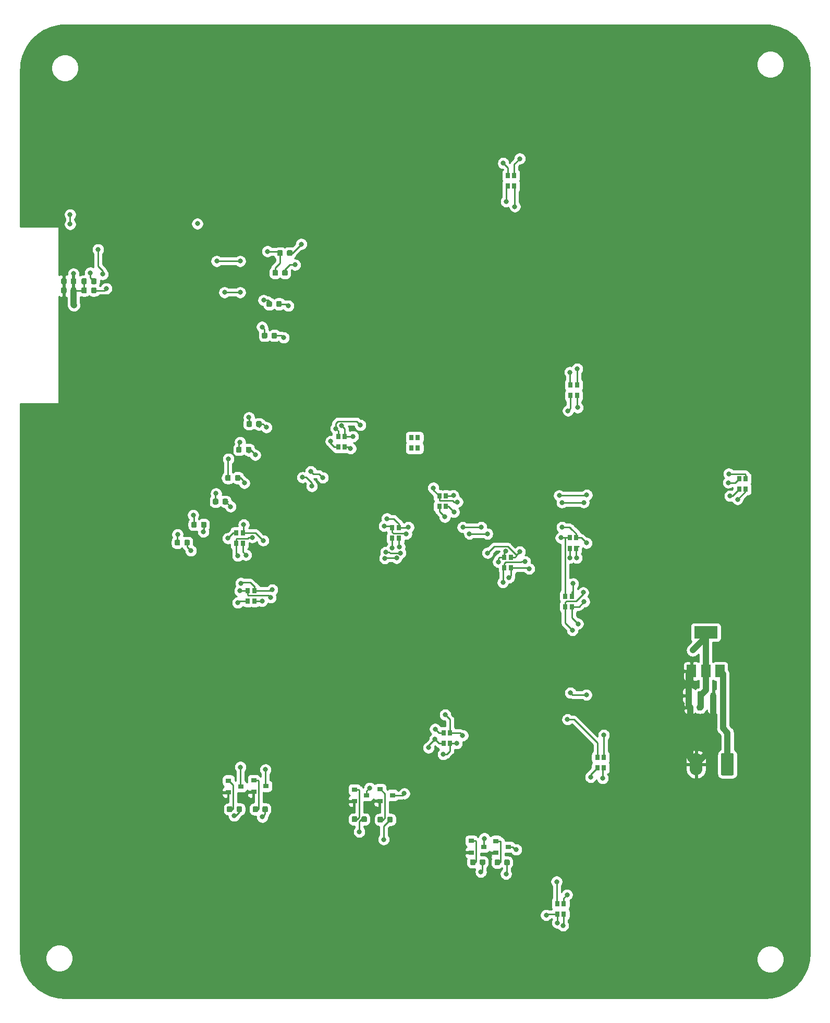
<source format=gtl>
G04 #@! TF.GenerationSoftware,KiCad,Pcbnew,(5.1.5-0-10_14)*
G04 #@! TF.CreationDate,2020-01-03T20:26:09+01:00*
G04 #@! TF.ProjectId,hackerspacesnl,6861636b-6572-4737-9061-6365736e6c2e,rev?*
G04 #@! TF.SameCoordinates,Original*
G04 #@! TF.FileFunction,Copper,L1,Top*
G04 #@! TF.FilePolarity,Positive*
%FSLAX46Y46*%
G04 Gerber Fmt 4.6, Leading zero omitted, Abs format (unit mm)*
G04 Created by KiCad (PCBNEW (5.1.5-0-10_14)) date 2020-01-03 20:26:09*
%MOMM*%
%LPD*%
G04 APERTURE LIST*
%ADD10R,0.800000X0.900000*%
%ADD11C,0.100000*%
%ADD12R,1.500000X2.000000*%
%ADD13R,3.800000X2.000000*%
%ADD14R,0.900000X0.800000*%
%ADD15O,2.080000X3.600000*%
%ADD16C,0.800000*%
%ADD17C,1.000000*%
%ADD18C,0.500000*%
%ADD19C,0.250000*%
%ADD20C,0.254000*%
G04 APERTURE END LIST*
D10*
X113084200Y-54043700D03*
X112034200Y-55743700D03*
X112034200Y-54043700D03*
X113084200Y-55743700D03*
G04 #@! TA.AperFunction,SMDPad,CuDef*
D11*
G36*
X45061031Y-70742573D02*
G01*
X45082266Y-70745723D01*
X45103090Y-70750939D01*
X45123302Y-70758171D01*
X45142708Y-70767350D01*
X45161121Y-70778386D01*
X45178364Y-70791174D01*
X45194270Y-70805590D01*
X45208686Y-70821496D01*
X45221474Y-70838739D01*
X45232510Y-70857152D01*
X45241689Y-70876558D01*
X45248921Y-70896770D01*
X45254137Y-70917594D01*
X45257287Y-70938829D01*
X45258340Y-70960270D01*
X45258340Y-71472770D01*
X45257287Y-71494211D01*
X45254137Y-71515446D01*
X45248921Y-71536270D01*
X45241689Y-71556482D01*
X45232510Y-71575888D01*
X45221474Y-71594301D01*
X45208686Y-71611544D01*
X45194270Y-71627450D01*
X45178364Y-71641866D01*
X45161121Y-71654654D01*
X45142708Y-71665690D01*
X45123302Y-71674869D01*
X45103090Y-71682101D01*
X45082266Y-71687317D01*
X45061031Y-71690467D01*
X45039590Y-71691520D01*
X44602090Y-71691520D01*
X44580649Y-71690467D01*
X44559414Y-71687317D01*
X44538590Y-71682101D01*
X44518378Y-71674869D01*
X44498972Y-71665690D01*
X44480559Y-71654654D01*
X44463316Y-71641866D01*
X44447410Y-71627450D01*
X44432994Y-71611544D01*
X44420206Y-71594301D01*
X44409170Y-71575888D01*
X44399991Y-71556482D01*
X44392759Y-71536270D01*
X44387543Y-71515446D01*
X44384393Y-71494211D01*
X44383340Y-71472770D01*
X44383340Y-70960270D01*
X44384393Y-70938829D01*
X44387543Y-70917594D01*
X44392759Y-70896770D01*
X44399991Y-70876558D01*
X44409170Y-70857152D01*
X44420206Y-70838739D01*
X44432994Y-70821496D01*
X44447410Y-70805590D01*
X44463316Y-70791174D01*
X44480559Y-70778386D01*
X44498972Y-70767350D01*
X44518378Y-70758171D01*
X44538590Y-70750939D01*
X44559414Y-70745723D01*
X44580649Y-70742573D01*
X44602090Y-70741520D01*
X45039590Y-70741520D01*
X45061031Y-70742573D01*
G37*
G04 #@! TD.AperFunction*
G04 #@! TA.AperFunction,SMDPad,CuDef*
G36*
X43486031Y-70742573D02*
G01*
X43507266Y-70745723D01*
X43528090Y-70750939D01*
X43548302Y-70758171D01*
X43567708Y-70767350D01*
X43586121Y-70778386D01*
X43603364Y-70791174D01*
X43619270Y-70805590D01*
X43633686Y-70821496D01*
X43646474Y-70838739D01*
X43657510Y-70857152D01*
X43666689Y-70876558D01*
X43673921Y-70896770D01*
X43679137Y-70917594D01*
X43682287Y-70938829D01*
X43683340Y-70960270D01*
X43683340Y-71472770D01*
X43682287Y-71494211D01*
X43679137Y-71515446D01*
X43673921Y-71536270D01*
X43666689Y-71556482D01*
X43657510Y-71575888D01*
X43646474Y-71594301D01*
X43633686Y-71611544D01*
X43619270Y-71627450D01*
X43603364Y-71641866D01*
X43586121Y-71654654D01*
X43567708Y-71665690D01*
X43548302Y-71674869D01*
X43528090Y-71682101D01*
X43507266Y-71687317D01*
X43486031Y-71690467D01*
X43464590Y-71691520D01*
X43027090Y-71691520D01*
X43005649Y-71690467D01*
X42984414Y-71687317D01*
X42963590Y-71682101D01*
X42943378Y-71674869D01*
X42923972Y-71665690D01*
X42905559Y-71654654D01*
X42888316Y-71641866D01*
X42872410Y-71627450D01*
X42857994Y-71611544D01*
X42845206Y-71594301D01*
X42834170Y-71575888D01*
X42824991Y-71556482D01*
X42817759Y-71536270D01*
X42812543Y-71515446D01*
X42809393Y-71494211D01*
X42808340Y-71472770D01*
X42808340Y-70960270D01*
X42809393Y-70938829D01*
X42812543Y-70917594D01*
X42817759Y-70896770D01*
X42824991Y-70876558D01*
X42834170Y-70857152D01*
X42845206Y-70838739D01*
X42857994Y-70821496D01*
X42872410Y-70805590D01*
X42888316Y-70791174D01*
X42905559Y-70778386D01*
X42923972Y-70767350D01*
X42943378Y-70758171D01*
X42963590Y-70750939D01*
X42984414Y-70745723D01*
X43005649Y-70742573D01*
X43027090Y-70741520D01*
X43464590Y-70741520D01*
X43486031Y-70742573D01*
G37*
G04 #@! TD.AperFunction*
G04 #@! TA.AperFunction,SMDPad,CuDef*
G36*
X45061031Y-72231013D02*
G01*
X45082266Y-72234163D01*
X45103090Y-72239379D01*
X45123302Y-72246611D01*
X45142708Y-72255790D01*
X45161121Y-72266826D01*
X45178364Y-72279614D01*
X45194270Y-72294030D01*
X45208686Y-72309936D01*
X45221474Y-72327179D01*
X45232510Y-72345592D01*
X45241689Y-72364998D01*
X45248921Y-72385210D01*
X45254137Y-72406034D01*
X45257287Y-72427269D01*
X45258340Y-72448710D01*
X45258340Y-72961210D01*
X45257287Y-72982651D01*
X45254137Y-73003886D01*
X45248921Y-73024710D01*
X45241689Y-73044922D01*
X45232510Y-73064328D01*
X45221474Y-73082741D01*
X45208686Y-73099984D01*
X45194270Y-73115890D01*
X45178364Y-73130306D01*
X45161121Y-73143094D01*
X45142708Y-73154130D01*
X45123302Y-73163309D01*
X45103090Y-73170541D01*
X45082266Y-73175757D01*
X45061031Y-73178907D01*
X45039590Y-73179960D01*
X44602090Y-73179960D01*
X44580649Y-73178907D01*
X44559414Y-73175757D01*
X44538590Y-73170541D01*
X44518378Y-73163309D01*
X44498972Y-73154130D01*
X44480559Y-73143094D01*
X44463316Y-73130306D01*
X44447410Y-73115890D01*
X44432994Y-73099984D01*
X44420206Y-73082741D01*
X44409170Y-73064328D01*
X44399991Y-73044922D01*
X44392759Y-73024710D01*
X44387543Y-73003886D01*
X44384393Y-72982651D01*
X44383340Y-72961210D01*
X44383340Y-72448710D01*
X44384393Y-72427269D01*
X44387543Y-72406034D01*
X44392759Y-72385210D01*
X44399991Y-72364998D01*
X44409170Y-72345592D01*
X44420206Y-72327179D01*
X44432994Y-72309936D01*
X44447410Y-72294030D01*
X44463316Y-72279614D01*
X44480559Y-72266826D01*
X44498972Y-72255790D01*
X44518378Y-72246611D01*
X44538590Y-72239379D01*
X44559414Y-72234163D01*
X44580649Y-72231013D01*
X44602090Y-72229960D01*
X45039590Y-72229960D01*
X45061031Y-72231013D01*
G37*
G04 #@! TD.AperFunction*
G04 #@! TA.AperFunction,SMDPad,CuDef*
G36*
X43486031Y-72231013D02*
G01*
X43507266Y-72234163D01*
X43528090Y-72239379D01*
X43548302Y-72246611D01*
X43567708Y-72255790D01*
X43586121Y-72266826D01*
X43603364Y-72279614D01*
X43619270Y-72294030D01*
X43633686Y-72309936D01*
X43646474Y-72327179D01*
X43657510Y-72345592D01*
X43666689Y-72364998D01*
X43673921Y-72385210D01*
X43679137Y-72406034D01*
X43682287Y-72427269D01*
X43683340Y-72448710D01*
X43683340Y-72961210D01*
X43682287Y-72982651D01*
X43679137Y-73003886D01*
X43673921Y-73024710D01*
X43666689Y-73044922D01*
X43657510Y-73064328D01*
X43646474Y-73082741D01*
X43633686Y-73099984D01*
X43619270Y-73115890D01*
X43603364Y-73130306D01*
X43586121Y-73143094D01*
X43567708Y-73154130D01*
X43548302Y-73163309D01*
X43528090Y-73170541D01*
X43507266Y-73175757D01*
X43486031Y-73178907D01*
X43464590Y-73179960D01*
X43027090Y-73179960D01*
X43005649Y-73178907D01*
X42984414Y-73175757D01*
X42963590Y-73170541D01*
X42943378Y-73163309D01*
X42923972Y-73154130D01*
X42905559Y-73143094D01*
X42888316Y-73130306D01*
X42872410Y-73115890D01*
X42857994Y-73099984D01*
X42845206Y-73082741D01*
X42834170Y-73064328D01*
X42824991Y-73044922D01*
X42817759Y-73024710D01*
X42812543Y-73003886D01*
X42809393Y-72982651D01*
X42808340Y-72961210D01*
X42808340Y-72448710D01*
X42809393Y-72427269D01*
X42812543Y-72406034D01*
X42817759Y-72385210D01*
X42824991Y-72364998D01*
X42834170Y-72345592D01*
X42845206Y-72327179D01*
X42857994Y-72309936D01*
X42872410Y-72294030D01*
X42888316Y-72279614D01*
X42905559Y-72266826D01*
X42923972Y-72255790D01*
X42943378Y-72246611D01*
X42963590Y-72239379D01*
X42984414Y-72234163D01*
X43005649Y-72231013D01*
X43027090Y-72229960D01*
X43464590Y-72229960D01*
X43486031Y-72231013D01*
G37*
G04 #@! TD.AperFunction*
D10*
X123157100Y-112920900D03*
X122107100Y-114620900D03*
X122107100Y-112920900D03*
X123157100Y-114620900D03*
X112539900Y-116108600D03*
X111489900Y-117808600D03*
X111489900Y-116108600D03*
X112539900Y-117808600D03*
X150664400Y-103320480D03*
X149614400Y-105020480D03*
X149614400Y-103320480D03*
X150664400Y-105020480D03*
X121137800Y-172382300D03*
X120087800Y-174082300D03*
X120087800Y-172382300D03*
X121137800Y-174082300D03*
X127640200Y-148607900D03*
X126590200Y-150307900D03*
X126590200Y-148607900D03*
X127640200Y-150307900D03*
X122450080Y-122406040D03*
X121400080Y-124106040D03*
X121400080Y-122406040D03*
X122450080Y-124106040D03*
X97426900Y-96614100D03*
X96376900Y-98314100D03*
X96376900Y-96614100D03*
X97426900Y-98314100D03*
X102672000Y-144645500D03*
X101622000Y-146345500D03*
X101622000Y-144645500D03*
X102672000Y-146345500D03*
X101973500Y-106126400D03*
X100923500Y-107826400D03*
X100923500Y-106126400D03*
X101973500Y-107826400D03*
X123284100Y-88092400D03*
X122234100Y-89792400D03*
X122234100Y-88092400D03*
X123284100Y-89792400D03*
X70883000Y-121489100D03*
X69833000Y-123189100D03*
X69833000Y-121489100D03*
X70883000Y-123189100D03*
X69002500Y-112120800D03*
X67952500Y-113820800D03*
X67952500Y-112120800D03*
X69002500Y-113820800D03*
X94342440Y-111296080D03*
X93292440Y-112996080D03*
X93292440Y-111296080D03*
X94342440Y-112996080D03*
X85552400Y-96449000D03*
X84502400Y-98149000D03*
X84502400Y-96449000D03*
X85552400Y-98149000D03*
D12*
X141895800Y-134595000D03*
X146495800Y-134595000D03*
X144195800Y-134595000D03*
D13*
X144195800Y-128295000D03*
G04 #@! TA.AperFunction,SMDPad,CuDef*
D11*
G36*
X112162951Y-165200093D02*
G01*
X112184186Y-165203243D01*
X112205010Y-165208459D01*
X112225222Y-165215691D01*
X112244628Y-165224870D01*
X112263041Y-165235906D01*
X112280284Y-165248694D01*
X112296190Y-165263110D01*
X112310606Y-165279016D01*
X112323394Y-165296259D01*
X112334430Y-165314672D01*
X112343609Y-165334078D01*
X112350841Y-165354290D01*
X112356057Y-165375114D01*
X112359207Y-165396349D01*
X112360260Y-165417790D01*
X112360260Y-165930290D01*
X112359207Y-165951731D01*
X112356057Y-165972966D01*
X112350841Y-165993790D01*
X112343609Y-166014002D01*
X112334430Y-166033408D01*
X112323394Y-166051821D01*
X112310606Y-166069064D01*
X112296190Y-166084970D01*
X112280284Y-166099386D01*
X112263041Y-166112174D01*
X112244628Y-166123210D01*
X112225222Y-166132389D01*
X112205010Y-166139621D01*
X112184186Y-166144837D01*
X112162951Y-166147987D01*
X112141510Y-166149040D01*
X111704010Y-166149040D01*
X111682569Y-166147987D01*
X111661334Y-166144837D01*
X111640510Y-166139621D01*
X111620298Y-166132389D01*
X111600892Y-166123210D01*
X111582479Y-166112174D01*
X111565236Y-166099386D01*
X111549330Y-166084970D01*
X111534914Y-166069064D01*
X111522126Y-166051821D01*
X111511090Y-166033408D01*
X111501911Y-166014002D01*
X111494679Y-165993790D01*
X111489463Y-165972966D01*
X111486313Y-165951731D01*
X111485260Y-165930290D01*
X111485260Y-165417790D01*
X111486313Y-165396349D01*
X111489463Y-165375114D01*
X111494679Y-165354290D01*
X111501911Y-165334078D01*
X111511090Y-165314672D01*
X111522126Y-165296259D01*
X111534914Y-165279016D01*
X111549330Y-165263110D01*
X111565236Y-165248694D01*
X111582479Y-165235906D01*
X111600892Y-165224870D01*
X111620298Y-165215691D01*
X111640510Y-165208459D01*
X111661334Y-165203243D01*
X111682569Y-165200093D01*
X111704010Y-165199040D01*
X112141510Y-165199040D01*
X112162951Y-165200093D01*
G37*
G04 #@! TD.AperFunction*
G04 #@! TA.AperFunction,SMDPad,CuDef*
G36*
X110587951Y-165200093D02*
G01*
X110609186Y-165203243D01*
X110630010Y-165208459D01*
X110650222Y-165215691D01*
X110669628Y-165224870D01*
X110688041Y-165235906D01*
X110705284Y-165248694D01*
X110721190Y-165263110D01*
X110735606Y-165279016D01*
X110748394Y-165296259D01*
X110759430Y-165314672D01*
X110768609Y-165334078D01*
X110775841Y-165354290D01*
X110781057Y-165375114D01*
X110784207Y-165396349D01*
X110785260Y-165417790D01*
X110785260Y-165930290D01*
X110784207Y-165951731D01*
X110781057Y-165972966D01*
X110775841Y-165993790D01*
X110768609Y-166014002D01*
X110759430Y-166033408D01*
X110748394Y-166051821D01*
X110735606Y-166069064D01*
X110721190Y-166084970D01*
X110705284Y-166099386D01*
X110688041Y-166112174D01*
X110669628Y-166123210D01*
X110650222Y-166132389D01*
X110630010Y-166139621D01*
X110609186Y-166144837D01*
X110587951Y-166147987D01*
X110566510Y-166149040D01*
X110129010Y-166149040D01*
X110107569Y-166147987D01*
X110086334Y-166144837D01*
X110065510Y-166139621D01*
X110045298Y-166132389D01*
X110025892Y-166123210D01*
X110007479Y-166112174D01*
X109990236Y-166099386D01*
X109974330Y-166084970D01*
X109959914Y-166069064D01*
X109947126Y-166051821D01*
X109936090Y-166033408D01*
X109926911Y-166014002D01*
X109919679Y-165993790D01*
X109914463Y-165972966D01*
X109911313Y-165951731D01*
X109910260Y-165930290D01*
X109910260Y-165417790D01*
X109911313Y-165396349D01*
X109914463Y-165375114D01*
X109919679Y-165354290D01*
X109926911Y-165334078D01*
X109936090Y-165314672D01*
X109947126Y-165296259D01*
X109959914Y-165279016D01*
X109974330Y-165263110D01*
X109990236Y-165248694D01*
X110007479Y-165235906D01*
X110025892Y-165224870D01*
X110045298Y-165215691D01*
X110065510Y-165208459D01*
X110086334Y-165203243D01*
X110107569Y-165200093D01*
X110129010Y-165199040D01*
X110566510Y-165199040D01*
X110587951Y-165200093D01*
G37*
G04 #@! TD.AperFunction*
G04 #@! TA.AperFunction,SMDPad,CuDef*
G36*
X108185211Y-165164533D02*
G01*
X108206446Y-165167683D01*
X108227270Y-165172899D01*
X108247482Y-165180131D01*
X108266888Y-165189310D01*
X108285301Y-165200346D01*
X108302544Y-165213134D01*
X108318450Y-165227550D01*
X108332866Y-165243456D01*
X108345654Y-165260699D01*
X108356690Y-165279112D01*
X108365869Y-165298518D01*
X108373101Y-165318730D01*
X108378317Y-165339554D01*
X108381467Y-165360789D01*
X108382520Y-165382230D01*
X108382520Y-165894730D01*
X108381467Y-165916171D01*
X108378317Y-165937406D01*
X108373101Y-165958230D01*
X108365869Y-165978442D01*
X108356690Y-165997848D01*
X108345654Y-166016261D01*
X108332866Y-166033504D01*
X108318450Y-166049410D01*
X108302544Y-166063826D01*
X108285301Y-166076614D01*
X108266888Y-166087650D01*
X108247482Y-166096829D01*
X108227270Y-166104061D01*
X108206446Y-166109277D01*
X108185211Y-166112427D01*
X108163770Y-166113480D01*
X107726270Y-166113480D01*
X107704829Y-166112427D01*
X107683594Y-166109277D01*
X107662770Y-166104061D01*
X107642558Y-166096829D01*
X107623152Y-166087650D01*
X107604739Y-166076614D01*
X107587496Y-166063826D01*
X107571590Y-166049410D01*
X107557174Y-166033504D01*
X107544386Y-166016261D01*
X107533350Y-165997848D01*
X107524171Y-165978442D01*
X107516939Y-165958230D01*
X107511723Y-165937406D01*
X107508573Y-165916171D01*
X107507520Y-165894730D01*
X107507520Y-165382230D01*
X107508573Y-165360789D01*
X107511723Y-165339554D01*
X107516939Y-165318730D01*
X107524171Y-165298518D01*
X107533350Y-165279112D01*
X107544386Y-165260699D01*
X107557174Y-165243456D01*
X107571590Y-165227550D01*
X107587496Y-165213134D01*
X107604739Y-165200346D01*
X107623152Y-165189310D01*
X107642558Y-165180131D01*
X107662770Y-165172899D01*
X107683594Y-165167683D01*
X107704829Y-165164533D01*
X107726270Y-165163480D01*
X108163770Y-165163480D01*
X108185211Y-165164533D01*
G37*
G04 #@! TD.AperFunction*
G04 #@! TA.AperFunction,SMDPad,CuDef*
G36*
X106610211Y-165164533D02*
G01*
X106631446Y-165167683D01*
X106652270Y-165172899D01*
X106672482Y-165180131D01*
X106691888Y-165189310D01*
X106710301Y-165200346D01*
X106727544Y-165213134D01*
X106743450Y-165227550D01*
X106757866Y-165243456D01*
X106770654Y-165260699D01*
X106781690Y-165279112D01*
X106790869Y-165298518D01*
X106798101Y-165318730D01*
X106803317Y-165339554D01*
X106806467Y-165360789D01*
X106807520Y-165382230D01*
X106807520Y-165894730D01*
X106806467Y-165916171D01*
X106803317Y-165937406D01*
X106798101Y-165958230D01*
X106790869Y-165978442D01*
X106781690Y-165997848D01*
X106770654Y-166016261D01*
X106757866Y-166033504D01*
X106743450Y-166049410D01*
X106727544Y-166063826D01*
X106710301Y-166076614D01*
X106691888Y-166087650D01*
X106672482Y-166096829D01*
X106652270Y-166104061D01*
X106631446Y-166109277D01*
X106610211Y-166112427D01*
X106588770Y-166113480D01*
X106151270Y-166113480D01*
X106129829Y-166112427D01*
X106108594Y-166109277D01*
X106087770Y-166104061D01*
X106067558Y-166096829D01*
X106048152Y-166087650D01*
X106029739Y-166076614D01*
X106012496Y-166063826D01*
X105996590Y-166049410D01*
X105982174Y-166033504D01*
X105969386Y-166016261D01*
X105958350Y-165997848D01*
X105949171Y-165978442D01*
X105941939Y-165958230D01*
X105936723Y-165937406D01*
X105933573Y-165916171D01*
X105932520Y-165894730D01*
X105932520Y-165382230D01*
X105933573Y-165360789D01*
X105936723Y-165339554D01*
X105941939Y-165318730D01*
X105949171Y-165298518D01*
X105958350Y-165279112D01*
X105969386Y-165260699D01*
X105982174Y-165243456D01*
X105996590Y-165227550D01*
X106012496Y-165213134D01*
X106029739Y-165200346D01*
X106048152Y-165189310D01*
X106067558Y-165180131D01*
X106087770Y-165172899D01*
X106108594Y-165167683D01*
X106129829Y-165164533D01*
X106151270Y-165163480D01*
X106588770Y-165163480D01*
X106610211Y-165164533D01*
G37*
G04 #@! TD.AperFunction*
G04 #@! TA.AperFunction,SMDPad,CuDef*
G36*
X93161211Y-158253193D02*
G01*
X93182446Y-158256343D01*
X93203270Y-158261559D01*
X93223482Y-158268791D01*
X93242888Y-158277970D01*
X93261301Y-158289006D01*
X93278544Y-158301794D01*
X93294450Y-158316210D01*
X93308866Y-158332116D01*
X93321654Y-158349359D01*
X93332690Y-158367772D01*
X93341869Y-158387178D01*
X93349101Y-158407390D01*
X93354317Y-158428214D01*
X93357467Y-158449449D01*
X93358520Y-158470890D01*
X93358520Y-158983390D01*
X93357467Y-159004831D01*
X93354317Y-159026066D01*
X93349101Y-159046890D01*
X93341869Y-159067102D01*
X93332690Y-159086508D01*
X93321654Y-159104921D01*
X93308866Y-159122164D01*
X93294450Y-159138070D01*
X93278544Y-159152486D01*
X93261301Y-159165274D01*
X93242888Y-159176310D01*
X93223482Y-159185489D01*
X93203270Y-159192721D01*
X93182446Y-159197937D01*
X93161211Y-159201087D01*
X93139770Y-159202140D01*
X92702270Y-159202140D01*
X92680829Y-159201087D01*
X92659594Y-159197937D01*
X92638770Y-159192721D01*
X92618558Y-159185489D01*
X92599152Y-159176310D01*
X92580739Y-159165274D01*
X92563496Y-159152486D01*
X92547590Y-159138070D01*
X92533174Y-159122164D01*
X92520386Y-159104921D01*
X92509350Y-159086508D01*
X92500171Y-159067102D01*
X92492939Y-159046890D01*
X92487723Y-159026066D01*
X92484573Y-159004831D01*
X92483520Y-158983390D01*
X92483520Y-158470890D01*
X92484573Y-158449449D01*
X92487723Y-158428214D01*
X92492939Y-158407390D01*
X92500171Y-158387178D01*
X92509350Y-158367772D01*
X92520386Y-158349359D01*
X92533174Y-158332116D01*
X92547590Y-158316210D01*
X92563496Y-158301794D01*
X92580739Y-158289006D01*
X92599152Y-158277970D01*
X92618558Y-158268791D01*
X92638770Y-158261559D01*
X92659594Y-158256343D01*
X92680829Y-158253193D01*
X92702270Y-158252140D01*
X93139770Y-158252140D01*
X93161211Y-158253193D01*
G37*
G04 #@! TD.AperFunction*
G04 #@! TA.AperFunction,SMDPad,CuDef*
G36*
X91586211Y-158253193D02*
G01*
X91607446Y-158256343D01*
X91628270Y-158261559D01*
X91648482Y-158268791D01*
X91667888Y-158277970D01*
X91686301Y-158289006D01*
X91703544Y-158301794D01*
X91719450Y-158316210D01*
X91733866Y-158332116D01*
X91746654Y-158349359D01*
X91757690Y-158367772D01*
X91766869Y-158387178D01*
X91774101Y-158407390D01*
X91779317Y-158428214D01*
X91782467Y-158449449D01*
X91783520Y-158470890D01*
X91783520Y-158983390D01*
X91782467Y-159004831D01*
X91779317Y-159026066D01*
X91774101Y-159046890D01*
X91766869Y-159067102D01*
X91757690Y-159086508D01*
X91746654Y-159104921D01*
X91733866Y-159122164D01*
X91719450Y-159138070D01*
X91703544Y-159152486D01*
X91686301Y-159165274D01*
X91667888Y-159176310D01*
X91648482Y-159185489D01*
X91628270Y-159192721D01*
X91607446Y-159197937D01*
X91586211Y-159201087D01*
X91564770Y-159202140D01*
X91127270Y-159202140D01*
X91105829Y-159201087D01*
X91084594Y-159197937D01*
X91063770Y-159192721D01*
X91043558Y-159185489D01*
X91024152Y-159176310D01*
X91005739Y-159165274D01*
X90988496Y-159152486D01*
X90972590Y-159138070D01*
X90958174Y-159122164D01*
X90945386Y-159104921D01*
X90934350Y-159086508D01*
X90925171Y-159067102D01*
X90917939Y-159046890D01*
X90912723Y-159026066D01*
X90909573Y-159004831D01*
X90908520Y-158983390D01*
X90908520Y-158470890D01*
X90909573Y-158449449D01*
X90912723Y-158428214D01*
X90917939Y-158407390D01*
X90925171Y-158387178D01*
X90934350Y-158367772D01*
X90945386Y-158349359D01*
X90958174Y-158332116D01*
X90972590Y-158316210D01*
X90988496Y-158301794D01*
X91005739Y-158289006D01*
X91024152Y-158277970D01*
X91043558Y-158268791D01*
X91063770Y-158261559D01*
X91084594Y-158256343D01*
X91105829Y-158253193D01*
X91127270Y-158252140D01*
X91564770Y-158252140D01*
X91586211Y-158253193D01*
G37*
G04 #@! TD.AperFunction*
G04 #@! TA.AperFunction,SMDPad,CuDef*
G36*
X88957511Y-158189693D02*
G01*
X88978746Y-158192843D01*
X88999570Y-158198059D01*
X89019782Y-158205291D01*
X89039188Y-158214470D01*
X89057601Y-158225506D01*
X89074844Y-158238294D01*
X89090750Y-158252710D01*
X89105166Y-158268616D01*
X89117954Y-158285859D01*
X89128990Y-158304272D01*
X89138169Y-158323678D01*
X89145401Y-158343890D01*
X89150617Y-158364714D01*
X89153767Y-158385949D01*
X89154820Y-158407390D01*
X89154820Y-158919890D01*
X89153767Y-158941331D01*
X89150617Y-158962566D01*
X89145401Y-158983390D01*
X89138169Y-159003602D01*
X89128990Y-159023008D01*
X89117954Y-159041421D01*
X89105166Y-159058664D01*
X89090750Y-159074570D01*
X89074844Y-159088986D01*
X89057601Y-159101774D01*
X89039188Y-159112810D01*
X89019782Y-159121989D01*
X88999570Y-159129221D01*
X88978746Y-159134437D01*
X88957511Y-159137587D01*
X88936070Y-159138640D01*
X88498570Y-159138640D01*
X88477129Y-159137587D01*
X88455894Y-159134437D01*
X88435070Y-159129221D01*
X88414858Y-159121989D01*
X88395452Y-159112810D01*
X88377039Y-159101774D01*
X88359796Y-159088986D01*
X88343890Y-159074570D01*
X88329474Y-159058664D01*
X88316686Y-159041421D01*
X88305650Y-159023008D01*
X88296471Y-159003602D01*
X88289239Y-158983390D01*
X88284023Y-158962566D01*
X88280873Y-158941331D01*
X88279820Y-158919890D01*
X88279820Y-158407390D01*
X88280873Y-158385949D01*
X88284023Y-158364714D01*
X88289239Y-158343890D01*
X88296471Y-158323678D01*
X88305650Y-158304272D01*
X88316686Y-158285859D01*
X88329474Y-158268616D01*
X88343890Y-158252710D01*
X88359796Y-158238294D01*
X88377039Y-158225506D01*
X88395452Y-158214470D01*
X88414858Y-158205291D01*
X88435070Y-158198059D01*
X88455894Y-158192843D01*
X88477129Y-158189693D01*
X88498570Y-158188640D01*
X88936070Y-158188640D01*
X88957511Y-158189693D01*
G37*
G04 #@! TD.AperFunction*
G04 #@! TA.AperFunction,SMDPad,CuDef*
G36*
X87382511Y-158189693D02*
G01*
X87403746Y-158192843D01*
X87424570Y-158198059D01*
X87444782Y-158205291D01*
X87464188Y-158214470D01*
X87482601Y-158225506D01*
X87499844Y-158238294D01*
X87515750Y-158252710D01*
X87530166Y-158268616D01*
X87542954Y-158285859D01*
X87553990Y-158304272D01*
X87563169Y-158323678D01*
X87570401Y-158343890D01*
X87575617Y-158364714D01*
X87578767Y-158385949D01*
X87579820Y-158407390D01*
X87579820Y-158919890D01*
X87578767Y-158941331D01*
X87575617Y-158962566D01*
X87570401Y-158983390D01*
X87563169Y-159003602D01*
X87553990Y-159023008D01*
X87542954Y-159041421D01*
X87530166Y-159058664D01*
X87515750Y-159074570D01*
X87499844Y-159088986D01*
X87482601Y-159101774D01*
X87464188Y-159112810D01*
X87444782Y-159121989D01*
X87424570Y-159129221D01*
X87403746Y-159134437D01*
X87382511Y-159137587D01*
X87361070Y-159138640D01*
X86923570Y-159138640D01*
X86902129Y-159137587D01*
X86880894Y-159134437D01*
X86860070Y-159129221D01*
X86839858Y-159121989D01*
X86820452Y-159112810D01*
X86802039Y-159101774D01*
X86784796Y-159088986D01*
X86768890Y-159074570D01*
X86754474Y-159058664D01*
X86741686Y-159041421D01*
X86730650Y-159023008D01*
X86721471Y-159003602D01*
X86714239Y-158983390D01*
X86709023Y-158962566D01*
X86705873Y-158941331D01*
X86704820Y-158919890D01*
X86704820Y-158407390D01*
X86705873Y-158385949D01*
X86709023Y-158364714D01*
X86714239Y-158343890D01*
X86721471Y-158323678D01*
X86730650Y-158304272D01*
X86741686Y-158285859D01*
X86754474Y-158268616D01*
X86768890Y-158252710D01*
X86784796Y-158238294D01*
X86802039Y-158225506D01*
X86820452Y-158214470D01*
X86839858Y-158205291D01*
X86860070Y-158198059D01*
X86880894Y-158192843D01*
X86902129Y-158189693D01*
X86923570Y-158188640D01*
X87361070Y-158188640D01*
X87382511Y-158189693D01*
G37*
G04 #@! TD.AperFunction*
G04 #@! TA.AperFunction,SMDPad,CuDef*
G36*
X72879311Y-156559013D02*
G01*
X72900546Y-156562163D01*
X72921370Y-156567379D01*
X72941582Y-156574611D01*
X72960988Y-156583790D01*
X72979401Y-156594826D01*
X72996644Y-156607614D01*
X73012550Y-156622030D01*
X73026966Y-156637936D01*
X73039754Y-156655179D01*
X73050790Y-156673592D01*
X73059969Y-156692998D01*
X73067201Y-156713210D01*
X73072417Y-156734034D01*
X73075567Y-156755269D01*
X73076620Y-156776710D01*
X73076620Y-157289210D01*
X73075567Y-157310651D01*
X73072417Y-157331886D01*
X73067201Y-157352710D01*
X73059969Y-157372922D01*
X73050790Y-157392328D01*
X73039754Y-157410741D01*
X73026966Y-157427984D01*
X73012550Y-157443890D01*
X72996644Y-157458306D01*
X72979401Y-157471094D01*
X72960988Y-157482130D01*
X72941582Y-157491309D01*
X72921370Y-157498541D01*
X72900546Y-157503757D01*
X72879311Y-157506907D01*
X72857870Y-157507960D01*
X72420370Y-157507960D01*
X72398929Y-157506907D01*
X72377694Y-157503757D01*
X72356870Y-157498541D01*
X72336658Y-157491309D01*
X72317252Y-157482130D01*
X72298839Y-157471094D01*
X72281596Y-157458306D01*
X72265690Y-157443890D01*
X72251274Y-157427984D01*
X72238486Y-157410741D01*
X72227450Y-157392328D01*
X72218271Y-157372922D01*
X72211039Y-157352710D01*
X72205823Y-157331886D01*
X72202673Y-157310651D01*
X72201620Y-157289210D01*
X72201620Y-156776710D01*
X72202673Y-156755269D01*
X72205823Y-156734034D01*
X72211039Y-156713210D01*
X72218271Y-156692998D01*
X72227450Y-156673592D01*
X72238486Y-156655179D01*
X72251274Y-156637936D01*
X72265690Y-156622030D01*
X72281596Y-156607614D01*
X72298839Y-156594826D01*
X72317252Y-156583790D01*
X72336658Y-156574611D01*
X72356870Y-156567379D01*
X72377694Y-156562163D01*
X72398929Y-156559013D01*
X72420370Y-156557960D01*
X72857870Y-156557960D01*
X72879311Y-156559013D01*
G37*
G04 #@! TD.AperFunction*
G04 #@! TA.AperFunction,SMDPad,CuDef*
G36*
X71304311Y-156559013D02*
G01*
X71325546Y-156562163D01*
X71346370Y-156567379D01*
X71366582Y-156574611D01*
X71385988Y-156583790D01*
X71404401Y-156594826D01*
X71421644Y-156607614D01*
X71437550Y-156622030D01*
X71451966Y-156637936D01*
X71464754Y-156655179D01*
X71475790Y-156673592D01*
X71484969Y-156692998D01*
X71492201Y-156713210D01*
X71497417Y-156734034D01*
X71500567Y-156755269D01*
X71501620Y-156776710D01*
X71501620Y-157289210D01*
X71500567Y-157310651D01*
X71497417Y-157331886D01*
X71492201Y-157352710D01*
X71484969Y-157372922D01*
X71475790Y-157392328D01*
X71464754Y-157410741D01*
X71451966Y-157427984D01*
X71437550Y-157443890D01*
X71421644Y-157458306D01*
X71404401Y-157471094D01*
X71385988Y-157482130D01*
X71366582Y-157491309D01*
X71346370Y-157498541D01*
X71325546Y-157503757D01*
X71304311Y-157506907D01*
X71282870Y-157507960D01*
X70845370Y-157507960D01*
X70823929Y-157506907D01*
X70802694Y-157503757D01*
X70781870Y-157498541D01*
X70761658Y-157491309D01*
X70742252Y-157482130D01*
X70723839Y-157471094D01*
X70706596Y-157458306D01*
X70690690Y-157443890D01*
X70676274Y-157427984D01*
X70663486Y-157410741D01*
X70652450Y-157392328D01*
X70643271Y-157372922D01*
X70636039Y-157352710D01*
X70630823Y-157331886D01*
X70627673Y-157310651D01*
X70626620Y-157289210D01*
X70626620Y-156776710D01*
X70627673Y-156755269D01*
X70630823Y-156734034D01*
X70636039Y-156713210D01*
X70643271Y-156692998D01*
X70652450Y-156673592D01*
X70663486Y-156655179D01*
X70676274Y-156637936D01*
X70690690Y-156622030D01*
X70706596Y-156607614D01*
X70723839Y-156594826D01*
X70742252Y-156583790D01*
X70761658Y-156574611D01*
X70781870Y-156567379D01*
X70802694Y-156562163D01*
X70823929Y-156559013D01*
X70845370Y-156557960D01*
X71282870Y-156557960D01*
X71304311Y-156559013D01*
G37*
G04 #@! TD.AperFunction*
G04 #@! TA.AperFunction,SMDPad,CuDef*
G36*
X68688111Y-156559013D02*
G01*
X68709346Y-156562163D01*
X68730170Y-156567379D01*
X68750382Y-156574611D01*
X68769788Y-156583790D01*
X68788201Y-156594826D01*
X68805444Y-156607614D01*
X68821350Y-156622030D01*
X68835766Y-156637936D01*
X68848554Y-156655179D01*
X68859590Y-156673592D01*
X68868769Y-156692998D01*
X68876001Y-156713210D01*
X68881217Y-156734034D01*
X68884367Y-156755269D01*
X68885420Y-156776710D01*
X68885420Y-157289210D01*
X68884367Y-157310651D01*
X68881217Y-157331886D01*
X68876001Y-157352710D01*
X68868769Y-157372922D01*
X68859590Y-157392328D01*
X68848554Y-157410741D01*
X68835766Y-157427984D01*
X68821350Y-157443890D01*
X68805444Y-157458306D01*
X68788201Y-157471094D01*
X68769788Y-157482130D01*
X68750382Y-157491309D01*
X68730170Y-157498541D01*
X68709346Y-157503757D01*
X68688111Y-157506907D01*
X68666670Y-157507960D01*
X68229170Y-157507960D01*
X68207729Y-157506907D01*
X68186494Y-157503757D01*
X68165670Y-157498541D01*
X68145458Y-157491309D01*
X68126052Y-157482130D01*
X68107639Y-157471094D01*
X68090396Y-157458306D01*
X68074490Y-157443890D01*
X68060074Y-157427984D01*
X68047286Y-157410741D01*
X68036250Y-157392328D01*
X68027071Y-157372922D01*
X68019839Y-157352710D01*
X68014623Y-157331886D01*
X68011473Y-157310651D01*
X68010420Y-157289210D01*
X68010420Y-156776710D01*
X68011473Y-156755269D01*
X68014623Y-156734034D01*
X68019839Y-156713210D01*
X68027071Y-156692998D01*
X68036250Y-156673592D01*
X68047286Y-156655179D01*
X68060074Y-156637936D01*
X68074490Y-156622030D01*
X68090396Y-156607614D01*
X68107639Y-156594826D01*
X68126052Y-156583790D01*
X68145458Y-156574611D01*
X68165670Y-156567379D01*
X68186494Y-156562163D01*
X68207729Y-156559013D01*
X68229170Y-156557960D01*
X68666670Y-156557960D01*
X68688111Y-156559013D01*
G37*
G04 #@! TD.AperFunction*
G04 #@! TA.AperFunction,SMDPad,CuDef*
G36*
X67113111Y-156559013D02*
G01*
X67134346Y-156562163D01*
X67155170Y-156567379D01*
X67175382Y-156574611D01*
X67194788Y-156583790D01*
X67213201Y-156594826D01*
X67230444Y-156607614D01*
X67246350Y-156622030D01*
X67260766Y-156637936D01*
X67273554Y-156655179D01*
X67284590Y-156673592D01*
X67293769Y-156692998D01*
X67301001Y-156713210D01*
X67306217Y-156734034D01*
X67309367Y-156755269D01*
X67310420Y-156776710D01*
X67310420Y-157289210D01*
X67309367Y-157310651D01*
X67306217Y-157331886D01*
X67301001Y-157352710D01*
X67293769Y-157372922D01*
X67284590Y-157392328D01*
X67273554Y-157410741D01*
X67260766Y-157427984D01*
X67246350Y-157443890D01*
X67230444Y-157458306D01*
X67213201Y-157471094D01*
X67194788Y-157482130D01*
X67175382Y-157491309D01*
X67155170Y-157498541D01*
X67134346Y-157503757D01*
X67113111Y-157506907D01*
X67091670Y-157507960D01*
X66654170Y-157507960D01*
X66632729Y-157506907D01*
X66611494Y-157503757D01*
X66590670Y-157498541D01*
X66570458Y-157491309D01*
X66551052Y-157482130D01*
X66532639Y-157471094D01*
X66515396Y-157458306D01*
X66499490Y-157443890D01*
X66485074Y-157427984D01*
X66472286Y-157410741D01*
X66461250Y-157392328D01*
X66452071Y-157372922D01*
X66444839Y-157352710D01*
X66439623Y-157331886D01*
X66436473Y-157310651D01*
X66435420Y-157289210D01*
X66435420Y-156776710D01*
X66436473Y-156755269D01*
X66439623Y-156734034D01*
X66444839Y-156713210D01*
X66452071Y-156692998D01*
X66461250Y-156673592D01*
X66472286Y-156655179D01*
X66485074Y-156637936D01*
X66499490Y-156622030D01*
X66515396Y-156607614D01*
X66532639Y-156594826D01*
X66551052Y-156583790D01*
X66570458Y-156574611D01*
X66590670Y-156567379D01*
X66611494Y-156562163D01*
X66632729Y-156559013D01*
X66654170Y-156557960D01*
X67091670Y-156557960D01*
X67113111Y-156559013D01*
G37*
G04 #@! TD.AperFunction*
G04 #@! TA.AperFunction,SMDPad,CuDef*
G36*
X58629511Y-113236773D02*
G01*
X58650746Y-113239923D01*
X58671570Y-113245139D01*
X58691782Y-113252371D01*
X58711188Y-113261550D01*
X58729601Y-113272586D01*
X58746844Y-113285374D01*
X58762750Y-113299790D01*
X58777166Y-113315696D01*
X58789954Y-113332939D01*
X58800990Y-113351352D01*
X58810169Y-113370758D01*
X58817401Y-113390970D01*
X58822617Y-113411794D01*
X58825767Y-113433029D01*
X58826820Y-113454470D01*
X58826820Y-113966970D01*
X58825767Y-113988411D01*
X58822617Y-114009646D01*
X58817401Y-114030470D01*
X58810169Y-114050682D01*
X58800990Y-114070088D01*
X58789954Y-114088501D01*
X58777166Y-114105744D01*
X58762750Y-114121650D01*
X58746844Y-114136066D01*
X58729601Y-114148854D01*
X58711188Y-114159890D01*
X58691782Y-114169069D01*
X58671570Y-114176301D01*
X58650746Y-114181517D01*
X58629511Y-114184667D01*
X58608070Y-114185720D01*
X58170570Y-114185720D01*
X58149129Y-114184667D01*
X58127894Y-114181517D01*
X58107070Y-114176301D01*
X58086858Y-114169069D01*
X58067452Y-114159890D01*
X58049039Y-114148854D01*
X58031796Y-114136066D01*
X58015890Y-114121650D01*
X58001474Y-114105744D01*
X57988686Y-114088501D01*
X57977650Y-114070088D01*
X57968471Y-114050682D01*
X57961239Y-114030470D01*
X57956023Y-114009646D01*
X57952873Y-113988411D01*
X57951820Y-113966970D01*
X57951820Y-113454470D01*
X57952873Y-113433029D01*
X57956023Y-113411794D01*
X57961239Y-113390970D01*
X57968471Y-113370758D01*
X57977650Y-113351352D01*
X57988686Y-113332939D01*
X58001474Y-113315696D01*
X58015890Y-113299790D01*
X58031796Y-113285374D01*
X58049039Y-113272586D01*
X58067452Y-113261550D01*
X58086858Y-113252371D01*
X58107070Y-113245139D01*
X58127894Y-113239923D01*
X58149129Y-113236773D01*
X58170570Y-113235720D01*
X58608070Y-113235720D01*
X58629511Y-113236773D01*
G37*
G04 #@! TD.AperFunction*
G04 #@! TA.AperFunction,SMDPad,CuDef*
G36*
X60204511Y-113236773D02*
G01*
X60225746Y-113239923D01*
X60246570Y-113245139D01*
X60266782Y-113252371D01*
X60286188Y-113261550D01*
X60304601Y-113272586D01*
X60321844Y-113285374D01*
X60337750Y-113299790D01*
X60352166Y-113315696D01*
X60364954Y-113332939D01*
X60375990Y-113351352D01*
X60385169Y-113370758D01*
X60392401Y-113390970D01*
X60397617Y-113411794D01*
X60400767Y-113433029D01*
X60401820Y-113454470D01*
X60401820Y-113966970D01*
X60400767Y-113988411D01*
X60397617Y-114009646D01*
X60392401Y-114030470D01*
X60385169Y-114050682D01*
X60375990Y-114070088D01*
X60364954Y-114088501D01*
X60352166Y-114105744D01*
X60337750Y-114121650D01*
X60321844Y-114136066D01*
X60304601Y-114148854D01*
X60286188Y-114159890D01*
X60266782Y-114169069D01*
X60246570Y-114176301D01*
X60225746Y-114181517D01*
X60204511Y-114184667D01*
X60183070Y-114185720D01*
X59745570Y-114185720D01*
X59724129Y-114184667D01*
X59702894Y-114181517D01*
X59682070Y-114176301D01*
X59661858Y-114169069D01*
X59642452Y-114159890D01*
X59624039Y-114148854D01*
X59606796Y-114136066D01*
X59590890Y-114121650D01*
X59576474Y-114105744D01*
X59563686Y-114088501D01*
X59552650Y-114070088D01*
X59543471Y-114050682D01*
X59536239Y-114030470D01*
X59531023Y-114009646D01*
X59527873Y-113988411D01*
X59526820Y-113966970D01*
X59526820Y-113454470D01*
X59527873Y-113433029D01*
X59531023Y-113411794D01*
X59536239Y-113390970D01*
X59543471Y-113370758D01*
X59552650Y-113351352D01*
X59563686Y-113332939D01*
X59576474Y-113315696D01*
X59590890Y-113299790D01*
X59606796Y-113285374D01*
X59624039Y-113272586D01*
X59642452Y-113261550D01*
X59661858Y-113252371D01*
X59682070Y-113245139D01*
X59702894Y-113239923D01*
X59724129Y-113236773D01*
X59745570Y-113235720D01*
X60183070Y-113235720D01*
X60204511Y-113236773D01*
G37*
G04 #@! TD.AperFunction*
G04 #@! TA.AperFunction,SMDPad,CuDef*
G36*
X61332071Y-110305613D02*
G01*
X61353306Y-110308763D01*
X61374130Y-110313979D01*
X61394342Y-110321211D01*
X61413748Y-110330390D01*
X61432161Y-110341426D01*
X61449404Y-110354214D01*
X61465310Y-110368630D01*
X61479726Y-110384536D01*
X61492514Y-110401779D01*
X61503550Y-110420192D01*
X61512729Y-110439598D01*
X61519961Y-110459810D01*
X61525177Y-110480634D01*
X61528327Y-110501869D01*
X61529380Y-110523310D01*
X61529380Y-111035810D01*
X61528327Y-111057251D01*
X61525177Y-111078486D01*
X61519961Y-111099310D01*
X61512729Y-111119522D01*
X61503550Y-111138928D01*
X61492514Y-111157341D01*
X61479726Y-111174584D01*
X61465310Y-111190490D01*
X61449404Y-111204906D01*
X61432161Y-111217694D01*
X61413748Y-111228730D01*
X61394342Y-111237909D01*
X61374130Y-111245141D01*
X61353306Y-111250357D01*
X61332071Y-111253507D01*
X61310630Y-111254560D01*
X60873130Y-111254560D01*
X60851689Y-111253507D01*
X60830454Y-111250357D01*
X60809630Y-111245141D01*
X60789418Y-111237909D01*
X60770012Y-111228730D01*
X60751599Y-111217694D01*
X60734356Y-111204906D01*
X60718450Y-111190490D01*
X60704034Y-111174584D01*
X60691246Y-111157341D01*
X60680210Y-111138928D01*
X60671031Y-111119522D01*
X60663799Y-111099310D01*
X60658583Y-111078486D01*
X60655433Y-111057251D01*
X60654380Y-111035810D01*
X60654380Y-110523310D01*
X60655433Y-110501869D01*
X60658583Y-110480634D01*
X60663799Y-110459810D01*
X60671031Y-110439598D01*
X60680210Y-110420192D01*
X60691246Y-110401779D01*
X60704034Y-110384536D01*
X60718450Y-110368630D01*
X60734356Y-110354214D01*
X60751599Y-110341426D01*
X60770012Y-110330390D01*
X60789418Y-110321211D01*
X60809630Y-110313979D01*
X60830454Y-110308763D01*
X60851689Y-110305613D01*
X60873130Y-110304560D01*
X61310630Y-110304560D01*
X61332071Y-110305613D01*
G37*
G04 #@! TD.AperFunction*
G04 #@! TA.AperFunction,SMDPad,CuDef*
G36*
X62907071Y-110305613D02*
G01*
X62928306Y-110308763D01*
X62949130Y-110313979D01*
X62969342Y-110321211D01*
X62988748Y-110330390D01*
X63007161Y-110341426D01*
X63024404Y-110354214D01*
X63040310Y-110368630D01*
X63054726Y-110384536D01*
X63067514Y-110401779D01*
X63078550Y-110420192D01*
X63087729Y-110439598D01*
X63094961Y-110459810D01*
X63100177Y-110480634D01*
X63103327Y-110501869D01*
X63104380Y-110523310D01*
X63104380Y-111035810D01*
X63103327Y-111057251D01*
X63100177Y-111078486D01*
X63094961Y-111099310D01*
X63087729Y-111119522D01*
X63078550Y-111138928D01*
X63067514Y-111157341D01*
X63054726Y-111174584D01*
X63040310Y-111190490D01*
X63024404Y-111204906D01*
X63007161Y-111217694D01*
X62988748Y-111228730D01*
X62969342Y-111237909D01*
X62949130Y-111245141D01*
X62928306Y-111250357D01*
X62907071Y-111253507D01*
X62885630Y-111254560D01*
X62448130Y-111254560D01*
X62426689Y-111253507D01*
X62405454Y-111250357D01*
X62384630Y-111245141D01*
X62364418Y-111237909D01*
X62345012Y-111228730D01*
X62326599Y-111217694D01*
X62309356Y-111204906D01*
X62293450Y-111190490D01*
X62279034Y-111174584D01*
X62266246Y-111157341D01*
X62255210Y-111138928D01*
X62246031Y-111119522D01*
X62238799Y-111099310D01*
X62233583Y-111078486D01*
X62230433Y-111057251D01*
X62229380Y-111035810D01*
X62229380Y-110523310D01*
X62230433Y-110501869D01*
X62233583Y-110480634D01*
X62238799Y-110459810D01*
X62246031Y-110439598D01*
X62255210Y-110420192D01*
X62266246Y-110401779D01*
X62279034Y-110384536D01*
X62293450Y-110368630D01*
X62309356Y-110354214D01*
X62326599Y-110341426D01*
X62345012Y-110330390D01*
X62364418Y-110321211D01*
X62384630Y-110313979D01*
X62405454Y-110308763D01*
X62426689Y-110305613D01*
X62448130Y-110304560D01*
X62885630Y-110304560D01*
X62907071Y-110305613D01*
G37*
G04 #@! TD.AperFunction*
G04 #@! TA.AperFunction,SMDPad,CuDef*
G36*
X64827211Y-106556573D02*
G01*
X64848446Y-106559723D01*
X64869270Y-106564939D01*
X64889482Y-106572171D01*
X64908888Y-106581350D01*
X64927301Y-106592386D01*
X64944544Y-106605174D01*
X64960450Y-106619590D01*
X64974866Y-106635496D01*
X64987654Y-106652739D01*
X64998690Y-106671152D01*
X65007869Y-106690558D01*
X65015101Y-106710770D01*
X65020317Y-106731594D01*
X65023467Y-106752829D01*
X65024520Y-106774270D01*
X65024520Y-107286770D01*
X65023467Y-107308211D01*
X65020317Y-107329446D01*
X65015101Y-107350270D01*
X65007869Y-107370482D01*
X64998690Y-107389888D01*
X64987654Y-107408301D01*
X64974866Y-107425544D01*
X64960450Y-107441450D01*
X64944544Y-107455866D01*
X64927301Y-107468654D01*
X64908888Y-107479690D01*
X64889482Y-107488869D01*
X64869270Y-107496101D01*
X64848446Y-107501317D01*
X64827211Y-107504467D01*
X64805770Y-107505520D01*
X64368270Y-107505520D01*
X64346829Y-107504467D01*
X64325594Y-107501317D01*
X64304770Y-107496101D01*
X64284558Y-107488869D01*
X64265152Y-107479690D01*
X64246739Y-107468654D01*
X64229496Y-107455866D01*
X64213590Y-107441450D01*
X64199174Y-107425544D01*
X64186386Y-107408301D01*
X64175350Y-107389888D01*
X64166171Y-107370482D01*
X64158939Y-107350270D01*
X64153723Y-107329446D01*
X64150573Y-107308211D01*
X64149520Y-107286770D01*
X64149520Y-106774270D01*
X64150573Y-106752829D01*
X64153723Y-106731594D01*
X64158939Y-106710770D01*
X64166171Y-106690558D01*
X64175350Y-106671152D01*
X64186386Y-106652739D01*
X64199174Y-106635496D01*
X64213590Y-106619590D01*
X64229496Y-106605174D01*
X64246739Y-106592386D01*
X64265152Y-106581350D01*
X64284558Y-106572171D01*
X64304770Y-106564939D01*
X64325594Y-106559723D01*
X64346829Y-106556573D01*
X64368270Y-106555520D01*
X64805770Y-106555520D01*
X64827211Y-106556573D01*
G37*
G04 #@! TD.AperFunction*
G04 #@! TA.AperFunction,SMDPad,CuDef*
G36*
X66402211Y-106556573D02*
G01*
X66423446Y-106559723D01*
X66444270Y-106564939D01*
X66464482Y-106572171D01*
X66483888Y-106581350D01*
X66502301Y-106592386D01*
X66519544Y-106605174D01*
X66535450Y-106619590D01*
X66549866Y-106635496D01*
X66562654Y-106652739D01*
X66573690Y-106671152D01*
X66582869Y-106690558D01*
X66590101Y-106710770D01*
X66595317Y-106731594D01*
X66598467Y-106752829D01*
X66599520Y-106774270D01*
X66599520Y-107286770D01*
X66598467Y-107308211D01*
X66595317Y-107329446D01*
X66590101Y-107350270D01*
X66582869Y-107370482D01*
X66573690Y-107389888D01*
X66562654Y-107408301D01*
X66549866Y-107425544D01*
X66535450Y-107441450D01*
X66519544Y-107455866D01*
X66502301Y-107468654D01*
X66483888Y-107479690D01*
X66464482Y-107488869D01*
X66444270Y-107496101D01*
X66423446Y-107501317D01*
X66402211Y-107504467D01*
X66380770Y-107505520D01*
X65943270Y-107505520D01*
X65921829Y-107504467D01*
X65900594Y-107501317D01*
X65879770Y-107496101D01*
X65859558Y-107488869D01*
X65840152Y-107479690D01*
X65821739Y-107468654D01*
X65804496Y-107455866D01*
X65788590Y-107441450D01*
X65774174Y-107425544D01*
X65761386Y-107408301D01*
X65750350Y-107389888D01*
X65741171Y-107370482D01*
X65733939Y-107350270D01*
X65728723Y-107329446D01*
X65725573Y-107308211D01*
X65724520Y-107286770D01*
X65724520Y-106774270D01*
X65725573Y-106752829D01*
X65728723Y-106731594D01*
X65733939Y-106710770D01*
X65741171Y-106690558D01*
X65750350Y-106671152D01*
X65761386Y-106652739D01*
X65774174Y-106635496D01*
X65788590Y-106619590D01*
X65804496Y-106605174D01*
X65821739Y-106592386D01*
X65840152Y-106581350D01*
X65859558Y-106572171D01*
X65879770Y-106564939D01*
X65900594Y-106559723D01*
X65921829Y-106556573D01*
X65943270Y-106555520D01*
X66380770Y-106555520D01*
X66402211Y-106556573D01*
G37*
G04 #@! TD.AperFunction*
G04 #@! TA.AperFunction,SMDPad,CuDef*
G36*
X66854031Y-102700853D02*
G01*
X66875266Y-102704003D01*
X66896090Y-102709219D01*
X66916302Y-102716451D01*
X66935708Y-102725630D01*
X66954121Y-102736666D01*
X66971364Y-102749454D01*
X66987270Y-102763870D01*
X67001686Y-102779776D01*
X67014474Y-102797019D01*
X67025510Y-102815432D01*
X67034689Y-102834838D01*
X67041921Y-102855050D01*
X67047137Y-102875874D01*
X67050287Y-102897109D01*
X67051340Y-102918550D01*
X67051340Y-103431050D01*
X67050287Y-103452491D01*
X67047137Y-103473726D01*
X67041921Y-103494550D01*
X67034689Y-103514762D01*
X67025510Y-103534168D01*
X67014474Y-103552581D01*
X67001686Y-103569824D01*
X66987270Y-103585730D01*
X66971364Y-103600146D01*
X66954121Y-103612934D01*
X66935708Y-103623970D01*
X66916302Y-103633149D01*
X66896090Y-103640381D01*
X66875266Y-103645597D01*
X66854031Y-103648747D01*
X66832590Y-103649800D01*
X66395090Y-103649800D01*
X66373649Y-103648747D01*
X66352414Y-103645597D01*
X66331590Y-103640381D01*
X66311378Y-103633149D01*
X66291972Y-103623970D01*
X66273559Y-103612934D01*
X66256316Y-103600146D01*
X66240410Y-103585730D01*
X66225994Y-103569824D01*
X66213206Y-103552581D01*
X66202170Y-103534168D01*
X66192991Y-103514762D01*
X66185759Y-103494550D01*
X66180543Y-103473726D01*
X66177393Y-103452491D01*
X66176340Y-103431050D01*
X66176340Y-102918550D01*
X66177393Y-102897109D01*
X66180543Y-102875874D01*
X66185759Y-102855050D01*
X66192991Y-102834838D01*
X66202170Y-102815432D01*
X66213206Y-102797019D01*
X66225994Y-102779776D01*
X66240410Y-102763870D01*
X66256316Y-102749454D01*
X66273559Y-102736666D01*
X66291972Y-102725630D01*
X66311378Y-102716451D01*
X66331590Y-102709219D01*
X66352414Y-102704003D01*
X66373649Y-102700853D01*
X66395090Y-102699800D01*
X66832590Y-102699800D01*
X66854031Y-102700853D01*
G37*
G04 #@! TD.AperFunction*
G04 #@! TA.AperFunction,SMDPad,CuDef*
G36*
X68429031Y-102700853D02*
G01*
X68450266Y-102704003D01*
X68471090Y-102709219D01*
X68491302Y-102716451D01*
X68510708Y-102725630D01*
X68529121Y-102736666D01*
X68546364Y-102749454D01*
X68562270Y-102763870D01*
X68576686Y-102779776D01*
X68589474Y-102797019D01*
X68600510Y-102815432D01*
X68609689Y-102834838D01*
X68616921Y-102855050D01*
X68622137Y-102875874D01*
X68625287Y-102897109D01*
X68626340Y-102918550D01*
X68626340Y-103431050D01*
X68625287Y-103452491D01*
X68622137Y-103473726D01*
X68616921Y-103494550D01*
X68609689Y-103514762D01*
X68600510Y-103534168D01*
X68589474Y-103552581D01*
X68576686Y-103569824D01*
X68562270Y-103585730D01*
X68546364Y-103600146D01*
X68529121Y-103612934D01*
X68510708Y-103623970D01*
X68491302Y-103633149D01*
X68471090Y-103640381D01*
X68450266Y-103645597D01*
X68429031Y-103648747D01*
X68407590Y-103649800D01*
X67970090Y-103649800D01*
X67948649Y-103648747D01*
X67927414Y-103645597D01*
X67906590Y-103640381D01*
X67886378Y-103633149D01*
X67866972Y-103623970D01*
X67848559Y-103612934D01*
X67831316Y-103600146D01*
X67815410Y-103585730D01*
X67800994Y-103569824D01*
X67788206Y-103552581D01*
X67777170Y-103534168D01*
X67767991Y-103514762D01*
X67760759Y-103494550D01*
X67755543Y-103473726D01*
X67752393Y-103452491D01*
X67751340Y-103431050D01*
X67751340Y-102918550D01*
X67752393Y-102897109D01*
X67755543Y-102875874D01*
X67760759Y-102855050D01*
X67767991Y-102834838D01*
X67777170Y-102815432D01*
X67788206Y-102797019D01*
X67800994Y-102779776D01*
X67815410Y-102763870D01*
X67831316Y-102749454D01*
X67848559Y-102736666D01*
X67866972Y-102725630D01*
X67886378Y-102716451D01*
X67906590Y-102709219D01*
X67927414Y-102704003D01*
X67948649Y-102700853D01*
X67970090Y-102699800D01*
X68407590Y-102699800D01*
X68429031Y-102700853D01*
G37*
G04 #@! TD.AperFunction*
G04 #@! TA.AperFunction,SMDPad,CuDef*
G36*
X68626951Y-98113613D02*
G01*
X68648186Y-98116763D01*
X68669010Y-98121979D01*
X68689222Y-98129211D01*
X68708628Y-98138390D01*
X68727041Y-98149426D01*
X68744284Y-98162214D01*
X68760190Y-98176630D01*
X68774606Y-98192536D01*
X68787394Y-98209779D01*
X68798430Y-98228192D01*
X68807609Y-98247598D01*
X68814841Y-98267810D01*
X68820057Y-98288634D01*
X68823207Y-98309869D01*
X68824260Y-98331310D01*
X68824260Y-98843810D01*
X68823207Y-98865251D01*
X68820057Y-98886486D01*
X68814841Y-98907310D01*
X68807609Y-98927522D01*
X68798430Y-98946928D01*
X68787394Y-98965341D01*
X68774606Y-98982584D01*
X68760190Y-98998490D01*
X68744284Y-99012906D01*
X68727041Y-99025694D01*
X68708628Y-99036730D01*
X68689222Y-99045909D01*
X68669010Y-99053141D01*
X68648186Y-99058357D01*
X68626951Y-99061507D01*
X68605510Y-99062560D01*
X68168010Y-99062560D01*
X68146569Y-99061507D01*
X68125334Y-99058357D01*
X68104510Y-99053141D01*
X68084298Y-99045909D01*
X68064892Y-99036730D01*
X68046479Y-99025694D01*
X68029236Y-99012906D01*
X68013330Y-98998490D01*
X67998914Y-98982584D01*
X67986126Y-98965341D01*
X67975090Y-98946928D01*
X67965911Y-98927522D01*
X67958679Y-98907310D01*
X67953463Y-98886486D01*
X67950313Y-98865251D01*
X67949260Y-98843810D01*
X67949260Y-98331310D01*
X67950313Y-98309869D01*
X67953463Y-98288634D01*
X67958679Y-98267810D01*
X67965911Y-98247598D01*
X67975090Y-98228192D01*
X67986126Y-98209779D01*
X67998914Y-98192536D01*
X68013330Y-98176630D01*
X68029236Y-98162214D01*
X68046479Y-98149426D01*
X68064892Y-98138390D01*
X68084298Y-98129211D01*
X68104510Y-98121979D01*
X68125334Y-98116763D01*
X68146569Y-98113613D01*
X68168010Y-98112560D01*
X68605510Y-98112560D01*
X68626951Y-98113613D01*
G37*
G04 #@! TD.AperFunction*
G04 #@! TA.AperFunction,SMDPad,CuDef*
G36*
X70201951Y-98113613D02*
G01*
X70223186Y-98116763D01*
X70244010Y-98121979D01*
X70264222Y-98129211D01*
X70283628Y-98138390D01*
X70302041Y-98149426D01*
X70319284Y-98162214D01*
X70335190Y-98176630D01*
X70349606Y-98192536D01*
X70362394Y-98209779D01*
X70373430Y-98228192D01*
X70382609Y-98247598D01*
X70389841Y-98267810D01*
X70395057Y-98288634D01*
X70398207Y-98309869D01*
X70399260Y-98331310D01*
X70399260Y-98843810D01*
X70398207Y-98865251D01*
X70395057Y-98886486D01*
X70389841Y-98907310D01*
X70382609Y-98927522D01*
X70373430Y-98946928D01*
X70362394Y-98965341D01*
X70349606Y-98982584D01*
X70335190Y-98998490D01*
X70319284Y-99012906D01*
X70302041Y-99025694D01*
X70283628Y-99036730D01*
X70264222Y-99045909D01*
X70244010Y-99053141D01*
X70223186Y-99058357D01*
X70201951Y-99061507D01*
X70180510Y-99062560D01*
X69743010Y-99062560D01*
X69721569Y-99061507D01*
X69700334Y-99058357D01*
X69679510Y-99053141D01*
X69659298Y-99045909D01*
X69639892Y-99036730D01*
X69621479Y-99025694D01*
X69604236Y-99012906D01*
X69588330Y-98998490D01*
X69573914Y-98982584D01*
X69561126Y-98965341D01*
X69550090Y-98946928D01*
X69540911Y-98927522D01*
X69533679Y-98907310D01*
X69528463Y-98886486D01*
X69525313Y-98865251D01*
X69524260Y-98843810D01*
X69524260Y-98331310D01*
X69525313Y-98309869D01*
X69528463Y-98288634D01*
X69533679Y-98267810D01*
X69540911Y-98247598D01*
X69550090Y-98228192D01*
X69561126Y-98209779D01*
X69573914Y-98192536D01*
X69588330Y-98176630D01*
X69604236Y-98162214D01*
X69621479Y-98149426D01*
X69639892Y-98138390D01*
X69659298Y-98129211D01*
X69679510Y-98121979D01*
X69700334Y-98116763D01*
X69721569Y-98113613D01*
X69743010Y-98112560D01*
X70180510Y-98112560D01*
X70201951Y-98113613D01*
G37*
G04 #@! TD.AperFunction*
G04 #@! TA.AperFunction,SMDPad,CuDef*
G36*
X70293191Y-93948013D02*
G01*
X70314426Y-93951163D01*
X70335250Y-93956379D01*
X70355462Y-93963611D01*
X70374868Y-93972790D01*
X70393281Y-93983826D01*
X70410524Y-93996614D01*
X70426430Y-94011030D01*
X70440846Y-94026936D01*
X70453634Y-94044179D01*
X70464670Y-94062592D01*
X70473849Y-94081998D01*
X70481081Y-94102210D01*
X70486297Y-94123034D01*
X70489447Y-94144269D01*
X70490500Y-94165710D01*
X70490500Y-94678210D01*
X70489447Y-94699651D01*
X70486297Y-94720886D01*
X70481081Y-94741710D01*
X70473849Y-94761922D01*
X70464670Y-94781328D01*
X70453634Y-94799741D01*
X70440846Y-94816984D01*
X70426430Y-94832890D01*
X70410524Y-94847306D01*
X70393281Y-94860094D01*
X70374868Y-94871130D01*
X70355462Y-94880309D01*
X70335250Y-94887541D01*
X70314426Y-94892757D01*
X70293191Y-94895907D01*
X70271750Y-94896960D01*
X69834250Y-94896960D01*
X69812809Y-94895907D01*
X69791574Y-94892757D01*
X69770750Y-94887541D01*
X69750538Y-94880309D01*
X69731132Y-94871130D01*
X69712719Y-94860094D01*
X69695476Y-94847306D01*
X69679570Y-94832890D01*
X69665154Y-94816984D01*
X69652366Y-94799741D01*
X69641330Y-94781328D01*
X69632151Y-94761922D01*
X69624919Y-94741710D01*
X69619703Y-94720886D01*
X69616553Y-94699651D01*
X69615500Y-94678210D01*
X69615500Y-94165710D01*
X69616553Y-94144269D01*
X69619703Y-94123034D01*
X69624919Y-94102210D01*
X69632151Y-94081998D01*
X69641330Y-94062592D01*
X69652366Y-94044179D01*
X69665154Y-94026936D01*
X69679570Y-94011030D01*
X69695476Y-93996614D01*
X69712719Y-93983826D01*
X69731132Y-93972790D01*
X69750538Y-93963611D01*
X69770750Y-93956379D01*
X69791574Y-93951163D01*
X69812809Y-93948013D01*
X69834250Y-93946960D01*
X70271750Y-93946960D01*
X70293191Y-93948013D01*
G37*
G04 #@! TD.AperFunction*
G04 #@! TA.AperFunction,SMDPad,CuDef*
G36*
X71868191Y-93948013D02*
G01*
X71889426Y-93951163D01*
X71910250Y-93956379D01*
X71930462Y-93963611D01*
X71949868Y-93972790D01*
X71968281Y-93983826D01*
X71985524Y-93996614D01*
X72001430Y-94011030D01*
X72015846Y-94026936D01*
X72028634Y-94044179D01*
X72039670Y-94062592D01*
X72048849Y-94081998D01*
X72056081Y-94102210D01*
X72061297Y-94123034D01*
X72064447Y-94144269D01*
X72065500Y-94165710D01*
X72065500Y-94678210D01*
X72064447Y-94699651D01*
X72061297Y-94720886D01*
X72056081Y-94741710D01*
X72048849Y-94761922D01*
X72039670Y-94781328D01*
X72028634Y-94799741D01*
X72015846Y-94816984D01*
X72001430Y-94832890D01*
X71985524Y-94847306D01*
X71968281Y-94860094D01*
X71949868Y-94871130D01*
X71930462Y-94880309D01*
X71910250Y-94887541D01*
X71889426Y-94892757D01*
X71868191Y-94895907D01*
X71846750Y-94896960D01*
X71409250Y-94896960D01*
X71387809Y-94895907D01*
X71366574Y-94892757D01*
X71345750Y-94887541D01*
X71325538Y-94880309D01*
X71306132Y-94871130D01*
X71287719Y-94860094D01*
X71270476Y-94847306D01*
X71254570Y-94832890D01*
X71240154Y-94816984D01*
X71227366Y-94799741D01*
X71216330Y-94781328D01*
X71207151Y-94761922D01*
X71199919Y-94741710D01*
X71194703Y-94720886D01*
X71191553Y-94699651D01*
X71190500Y-94678210D01*
X71190500Y-94165710D01*
X71191553Y-94144269D01*
X71194703Y-94123034D01*
X71199919Y-94102210D01*
X71207151Y-94081998D01*
X71216330Y-94062592D01*
X71227366Y-94044179D01*
X71240154Y-94026936D01*
X71254570Y-94011030D01*
X71270476Y-93996614D01*
X71287719Y-93983826D01*
X71306132Y-93972790D01*
X71325538Y-93963611D01*
X71345750Y-93956379D01*
X71366574Y-93951163D01*
X71387809Y-93948013D01*
X71409250Y-93946960D01*
X71846750Y-93946960D01*
X71868191Y-93948013D01*
G37*
G04 #@! TD.AperFunction*
G04 #@! TA.AperFunction,SMDPad,CuDef*
G36*
X72792551Y-79571613D02*
G01*
X72813786Y-79574763D01*
X72834610Y-79579979D01*
X72854822Y-79587211D01*
X72874228Y-79596390D01*
X72892641Y-79607426D01*
X72909884Y-79620214D01*
X72925790Y-79634630D01*
X72940206Y-79650536D01*
X72952994Y-79667779D01*
X72964030Y-79686192D01*
X72973209Y-79705598D01*
X72980441Y-79725810D01*
X72985657Y-79746634D01*
X72988807Y-79767869D01*
X72989860Y-79789310D01*
X72989860Y-80301810D01*
X72988807Y-80323251D01*
X72985657Y-80344486D01*
X72980441Y-80365310D01*
X72973209Y-80385522D01*
X72964030Y-80404928D01*
X72952994Y-80423341D01*
X72940206Y-80440584D01*
X72925790Y-80456490D01*
X72909884Y-80470906D01*
X72892641Y-80483694D01*
X72874228Y-80494730D01*
X72854822Y-80503909D01*
X72834610Y-80511141D01*
X72813786Y-80516357D01*
X72792551Y-80519507D01*
X72771110Y-80520560D01*
X72333610Y-80520560D01*
X72312169Y-80519507D01*
X72290934Y-80516357D01*
X72270110Y-80511141D01*
X72249898Y-80503909D01*
X72230492Y-80494730D01*
X72212079Y-80483694D01*
X72194836Y-80470906D01*
X72178930Y-80456490D01*
X72164514Y-80440584D01*
X72151726Y-80423341D01*
X72140690Y-80404928D01*
X72131511Y-80385522D01*
X72124279Y-80365310D01*
X72119063Y-80344486D01*
X72115913Y-80323251D01*
X72114860Y-80301810D01*
X72114860Y-79789310D01*
X72115913Y-79767869D01*
X72119063Y-79746634D01*
X72124279Y-79725810D01*
X72131511Y-79705598D01*
X72140690Y-79686192D01*
X72151726Y-79667779D01*
X72164514Y-79650536D01*
X72178930Y-79634630D01*
X72194836Y-79620214D01*
X72212079Y-79607426D01*
X72230492Y-79596390D01*
X72249898Y-79587211D01*
X72270110Y-79579979D01*
X72290934Y-79574763D01*
X72312169Y-79571613D01*
X72333610Y-79570560D01*
X72771110Y-79570560D01*
X72792551Y-79571613D01*
G37*
G04 #@! TD.AperFunction*
G04 #@! TA.AperFunction,SMDPad,CuDef*
G36*
X74367551Y-79571613D02*
G01*
X74388786Y-79574763D01*
X74409610Y-79579979D01*
X74429822Y-79587211D01*
X74449228Y-79596390D01*
X74467641Y-79607426D01*
X74484884Y-79620214D01*
X74500790Y-79634630D01*
X74515206Y-79650536D01*
X74527994Y-79667779D01*
X74539030Y-79686192D01*
X74548209Y-79705598D01*
X74555441Y-79725810D01*
X74560657Y-79746634D01*
X74563807Y-79767869D01*
X74564860Y-79789310D01*
X74564860Y-80301810D01*
X74563807Y-80323251D01*
X74560657Y-80344486D01*
X74555441Y-80365310D01*
X74548209Y-80385522D01*
X74539030Y-80404928D01*
X74527994Y-80423341D01*
X74515206Y-80440584D01*
X74500790Y-80456490D01*
X74484884Y-80470906D01*
X74467641Y-80483694D01*
X74449228Y-80494730D01*
X74429822Y-80503909D01*
X74409610Y-80511141D01*
X74388786Y-80516357D01*
X74367551Y-80519507D01*
X74346110Y-80520560D01*
X73908610Y-80520560D01*
X73887169Y-80519507D01*
X73865934Y-80516357D01*
X73845110Y-80511141D01*
X73824898Y-80503909D01*
X73805492Y-80494730D01*
X73787079Y-80483694D01*
X73769836Y-80470906D01*
X73753930Y-80456490D01*
X73739514Y-80440584D01*
X73726726Y-80423341D01*
X73715690Y-80404928D01*
X73706511Y-80385522D01*
X73699279Y-80365310D01*
X73694063Y-80344486D01*
X73690913Y-80323251D01*
X73689860Y-80301810D01*
X73689860Y-79789310D01*
X73690913Y-79767869D01*
X73694063Y-79746634D01*
X73699279Y-79725810D01*
X73706511Y-79705598D01*
X73715690Y-79686192D01*
X73726726Y-79667779D01*
X73739514Y-79650536D01*
X73753930Y-79634630D01*
X73769836Y-79620214D01*
X73787079Y-79607426D01*
X73805492Y-79596390D01*
X73824898Y-79587211D01*
X73845110Y-79579979D01*
X73865934Y-79574763D01*
X73887169Y-79571613D01*
X73908610Y-79570560D01*
X74346110Y-79570560D01*
X74367551Y-79571613D01*
G37*
G04 #@! TD.AperFunction*
G04 #@! TA.AperFunction,SMDPad,CuDef*
G36*
X73544591Y-74440813D02*
G01*
X73565826Y-74443963D01*
X73586650Y-74449179D01*
X73606862Y-74456411D01*
X73626268Y-74465590D01*
X73644681Y-74476626D01*
X73661924Y-74489414D01*
X73677830Y-74503830D01*
X73692246Y-74519736D01*
X73705034Y-74536979D01*
X73716070Y-74555392D01*
X73725249Y-74574798D01*
X73732481Y-74595010D01*
X73737697Y-74615834D01*
X73740847Y-74637069D01*
X73741900Y-74658510D01*
X73741900Y-75171010D01*
X73740847Y-75192451D01*
X73737697Y-75213686D01*
X73732481Y-75234510D01*
X73725249Y-75254722D01*
X73716070Y-75274128D01*
X73705034Y-75292541D01*
X73692246Y-75309784D01*
X73677830Y-75325690D01*
X73661924Y-75340106D01*
X73644681Y-75352894D01*
X73626268Y-75363930D01*
X73606862Y-75373109D01*
X73586650Y-75380341D01*
X73565826Y-75385557D01*
X73544591Y-75388707D01*
X73523150Y-75389760D01*
X73085650Y-75389760D01*
X73064209Y-75388707D01*
X73042974Y-75385557D01*
X73022150Y-75380341D01*
X73001938Y-75373109D01*
X72982532Y-75363930D01*
X72964119Y-75352894D01*
X72946876Y-75340106D01*
X72930970Y-75325690D01*
X72916554Y-75309784D01*
X72903766Y-75292541D01*
X72892730Y-75274128D01*
X72883551Y-75254722D01*
X72876319Y-75234510D01*
X72871103Y-75213686D01*
X72867953Y-75192451D01*
X72866900Y-75171010D01*
X72866900Y-74658510D01*
X72867953Y-74637069D01*
X72871103Y-74615834D01*
X72876319Y-74595010D01*
X72883551Y-74574798D01*
X72892730Y-74555392D01*
X72903766Y-74536979D01*
X72916554Y-74519736D01*
X72930970Y-74503830D01*
X72946876Y-74489414D01*
X72964119Y-74476626D01*
X72982532Y-74465590D01*
X73001938Y-74456411D01*
X73022150Y-74449179D01*
X73042974Y-74443963D01*
X73064209Y-74440813D01*
X73085650Y-74439760D01*
X73523150Y-74439760D01*
X73544591Y-74440813D01*
G37*
G04 #@! TD.AperFunction*
G04 #@! TA.AperFunction,SMDPad,CuDef*
G36*
X75119591Y-74440813D02*
G01*
X75140826Y-74443963D01*
X75161650Y-74449179D01*
X75181862Y-74456411D01*
X75201268Y-74465590D01*
X75219681Y-74476626D01*
X75236924Y-74489414D01*
X75252830Y-74503830D01*
X75267246Y-74519736D01*
X75280034Y-74536979D01*
X75291070Y-74555392D01*
X75300249Y-74574798D01*
X75307481Y-74595010D01*
X75312697Y-74615834D01*
X75315847Y-74637069D01*
X75316900Y-74658510D01*
X75316900Y-75171010D01*
X75315847Y-75192451D01*
X75312697Y-75213686D01*
X75307481Y-75234510D01*
X75300249Y-75254722D01*
X75291070Y-75274128D01*
X75280034Y-75292541D01*
X75267246Y-75309784D01*
X75252830Y-75325690D01*
X75236924Y-75340106D01*
X75219681Y-75352894D01*
X75201268Y-75363930D01*
X75181862Y-75373109D01*
X75161650Y-75380341D01*
X75140826Y-75385557D01*
X75119591Y-75388707D01*
X75098150Y-75389760D01*
X74660650Y-75389760D01*
X74639209Y-75388707D01*
X74617974Y-75385557D01*
X74597150Y-75380341D01*
X74576938Y-75373109D01*
X74557532Y-75363930D01*
X74539119Y-75352894D01*
X74521876Y-75340106D01*
X74505970Y-75325690D01*
X74491554Y-75309784D01*
X74478766Y-75292541D01*
X74467730Y-75274128D01*
X74458551Y-75254722D01*
X74451319Y-75234510D01*
X74446103Y-75213686D01*
X74442953Y-75192451D01*
X74441900Y-75171010D01*
X74441900Y-74658510D01*
X74442953Y-74637069D01*
X74446103Y-74615834D01*
X74451319Y-74595010D01*
X74458551Y-74574798D01*
X74467730Y-74555392D01*
X74478766Y-74536979D01*
X74491554Y-74519736D01*
X74505970Y-74503830D01*
X74521876Y-74489414D01*
X74539119Y-74476626D01*
X74557532Y-74465590D01*
X74576938Y-74456411D01*
X74597150Y-74449179D01*
X74617974Y-74443963D01*
X74639209Y-74440813D01*
X74660650Y-74439760D01*
X75098150Y-74439760D01*
X75119591Y-74440813D01*
G37*
G04 #@! TD.AperFunction*
G04 #@! TA.AperFunction,SMDPad,CuDef*
G36*
X74514671Y-69381133D02*
G01*
X74535906Y-69384283D01*
X74556730Y-69389499D01*
X74576942Y-69396731D01*
X74596348Y-69405910D01*
X74614761Y-69416946D01*
X74632004Y-69429734D01*
X74647910Y-69444150D01*
X74662326Y-69460056D01*
X74675114Y-69477299D01*
X74686150Y-69495712D01*
X74695329Y-69515118D01*
X74702561Y-69535330D01*
X74707777Y-69556154D01*
X74710927Y-69577389D01*
X74711980Y-69598830D01*
X74711980Y-70111330D01*
X74710927Y-70132771D01*
X74707777Y-70154006D01*
X74702561Y-70174830D01*
X74695329Y-70195042D01*
X74686150Y-70214448D01*
X74675114Y-70232861D01*
X74662326Y-70250104D01*
X74647910Y-70266010D01*
X74632004Y-70280426D01*
X74614761Y-70293214D01*
X74596348Y-70304250D01*
X74576942Y-70313429D01*
X74556730Y-70320661D01*
X74535906Y-70325877D01*
X74514671Y-70329027D01*
X74493230Y-70330080D01*
X74055730Y-70330080D01*
X74034289Y-70329027D01*
X74013054Y-70325877D01*
X73992230Y-70320661D01*
X73972018Y-70313429D01*
X73952612Y-70304250D01*
X73934199Y-70293214D01*
X73916956Y-70280426D01*
X73901050Y-70266010D01*
X73886634Y-70250104D01*
X73873846Y-70232861D01*
X73862810Y-70214448D01*
X73853631Y-70195042D01*
X73846399Y-70174830D01*
X73841183Y-70154006D01*
X73838033Y-70132771D01*
X73836980Y-70111330D01*
X73836980Y-69598830D01*
X73838033Y-69577389D01*
X73841183Y-69556154D01*
X73846399Y-69535330D01*
X73853631Y-69515118D01*
X73862810Y-69495712D01*
X73873846Y-69477299D01*
X73886634Y-69460056D01*
X73901050Y-69444150D01*
X73916956Y-69429734D01*
X73934199Y-69416946D01*
X73952612Y-69405910D01*
X73972018Y-69396731D01*
X73992230Y-69389499D01*
X74013054Y-69384283D01*
X74034289Y-69381133D01*
X74055730Y-69380080D01*
X74493230Y-69380080D01*
X74514671Y-69381133D01*
G37*
G04 #@! TD.AperFunction*
G04 #@! TA.AperFunction,SMDPad,CuDef*
G36*
X76089671Y-69381133D02*
G01*
X76110906Y-69384283D01*
X76131730Y-69389499D01*
X76151942Y-69396731D01*
X76171348Y-69405910D01*
X76189761Y-69416946D01*
X76207004Y-69429734D01*
X76222910Y-69444150D01*
X76237326Y-69460056D01*
X76250114Y-69477299D01*
X76261150Y-69495712D01*
X76270329Y-69515118D01*
X76277561Y-69535330D01*
X76282777Y-69556154D01*
X76285927Y-69577389D01*
X76286980Y-69598830D01*
X76286980Y-70111330D01*
X76285927Y-70132771D01*
X76282777Y-70154006D01*
X76277561Y-70174830D01*
X76270329Y-70195042D01*
X76261150Y-70214448D01*
X76250114Y-70232861D01*
X76237326Y-70250104D01*
X76222910Y-70266010D01*
X76207004Y-70280426D01*
X76189761Y-70293214D01*
X76171348Y-70304250D01*
X76151942Y-70313429D01*
X76131730Y-70320661D01*
X76110906Y-70325877D01*
X76089671Y-70329027D01*
X76068230Y-70330080D01*
X75630730Y-70330080D01*
X75609289Y-70329027D01*
X75588054Y-70325877D01*
X75567230Y-70320661D01*
X75547018Y-70313429D01*
X75527612Y-70304250D01*
X75509199Y-70293214D01*
X75491956Y-70280426D01*
X75476050Y-70266010D01*
X75461634Y-70250104D01*
X75448846Y-70232861D01*
X75437810Y-70214448D01*
X75428631Y-70195042D01*
X75421399Y-70174830D01*
X75416183Y-70154006D01*
X75413033Y-70132771D01*
X75411980Y-70111330D01*
X75411980Y-69598830D01*
X75413033Y-69577389D01*
X75416183Y-69556154D01*
X75421399Y-69535330D01*
X75428631Y-69515118D01*
X75437810Y-69495712D01*
X75448846Y-69477299D01*
X75461634Y-69460056D01*
X75476050Y-69444150D01*
X75491956Y-69429734D01*
X75509199Y-69416946D01*
X75527612Y-69405910D01*
X75547018Y-69396731D01*
X75567230Y-69389499D01*
X75588054Y-69384283D01*
X75609289Y-69381133D01*
X75630730Y-69380080D01*
X76068230Y-69380080D01*
X76089671Y-69381133D01*
G37*
G04 #@! TD.AperFunction*
G04 #@! TA.AperFunction,SMDPad,CuDef*
G36*
X75296991Y-66155333D02*
G01*
X75318226Y-66158483D01*
X75339050Y-66163699D01*
X75359262Y-66170931D01*
X75378668Y-66180110D01*
X75397081Y-66191146D01*
X75414324Y-66203934D01*
X75430230Y-66218350D01*
X75444646Y-66234256D01*
X75457434Y-66251499D01*
X75468470Y-66269912D01*
X75477649Y-66289318D01*
X75484881Y-66309530D01*
X75490097Y-66330354D01*
X75493247Y-66351589D01*
X75494300Y-66373030D01*
X75494300Y-66885530D01*
X75493247Y-66906971D01*
X75490097Y-66928206D01*
X75484881Y-66949030D01*
X75477649Y-66969242D01*
X75468470Y-66988648D01*
X75457434Y-67007061D01*
X75444646Y-67024304D01*
X75430230Y-67040210D01*
X75414324Y-67054626D01*
X75397081Y-67067414D01*
X75378668Y-67078450D01*
X75359262Y-67087629D01*
X75339050Y-67094861D01*
X75318226Y-67100077D01*
X75296991Y-67103227D01*
X75275550Y-67104280D01*
X74838050Y-67104280D01*
X74816609Y-67103227D01*
X74795374Y-67100077D01*
X74774550Y-67094861D01*
X74754338Y-67087629D01*
X74734932Y-67078450D01*
X74716519Y-67067414D01*
X74699276Y-67054626D01*
X74683370Y-67040210D01*
X74668954Y-67024304D01*
X74656166Y-67007061D01*
X74645130Y-66988648D01*
X74635951Y-66969242D01*
X74628719Y-66949030D01*
X74623503Y-66928206D01*
X74620353Y-66906971D01*
X74619300Y-66885530D01*
X74619300Y-66373030D01*
X74620353Y-66351589D01*
X74623503Y-66330354D01*
X74628719Y-66309530D01*
X74635951Y-66289318D01*
X74645130Y-66269912D01*
X74656166Y-66251499D01*
X74668954Y-66234256D01*
X74683370Y-66218350D01*
X74699276Y-66203934D01*
X74716519Y-66191146D01*
X74734932Y-66180110D01*
X74754338Y-66170931D01*
X74774550Y-66163699D01*
X74795374Y-66158483D01*
X74816609Y-66155333D01*
X74838050Y-66154280D01*
X75275550Y-66154280D01*
X75296991Y-66155333D01*
G37*
G04 #@! TD.AperFunction*
G04 #@! TA.AperFunction,SMDPad,CuDef*
G36*
X76871991Y-66155333D02*
G01*
X76893226Y-66158483D01*
X76914050Y-66163699D01*
X76934262Y-66170931D01*
X76953668Y-66180110D01*
X76972081Y-66191146D01*
X76989324Y-66203934D01*
X77005230Y-66218350D01*
X77019646Y-66234256D01*
X77032434Y-66251499D01*
X77043470Y-66269912D01*
X77052649Y-66289318D01*
X77059881Y-66309530D01*
X77065097Y-66330354D01*
X77068247Y-66351589D01*
X77069300Y-66373030D01*
X77069300Y-66885530D01*
X77068247Y-66906971D01*
X77065097Y-66928206D01*
X77059881Y-66949030D01*
X77052649Y-66969242D01*
X77043470Y-66988648D01*
X77032434Y-67007061D01*
X77019646Y-67024304D01*
X77005230Y-67040210D01*
X76989324Y-67054626D01*
X76972081Y-67067414D01*
X76953668Y-67078450D01*
X76934262Y-67087629D01*
X76914050Y-67094861D01*
X76893226Y-67100077D01*
X76871991Y-67103227D01*
X76850550Y-67104280D01*
X76413050Y-67104280D01*
X76391609Y-67103227D01*
X76370374Y-67100077D01*
X76349550Y-67094861D01*
X76329338Y-67087629D01*
X76309932Y-67078450D01*
X76291519Y-67067414D01*
X76274276Y-67054626D01*
X76258370Y-67040210D01*
X76243954Y-67024304D01*
X76231166Y-67007061D01*
X76220130Y-66988648D01*
X76210951Y-66969242D01*
X76203719Y-66949030D01*
X76198503Y-66928206D01*
X76195353Y-66906971D01*
X76194300Y-66885530D01*
X76194300Y-66373030D01*
X76195353Y-66351589D01*
X76198503Y-66330354D01*
X76203719Y-66309530D01*
X76210951Y-66289318D01*
X76220130Y-66269912D01*
X76231166Y-66251499D01*
X76243954Y-66234256D01*
X76258370Y-66218350D01*
X76274276Y-66203934D01*
X76291519Y-66191146D01*
X76309932Y-66180110D01*
X76329338Y-66170931D01*
X76349550Y-66163699D01*
X76370374Y-66158483D01*
X76391609Y-66155333D01*
X76413050Y-66154280D01*
X76850550Y-66154280D01*
X76871991Y-66155333D01*
G37*
G04 #@! TD.AperFunction*
D14*
X112130840Y-163159440D03*
X110130840Y-164109440D03*
X110130840Y-162209440D03*
X108116880Y-163128960D03*
X106116880Y-164078960D03*
X106116880Y-162178960D03*
X93301820Y-154752040D03*
X91301820Y-155702040D03*
X91301820Y-153802040D03*
X89148920Y-154790140D03*
X87148920Y-155740140D03*
X87148920Y-153840140D03*
X72791320Y-153286460D03*
X70791320Y-154236460D03*
X70791320Y-152336460D03*
X68689220Y-153337260D03*
X66689220Y-154287260D03*
X66689220Y-152387260D03*
G04 #@! TA.AperFunction,SMDPad,CuDef*
D11*
G36*
X141735242Y-137858174D02*
G01*
X141758903Y-137861684D01*
X141782107Y-137867496D01*
X141804629Y-137875554D01*
X141826253Y-137885782D01*
X141846770Y-137898079D01*
X141865983Y-137912329D01*
X141883707Y-137928393D01*
X141899771Y-137946117D01*
X141914021Y-137965330D01*
X141926318Y-137985847D01*
X141936546Y-138007471D01*
X141944604Y-138029993D01*
X141950416Y-138053197D01*
X141953926Y-138076858D01*
X141955100Y-138100750D01*
X141955100Y-139013250D01*
X141953926Y-139037142D01*
X141950416Y-139060803D01*
X141944604Y-139084007D01*
X141936546Y-139106529D01*
X141926318Y-139128153D01*
X141914021Y-139148670D01*
X141899771Y-139167883D01*
X141883707Y-139185607D01*
X141865983Y-139201671D01*
X141846770Y-139215921D01*
X141826253Y-139228218D01*
X141804629Y-139238446D01*
X141782107Y-139246504D01*
X141758903Y-139252316D01*
X141735242Y-139255826D01*
X141711350Y-139257000D01*
X141223850Y-139257000D01*
X141199958Y-139255826D01*
X141176297Y-139252316D01*
X141153093Y-139246504D01*
X141130571Y-139238446D01*
X141108947Y-139228218D01*
X141088430Y-139215921D01*
X141069217Y-139201671D01*
X141051493Y-139185607D01*
X141035429Y-139167883D01*
X141021179Y-139148670D01*
X141008882Y-139128153D01*
X140998654Y-139106529D01*
X140990596Y-139084007D01*
X140984784Y-139060803D01*
X140981274Y-139037142D01*
X140980100Y-139013250D01*
X140980100Y-138100750D01*
X140981274Y-138076858D01*
X140984784Y-138053197D01*
X140990596Y-138029993D01*
X140998654Y-138007471D01*
X141008882Y-137985847D01*
X141021179Y-137965330D01*
X141035429Y-137946117D01*
X141051493Y-137928393D01*
X141069217Y-137912329D01*
X141088430Y-137898079D01*
X141108947Y-137885782D01*
X141130571Y-137875554D01*
X141153093Y-137867496D01*
X141176297Y-137861684D01*
X141199958Y-137858174D01*
X141223850Y-137857000D01*
X141711350Y-137857000D01*
X141735242Y-137858174D01*
G37*
G04 #@! TD.AperFunction*
G04 #@! TA.AperFunction,SMDPad,CuDef*
G36*
X143610242Y-137858174D02*
G01*
X143633903Y-137861684D01*
X143657107Y-137867496D01*
X143679629Y-137875554D01*
X143701253Y-137885782D01*
X143721770Y-137898079D01*
X143740983Y-137912329D01*
X143758707Y-137928393D01*
X143774771Y-137946117D01*
X143789021Y-137965330D01*
X143801318Y-137985847D01*
X143811546Y-138007471D01*
X143819604Y-138029993D01*
X143825416Y-138053197D01*
X143828926Y-138076858D01*
X143830100Y-138100750D01*
X143830100Y-139013250D01*
X143828926Y-139037142D01*
X143825416Y-139060803D01*
X143819604Y-139084007D01*
X143811546Y-139106529D01*
X143801318Y-139128153D01*
X143789021Y-139148670D01*
X143774771Y-139167883D01*
X143758707Y-139185607D01*
X143740983Y-139201671D01*
X143721770Y-139215921D01*
X143701253Y-139228218D01*
X143679629Y-139238446D01*
X143657107Y-139246504D01*
X143633903Y-139252316D01*
X143610242Y-139255826D01*
X143586350Y-139257000D01*
X143098850Y-139257000D01*
X143074958Y-139255826D01*
X143051297Y-139252316D01*
X143028093Y-139246504D01*
X143005571Y-139238446D01*
X142983947Y-139228218D01*
X142963430Y-139215921D01*
X142944217Y-139201671D01*
X142926493Y-139185607D01*
X142910429Y-139167883D01*
X142896179Y-139148670D01*
X142883882Y-139128153D01*
X142873654Y-139106529D01*
X142865596Y-139084007D01*
X142859784Y-139060803D01*
X142856274Y-139037142D01*
X142855100Y-139013250D01*
X142855100Y-138100750D01*
X142856274Y-138076858D01*
X142859784Y-138053197D01*
X142865596Y-138029993D01*
X142873654Y-138007471D01*
X142883882Y-137985847D01*
X142896179Y-137965330D01*
X142910429Y-137946117D01*
X142926493Y-137928393D01*
X142944217Y-137912329D01*
X142963430Y-137898079D01*
X142983947Y-137885782D01*
X143005571Y-137875554D01*
X143028093Y-137867496D01*
X143051297Y-137861684D01*
X143074958Y-137858174D01*
X143098850Y-137857000D01*
X143586350Y-137857000D01*
X143610242Y-137858174D01*
G37*
G04 #@! TD.AperFunction*
G04 #@! TA.AperFunction,SMDPad,CuDef*
G36*
X40189111Y-72231013D02*
G01*
X40210346Y-72234163D01*
X40231170Y-72239379D01*
X40251382Y-72246611D01*
X40270788Y-72255790D01*
X40289201Y-72266826D01*
X40306444Y-72279614D01*
X40322350Y-72294030D01*
X40336766Y-72309936D01*
X40349554Y-72327179D01*
X40360590Y-72345592D01*
X40369769Y-72364998D01*
X40377001Y-72385210D01*
X40382217Y-72406034D01*
X40385367Y-72427269D01*
X40386420Y-72448710D01*
X40386420Y-72961210D01*
X40385367Y-72982651D01*
X40382217Y-73003886D01*
X40377001Y-73024710D01*
X40369769Y-73044922D01*
X40360590Y-73064328D01*
X40349554Y-73082741D01*
X40336766Y-73099984D01*
X40322350Y-73115890D01*
X40306444Y-73130306D01*
X40289201Y-73143094D01*
X40270788Y-73154130D01*
X40251382Y-73163309D01*
X40231170Y-73170541D01*
X40210346Y-73175757D01*
X40189111Y-73178907D01*
X40167670Y-73179960D01*
X39730170Y-73179960D01*
X39708729Y-73178907D01*
X39687494Y-73175757D01*
X39666670Y-73170541D01*
X39646458Y-73163309D01*
X39627052Y-73154130D01*
X39608639Y-73143094D01*
X39591396Y-73130306D01*
X39575490Y-73115890D01*
X39561074Y-73099984D01*
X39548286Y-73082741D01*
X39537250Y-73064328D01*
X39528071Y-73044922D01*
X39520839Y-73024710D01*
X39515623Y-73003886D01*
X39512473Y-72982651D01*
X39511420Y-72961210D01*
X39511420Y-72448710D01*
X39512473Y-72427269D01*
X39515623Y-72406034D01*
X39520839Y-72385210D01*
X39528071Y-72364998D01*
X39537250Y-72345592D01*
X39548286Y-72327179D01*
X39561074Y-72309936D01*
X39575490Y-72294030D01*
X39591396Y-72279614D01*
X39608639Y-72266826D01*
X39627052Y-72255790D01*
X39646458Y-72246611D01*
X39666670Y-72239379D01*
X39687494Y-72234163D01*
X39708729Y-72231013D01*
X39730170Y-72229960D01*
X40167670Y-72229960D01*
X40189111Y-72231013D01*
G37*
G04 #@! TD.AperFunction*
G04 #@! TA.AperFunction,SMDPad,CuDef*
G36*
X41764111Y-72231013D02*
G01*
X41785346Y-72234163D01*
X41806170Y-72239379D01*
X41826382Y-72246611D01*
X41845788Y-72255790D01*
X41864201Y-72266826D01*
X41881444Y-72279614D01*
X41897350Y-72294030D01*
X41911766Y-72309936D01*
X41924554Y-72327179D01*
X41935590Y-72345592D01*
X41944769Y-72364998D01*
X41952001Y-72385210D01*
X41957217Y-72406034D01*
X41960367Y-72427269D01*
X41961420Y-72448710D01*
X41961420Y-72961210D01*
X41960367Y-72982651D01*
X41957217Y-73003886D01*
X41952001Y-73024710D01*
X41944769Y-73044922D01*
X41935590Y-73064328D01*
X41924554Y-73082741D01*
X41911766Y-73099984D01*
X41897350Y-73115890D01*
X41881444Y-73130306D01*
X41864201Y-73143094D01*
X41845788Y-73154130D01*
X41826382Y-73163309D01*
X41806170Y-73170541D01*
X41785346Y-73175757D01*
X41764111Y-73178907D01*
X41742670Y-73179960D01*
X41305170Y-73179960D01*
X41283729Y-73178907D01*
X41262494Y-73175757D01*
X41241670Y-73170541D01*
X41221458Y-73163309D01*
X41202052Y-73154130D01*
X41183639Y-73143094D01*
X41166396Y-73130306D01*
X41150490Y-73115890D01*
X41136074Y-73099984D01*
X41123286Y-73082741D01*
X41112250Y-73064328D01*
X41103071Y-73044922D01*
X41095839Y-73024710D01*
X41090623Y-73003886D01*
X41087473Y-72982651D01*
X41086420Y-72961210D01*
X41086420Y-72448710D01*
X41087473Y-72427269D01*
X41090623Y-72406034D01*
X41095839Y-72385210D01*
X41103071Y-72364998D01*
X41112250Y-72345592D01*
X41123286Y-72327179D01*
X41136074Y-72309936D01*
X41150490Y-72294030D01*
X41166396Y-72279614D01*
X41183639Y-72266826D01*
X41202052Y-72255790D01*
X41221458Y-72246611D01*
X41241670Y-72239379D01*
X41262494Y-72234163D01*
X41283729Y-72231013D01*
X41305170Y-72229960D01*
X41742670Y-72229960D01*
X41764111Y-72231013D01*
G37*
G04 #@! TD.AperFunction*
G04 #@! TA.AperFunction,SMDPad,CuDef*
G36*
X141911031Y-140023613D02*
G01*
X141932266Y-140026763D01*
X141953090Y-140031979D01*
X141973302Y-140039211D01*
X141992708Y-140048390D01*
X142011121Y-140059426D01*
X142028364Y-140072214D01*
X142044270Y-140086630D01*
X142058686Y-140102536D01*
X142071474Y-140119779D01*
X142082510Y-140138192D01*
X142091689Y-140157598D01*
X142098921Y-140177810D01*
X142104137Y-140198634D01*
X142107287Y-140219869D01*
X142108340Y-140241310D01*
X142108340Y-140753810D01*
X142107287Y-140775251D01*
X142104137Y-140796486D01*
X142098921Y-140817310D01*
X142091689Y-140837522D01*
X142082510Y-140856928D01*
X142071474Y-140875341D01*
X142058686Y-140892584D01*
X142044270Y-140908490D01*
X142028364Y-140922906D01*
X142011121Y-140935694D01*
X141992708Y-140946730D01*
X141973302Y-140955909D01*
X141953090Y-140963141D01*
X141932266Y-140968357D01*
X141911031Y-140971507D01*
X141889590Y-140972560D01*
X141452090Y-140972560D01*
X141430649Y-140971507D01*
X141409414Y-140968357D01*
X141388590Y-140963141D01*
X141368378Y-140955909D01*
X141348972Y-140946730D01*
X141330559Y-140935694D01*
X141313316Y-140922906D01*
X141297410Y-140908490D01*
X141282994Y-140892584D01*
X141270206Y-140875341D01*
X141259170Y-140856928D01*
X141249991Y-140837522D01*
X141242759Y-140817310D01*
X141237543Y-140796486D01*
X141234393Y-140775251D01*
X141233340Y-140753810D01*
X141233340Y-140241310D01*
X141234393Y-140219869D01*
X141237543Y-140198634D01*
X141242759Y-140177810D01*
X141249991Y-140157598D01*
X141259170Y-140138192D01*
X141270206Y-140119779D01*
X141282994Y-140102536D01*
X141297410Y-140086630D01*
X141313316Y-140072214D01*
X141330559Y-140059426D01*
X141348972Y-140048390D01*
X141368378Y-140039211D01*
X141388590Y-140031979D01*
X141409414Y-140026763D01*
X141430649Y-140023613D01*
X141452090Y-140022560D01*
X141889590Y-140022560D01*
X141911031Y-140023613D01*
G37*
G04 #@! TD.AperFunction*
G04 #@! TA.AperFunction,SMDPad,CuDef*
G36*
X143486031Y-140023613D02*
G01*
X143507266Y-140026763D01*
X143528090Y-140031979D01*
X143548302Y-140039211D01*
X143567708Y-140048390D01*
X143586121Y-140059426D01*
X143603364Y-140072214D01*
X143619270Y-140086630D01*
X143633686Y-140102536D01*
X143646474Y-140119779D01*
X143657510Y-140138192D01*
X143666689Y-140157598D01*
X143673921Y-140177810D01*
X143679137Y-140198634D01*
X143682287Y-140219869D01*
X143683340Y-140241310D01*
X143683340Y-140753810D01*
X143682287Y-140775251D01*
X143679137Y-140796486D01*
X143673921Y-140817310D01*
X143666689Y-140837522D01*
X143657510Y-140856928D01*
X143646474Y-140875341D01*
X143633686Y-140892584D01*
X143619270Y-140908490D01*
X143603364Y-140922906D01*
X143586121Y-140935694D01*
X143567708Y-140946730D01*
X143548302Y-140955909D01*
X143528090Y-140963141D01*
X143507266Y-140968357D01*
X143486031Y-140971507D01*
X143464590Y-140972560D01*
X143027090Y-140972560D01*
X143005649Y-140971507D01*
X142984414Y-140968357D01*
X142963590Y-140963141D01*
X142943378Y-140955909D01*
X142923972Y-140946730D01*
X142905559Y-140935694D01*
X142888316Y-140922906D01*
X142872410Y-140908490D01*
X142857994Y-140892584D01*
X142845206Y-140875341D01*
X142834170Y-140856928D01*
X142824991Y-140837522D01*
X142817759Y-140817310D01*
X142812543Y-140796486D01*
X142809393Y-140775251D01*
X142808340Y-140753810D01*
X142808340Y-140241310D01*
X142809393Y-140219869D01*
X142812543Y-140198634D01*
X142817759Y-140177810D01*
X142824991Y-140157598D01*
X142834170Y-140138192D01*
X142845206Y-140119779D01*
X142857994Y-140102536D01*
X142872410Y-140086630D01*
X142888316Y-140072214D01*
X142905559Y-140059426D01*
X142923972Y-140048390D01*
X142943378Y-140039211D01*
X142963590Y-140031979D01*
X142984414Y-140026763D01*
X143005649Y-140023613D01*
X143027090Y-140022560D01*
X143464590Y-140022560D01*
X143486031Y-140023613D01*
G37*
G04 #@! TD.AperFunction*
G04 #@! TA.AperFunction,SMDPad,CuDef*
G36*
X40189111Y-70742573D02*
G01*
X40210346Y-70745723D01*
X40231170Y-70750939D01*
X40251382Y-70758171D01*
X40270788Y-70767350D01*
X40289201Y-70778386D01*
X40306444Y-70791174D01*
X40322350Y-70805590D01*
X40336766Y-70821496D01*
X40349554Y-70838739D01*
X40360590Y-70857152D01*
X40369769Y-70876558D01*
X40377001Y-70896770D01*
X40382217Y-70917594D01*
X40385367Y-70938829D01*
X40386420Y-70960270D01*
X40386420Y-71472770D01*
X40385367Y-71494211D01*
X40382217Y-71515446D01*
X40377001Y-71536270D01*
X40369769Y-71556482D01*
X40360590Y-71575888D01*
X40349554Y-71594301D01*
X40336766Y-71611544D01*
X40322350Y-71627450D01*
X40306444Y-71641866D01*
X40289201Y-71654654D01*
X40270788Y-71665690D01*
X40251382Y-71674869D01*
X40231170Y-71682101D01*
X40210346Y-71687317D01*
X40189111Y-71690467D01*
X40167670Y-71691520D01*
X39730170Y-71691520D01*
X39708729Y-71690467D01*
X39687494Y-71687317D01*
X39666670Y-71682101D01*
X39646458Y-71674869D01*
X39627052Y-71665690D01*
X39608639Y-71654654D01*
X39591396Y-71641866D01*
X39575490Y-71627450D01*
X39561074Y-71611544D01*
X39548286Y-71594301D01*
X39537250Y-71575888D01*
X39528071Y-71556482D01*
X39520839Y-71536270D01*
X39515623Y-71515446D01*
X39512473Y-71494211D01*
X39511420Y-71472770D01*
X39511420Y-70960270D01*
X39512473Y-70938829D01*
X39515623Y-70917594D01*
X39520839Y-70896770D01*
X39528071Y-70876558D01*
X39537250Y-70857152D01*
X39548286Y-70838739D01*
X39561074Y-70821496D01*
X39575490Y-70805590D01*
X39591396Y-70791174D01*
X39608639Y-70778386D01*
X39627052Y-70767350D01*
X39646458Y-70758171D01*
X39666670Y-70750939D01*
X39687494Y-70745723D01*
X39708729Y-70742573D01*
X39730170Y-70741520D01*
X40167670Y-70741520D01*
X40189111Y-70742573D01*
G37*
G04 #@! TD.AperFunction*
G04 #@! TA.AperFunction,SMDPad,CuDef*
G36*
X41764111Y-70742573D02*
G01*
X41785346Y-70745723D01*
X41806170Y-70750939D01*
X41826382Y-70758171D01*
X41845788Y-70767350D01*
X41864201Y-70778386D01*
X41881444Y-70791174D01*
X41897350Y-70805590D01*
X41911766Y-70821496D01*
X41924554Y-70838739D01*
X41935590Y-70857152D01*
X41944769Y-70876558D01*
X41952001Y-70896770D01*
X41957217Y-70917594D01*
X41960367Y-70938829D01*
X41961420Y-70960270D01*
X41961420Y-71472770D01*
X41960367Y-71494211D01*
X41957217Y-71515446D01*
X41952001Y-71536270D01*
X41944769Y-71556482D01*
X41935590Y-71575888D01*
X41924554Y-71594301D01*
X41911766Y-71611544D01*
X41897350Y-71627450D01*
X41881444Y-71641866D01*
X41864201Y-71654654D01*
X41845788Y-71665690D01*
X41826382Y-71674869D01*
X41806170Y-71682101D01*
X41785346Y-71687317D01*
X41764111Y-71690467D01*
X41742670Y-71691520D01*
X41305170Y-71691520D01*
X41283729Y-71690467D01*
X41262494Y-71687317D01*
X41241670Y-71682101D01*
X41221458Y-71674869D01*
X41202052Y-71665690D01*
X41183639Y-71654654D01*
X41166396Y-71641866D01*
X41150490Y-71627450D01*
X41136074Y-71611544D01*
X41123286Y-71594301D01*
X41112250Y-71575888D01*
X41103071Y-71556482D01*
X41095839Y-71536270D01*
X41090623Y-71515446D01*
X41087473Y-71494211D01*
X41086420Y-71472770D01*
X41086420Y-70960270D01*
X41087473Y-70938829D01*
X41090623Y-70917594D01*
X41095839Y-70896770D01*
X41103071Y-70876558D01*
X41112250Y-70857152D01*
X41123286Y-70838739D01*
X41136074Y-70821496D01*
X41150490Y-70805590D01*
X41166396Y-70791174D01*
X41183639Y-70778386D01*
X41202052Y-70767350D01*
X41221458Y-70758171D01*
X41241670Y-70750939D01*
X41262494Y-70745723D01*
X41283729Y-70742573D01*
X41305170Y-70741520D01*
X41742670Y-70741520D01*
X41764111Y-70742573D01*
G37*
G04 #@! TD.AperFunction*
G04 #@! TA.AperFunction,SMDPad,CuDef*
G36*
X145680591Y-140008373D02*
G01*
X145701826Y-140011523D01*
X145722650Y-140016739D01*
X145742862Y-140023971D01*
X145762268Y-140033150D01*
X145780681Y-140044186D01*
X145797924Y-140056974D01*
X145813830Y-140071390D01*
X145828246Y-140087296D01*
X145841034Y-140104539D01*
X145852070Y-140122952D01*
X145861249Y-140142358D01*
X145868481Y-140162570D01*
X145873697Y-140183394D01*
X145876847Y-140204629D01*
X145877900Y-140226070D01*
X145877900Y-140738570D01*
X145876847Y-140760011D01*
X145873697Y-140781246D01*
X145868481Y-140802070D01*
X145861249Y-140822282D01*
X145852070Y-140841688D01*
X145841034Y-140860101D01*
X145828246Y-140877344D01*
X145813830Y-140893250D01*
X145797924Y-140907666D01*
X145780681Y-140920454D01*
X145762268Y-140931490D01*
X145742862Y-140940669D01*
X145722650Y-140947901D01*
X145701826Y-140953117D01*
X145680591Y-140956267D01*
X145659150Y-140957320D01*
X145221650Y-140957320D01*
X145200209Y-140956267D01*
X145178974Y-140953117D01*
X145158150Y-140947901D01*
X145137938Y-140940669D01*
X145118532Y-140931490D01*
X145100119Y-140920454D01*
X145082876Y-140907666D01*
X145066970Y-140893250D01*
X145052554Y-140877344D01*
X145039766Y-140860101D01*
X145028730Y-140841688D01*
X145019551Y-140822282D01*
X145012319Y-140802070D01*
X145007103Y-140781246D01*
X145003953Y-140760011D01*
X145002900Y-140738570D01*
X145002900Y-140226070D01*
X145003953Y-140204629D01*
X145007103Y-140183394D01*
X145012319Y-140162570D01*
X145019551Y-140142358D01*
X145028730Y-140122952D01*
X145039766Y-140104539D01*
X145052554Y-140087296D01*
X145066970Y-140071390D01*
X145082876Y-140056974D01*
X145100119Y-140044186D01*
X145118532Y-140033150D01*
X145137938Y-140023971D01*
X145158150Y-140016739D01*
X145178974Y-140011523D01*
X145200209Y-140008373D01*
X145221650Y-140007320D01*
X145659150Y-140007320D01*
X145680591Y-140008373D01*
G37*
G04 #@! TD.AperFunction*
G04 #@! TA.AperFunction,SMDPad,CuDef*
G36*
X147255591Y-140008373D02*
G01*
X147276826Y-140011523D01*
X147297650Y-140016739D01*
X147317862Y-140023971D01*
X147337268Y-140033150D01*
X147355681Y-140044186D01*
X147372924Y-140056974D01*
X147388830Y-140071390D01*
X147403246Y-140087296D01*
X147416034Y-140104539D01*
X147427070Y-140122952D01*
X147436249Y-140142358D01*
X147443481Y-140162570D01*
X147448697Y-140183394D01*
X147451847Y-140204629D01*
X147452900Y-140226070D01*
X147452900Y-140738570D01*
X147451847Y-140760011D01*
X147448697Y-140781246D01*
X147443481Y-140802070D01*
X147436249Y-140822282D01*
X147427070Y-140841688D01*
X147416034Y-140860101D01*
X147403246Y-140877344D01*
X147388830Y-140893250D01*
X147372924Y-140907666D01*
X147355681Y-140920454D01*
X147337268Y-140931490D01*
X147317862Y-140940669D01*
X147297650Y-140947901D01*
X147276826Y-140953117D01*
X147255591Y-140956267D01*
X147234150Y-140957320D01*
X146796650Y-140957320D01*
X146775209Y-140956267D01*
X146753974Y-140953117D01*
X146733150Y-140947901D01*
X146712938Y-140940669D01*
X146693532Y-140931490D01*
X146675119Y-140920454D01*
X146657876Y-140907666D01*
X146641970Y-140893250D01*
X146627554Y-140877344D01*
X146614766Y-140860101D01*
X146603730Y-140841688D01*
X146594551Y-140822282D01*
X146587319Y-140802070D01*
X146582103Y-140781246D01*
X146578953Y-140760011D01*
X146577900Y-140738570D01*
X146577900Y-140226070D01*
X146578953Y-140204629D01*
X146582103Y-140183394D01*
X146587319Y-140162570D01*
X146594551Y-140142358D01*
X146603730Y-140122952D01*
X146614766Y-140104539D01*
X146627554Y-140087296D01*
X146641970Y-140071390D01*
X146657876Y-140056974D01*
X146675119Y-140044186D01*
X146693532Y-140033150D01*
X146712938Y-140023971D01*
X146733150Y-140016739D01*
X146753974Y-140011523D01*
X146775209Y-140008373D01*
X146796650Y-140007320D01*
X147234150Y-140007320D01*
X147255591Y-140008373D01*
G37*
G04 #@! TD.AperFunction*
G04 #@! TA.AperFunction,SMDPad,CuDef*
G36*
X145665351Y-138118613D02*
G01*
X145686586Y-138121763D01*
X145707410Y-138126979D01*
X145727622Y-138134211D01*
X145747028Y-138143390D01*
X145765441Y-138154426D01*
X145782684Y-138167214D01*
X145798590Y-138181630D01*
X145813006Y-138197536D01*
X145825794Y-138214779D01*
X145836830Y-138233192D01*
X145846009Y-138252598D01*
X145853241Y-138272810D01*
X145858457Y-138293634D01*
X145861607Y-138314869D01*
X145862660Y-138336310D01*
X145862660Y-138848810D01*
X145861607Y-138870251D01*
X145858457Y-138891486D01*
X145853241Y-138912310D01*
X145846009Y-138932522D01*
X145836830Y-138951928D01*
X145825794Y-138970341D01*
X145813006Y-138987584D01*
X145798590Y-139003490D01*
X145782684Y-139017906D01*
X145765441Y-139030694D01*
X145747028Y-139041730D01*
X145727622Y-139050909D01*
X145707410Y-139058141D01*
X145686586Y-139063357D01*
X145665351Y-139066507D01*
X145643910Y-139067560D01*
X145206410Y-139067560D01*
X145184969Y-139066507D01*
X145163734Y-139063357D01*
X145142910Y-139058141D01*
X145122698Y-139050909D01*
X145103292Y-139041730D01*
X145084879Y-139030694D01*
X145067636Y-139017906D01*
X145051730Y-139003490D01*
X145037314Y-138987584D01*
X145024526Y-138970341D01*
X145013490Y-138951928D01*
X145004311Y-138932522D01*
X144997079Y-138912310D01*
X144991863Y-138891486D01*
X144988713Y-138870251D01*
X144987660Y-138848810D01*
X144987660Y-138336310D01*
X144988713Y-138314869D01*
X144991863Y-138293634D01*
X144997079Y-138272810D01*
X145004311Y-138252598D01*
X145013490Y-138233192D01*
X145024526Y-138214779D01*
X145037314Y-138197536D01*
X145051730Y-138181630D01*
X145067636Y-138167214D01*
X145084879Y-138154426D01*
X145103292Y-138143390D01*
X145122698Y-138134211D01*
X145142910Y-138126979D01*
X145163734Y-138121763D01*
X145184969Y-138118613D01*
X145206410Y-138117560D01*
X145643910Y-138117560D01*
X145665351Y-138118613D01*
G37*
G04 #@! TD.AperFunction*
G04 #@! TA.AperFunction,SMDPad,CuDef*
G36*
X147240351Y-138118613D02*
G01*
X147261586Y-138121763D01*
X147282410Y-138126979D01*
X147302622Y-138134211D01*
X147322028Y-138143390D01*
X147340441Y-138154426D01*
X147357684Y-138167214D01*
X147373590Y-138181630D01*
X147388006Y-138197536D01*
X147400794Y-138214779D01*
X147411830Y-138233192D01*
X147421009Y-138252598D01*
X147428241Y-138272810D01*
X147433457Y-138293634D01*
X147436607Y-138314869D01*
X147437660Y-138336310D01*
X147437660Y-138848810D01*
X147436607Y-138870251D01*
X147433457Y-138891486D01*
X147428241Y-138912310D01*
X147421009Y-138932522D01*
X147411830Y-138951928D01*
X147400794Y-138970341D01*
X147388006Y-138987584D01*
X147373590Y-139003490D01*
X147357684Y-139017906D01*
X147340441Y-139030694D01*
X147322028Y-139041730D01*
X147302622Y-139050909D01*
X147282410Y-139058141D01*
X147261586Y-139063357D01*
X147240351Y-139066507D01*
X147218910Y-139067560D01*
X146781410Y-139067560D01*
X146759969Y-139066507D01*
X146738734Y-139063357D01*
X146717910Y-139058141D01*
X146697698Y-139050909D01*
X146678292Y-139041730D01*
X146659879Y-139030694D01*
X146642636Y-139017906D01*
X146626730Y-139003490D01*
X146612314Y-138987584D01*
X146599526Y-138970341D01*
X146588490Y-138951928D01*
X146579311Y-138932522D01*
X146572079Y-138912310D01*
X146566863Y-138891486D01*
X146563713Y-138870251D01*
X146562660Y-138848810D01*
X146562660Y-138336310D01*
X146563713Y-138314869D01*
X146566863Y-138293634D01*
X146572079Y-138272810D01*
X146579311Y-138252598D01*
X146588490Y-138233192D01*
X146599526Y-138214779D01*
X146612314Y-138197536D01*
X146626730Y-138181630D01*
X146642636Y-138167214D01*
X146659879Y-138154426D01*
X146678292Y-138143390D01*
X146697698Y-138134211D01*
X146717910Y-138126979D01*
X146738734Y-138121763D01*
X146759969Y-138118613D01*
X146781410Y-138117560D01*
X147218910Y-138117560D01*
X147240351Y-138118613D01*
G37*
G04 #@! TD.AperFunction*
G04 #@! TA.AperFunction,ComponentPad*
G36*
X148523125Y-147939284D02*
G01*
X148547393Y-147942884D01*
X148571192Y-147948845D01*
X148594291Y-147957110D01*
X148616470Y-147967600D01*
X148637513Y-147980212D01*
X148657219Y-147994827D01*
X148675397Y-148011303D01*
X148691873Y-148029481D01*
X148706488Y-148049187D01*
X148719100Y-148070230D01*
X148729590Y-148092409D01*
X148737855Y-148115508D01*
X148743816Y-148139307D01*
X148747416Y-148163575D01*
X148748620Y-148188079D01*
X148748620Y-151288081D01*
X148747416Y-151312585D01*
X148743816Y-151336853D01*
X148737855Y-151360652D01*
X148729590Y-151383751D01*
X148719100Y-151405930D01*
X148706488Y-151426973D01*
X148691873Y-151446679D01*
X148675397Y-151464857D01*
X148657219Y-151481333D01*
X148637513Y-151495948D01*
X148616470Y-151508560D01*
X148594291Y-151519050D01*
X148571192Y-151527315D01*
X148547393Y-151533276D01*
X148523125Y-151536876D01*
X148498621Y-151538080D01*
X146918619Y-151538080D01*
X146894115Y-151536876D01*
X146869847Y-151533276D01*
X146846048Y-151527315D01*
X146822949Y-151519050D01*
X146800770Y-151508560D01*
X146779727Y-151495948D01*
X146760021Y-151481333D01*
X146741843Y-151464857D01*
X146725367Y-151446679D01*
X146710752Y-151426973D01*
X146698140Y-151405930D01*
X146687650Y-151383751D01*
X146679385Y-151360652D01*
X146673424Y-151336853D01*
X146669824Y-151312585D01*
X146668620Y-151288081D01*
X146668620Y-148188079D01*
X146669824Y-148163575D01*
X146673424Y-148139307D01*
X146679385Y-148115508D01*
X146687650Y-148092409D01*
X146698140Y-148070230D01*
X146710752Y-148049187D01*
X146725367Y-148029481D01*
X146741843Y-148011303D01*
X146760021Y-147994827D01*
X146779727Y-147980212D01*
X146800770Y-147967600D01*
X146822949Y-147957110D01*
X146846048Y-147948845D01*
X146869847Y-147942884D01*
X146894115Y-147939284D01*
X146918619Y-147938080D01*
X148498621Y-147938080D01*
X148523125Y-147939284D01*
G37*
G04 #@! TD.AperFunction*
D15*
X142628620Y-149738080D03*
D16*
X40695880Y-65379600D03*
X39979600Y-74381360D03*
X51155600Y-73969880D03*
X51201320Y-78851760D03*
X45593000Y-79237840D03*
X149539960Y-41376600D03*
X156504640Y-76723240D03*
X59436000Y-56291480D03*
X90109040Y-157190440D03*
X69829680Y-155829000D03*
X65354200Y-155183840D03*
X109062520Y-164592000D03*
X104536240Y-164454840D03*
X49474120Y-77297280D03*
X49489360Y-73974960D03*
X46009560Y-73974960D03*
X45999400Y-77302360D03*
X47777400Y-77292200D03*
X47777400Y-73959720D03*
X47777400Y-75534520D03*
X49489360Y-75534520D03*
X46009560Y-75534520D03*
X43139360Y-75692000D03*
X89667080Y-113492280D03*
X89326720Y-106730800D03*
X93284040Y-102702360D03*
X97993200Y-109123480D03*
X99156520Y-120182640D03*
X121655840Y-155945840D03*
X116276120Y-159019240D03*
X118120160Y-114284760D03*
X116586000Y-109057440D03*
X106131360Y-113979960D03*
X121564400Y-140131800D03*
X126476760Y-153603960D03*
X89819480Y-117688360D03*
X41513760Y-69982080D03*
X142097760Y-131175760D03*
X41523929Y-75016369D03*
X40970200Y-61937572D03*
X40970200Y-60370722D03*
X73019920Y-66365120D03*
X68580000Y-67945000D03*
X64770000Y-67945000D03*
X72141080Y-78638400D03*
X68580000Y-73025000D03*
X72390000Y-74295000D03*
X66039994Y-73025000D03*
X68559680Y-97373440D03*
X70007480Y-93345000D03*
X64663320Y-105714800D03*
X66672301Y-100088019D03*
X58420000Y-112369600D03*
X60960000Y-109220000D03*
X67609720Y-158099760D03*
X72186800Y-158287720D03*
X87939880Y-160695640D03*
X91887040Y-161950400D03*
X107673520Y-167221845D03*
X111770160Y-167553640D03*
X44251880Y-69839840D03*
X61645800Y-61864240D03*
X46842680Y-72395080D03*
X46248320Y-70063360D03*
X45506640Y-66055240D03*
X78516480Y-65182100D03*
X123327160Y-85460840D03*
X113987035Y-51294190D03*
X68209160Y-115844320D03*
X68209160Y-123464320D03*
X83296760Y-97231200D03*
X111785400Y-58257440D03*
X70556120Y-112845810D03*
X68620640Y-150174960D03*
X93238183Y-114614823D03*
X77500480Y-68539360D03*
X111312960Y-52019200D03*
X122143520Y-86004400D03*
X69540120Y-115722400D03*
X72141080Y-123225560D03*
X113187480Y-59080400D03*
X72694800Y-150586440D03*
X86522373Y-98397157D03*
X94483473Y-114394852D03*
X120406160Y-106045000D03*
X124876560Y-105948480D03*
X147934680Y-102519480D03*
X76387960Y-75214480D03*
X103210360Y-106034840D03*
X86886217Y-96443368D03*
X85069795Y-94705010D03*
X120837960Y-107182920D03*
X124383800Y-107182920D03*
X147848320Y-103962200D03*
X75661520Y-80370680D03*
X103868536Y-107092801D03*
X88097360Y-94594680D03*
X99964240Y-104805480D03*
X84125943Y-95143639D03*
X72842120Y-94965520D03*
X80060800Y-102133400D03*
X82016600Y-103139240D03*
X92425520Y-109799120D03*
X95905320Y-111201200D03*
X104739440Y-111201200D03*
X107741720Y-111201200D03*
X120848120Y-111201200D03*
X124815600Y-113761520D03*
X122656600Y-120355360D03*
X95570040Y-112268000D03*
X105816400Y-112268000D03*
X108727240Y-112268000D03*
X71048880Y-99446080D03*
X78714600Y-103083360D03*
X80228440Y-104536240D03*
X91968320Y-111008160D03*
X120660160Y-112918240D03*
X72329040Y-113365280D03*
X108767880Y-115382040D03*
X69270880Y-104023160D03*
X69159120Y-110774480D03*
X127640080Y-144988280D03*
X124795280Y-138445240D03*
X122229880Y-138120120D03*
X113979960Y-115178840D03*
X92226603Y-115257186D03*
X94615000Y-115386177D03*
X121737120Y-142438120D03*
X66593720Y-112989360D03*
X67030600Y-107843320D03*
X93980000Y-116205000D03*
X92074990Y-116245640D03*
X111736674Y-115097942D03*
X110489996Y-116840000D03*
X73802240Y-121351040D03*
X101874320Y-141671040D03*
X121676160Y-170952160D03*
X68707000Y-120289320D03*
X62621160Y-111932720D03*
X104714040Y-145049239D03*
X119984520Y-168808400D03*
X73533000Y-122631200D03*
X60594240Y-115006120D03*
X68529200Y-121544080D03*
X100248720Y-144007840D03*
X121818400Y-92268040D03*
X122107109Y-116189760D03*
X111252000Y-120177560D03*
X101813360Y-109519720D03*
X114863880Y-116773960D03*
X89621360Y-153583640D03*
X100210288Y-145663792D03*
X99176840Y-147035520D03*
X123388120Y-91744800D03*
X123225560Y-116189760D03*
X103306880Y-108732320D03*
X95239840Y-154477720D03*
X115503960Y-117957600D03*
X103733600Y-146334480D03*
X101564440Y-148117560D03*
X112254190Y-119380000D03*
X124297440Y-121808240D03*
X148132800Y-106126280D03*
X122529600Y-127929640D03*
X125496320Y-151810720D03*
X108239560Y-161792920D03*
X120086120Y-175498139D03*
X118277638Y-174259240D03*
X124454920Y-123301760D03*
X149362160Y-106659680D03*
X123449080Y-126908560D03*
X127441960Y-152003760D03*
X113411000Y-163606480D03*
X121010680Y-175948150D03*
D17*
X141467600Y-135023200D02*
X141895800Y-134595000D01*
X141467600Y-138557000D02*
X141467600Y-135023200D01*
X145425160Y-140467080D02*
X145440400Y-140482320D01*
X145425160Y-138592560D02*
X145425160Y-140467080D01*
X141467600Y-140294320D02*
X141670840Y-140497560D01*
X141467600Y-138557000D02*
X141467600Y-140294320D01*
X141670840Y-148780300D02*
X142628620Y-149738080D01*
X141670840Y-140497560D02*
X141670840Y-148780300D01*
X145440400Y-146926300D02*
X142628620Y-149738080D01*
X145440400Y-140482320D02*
X145440400Y-146926300D01*
X147000160Y-135099360D02*
X147000160Y-138592560D01*
X146495800Y-134595000D02*
X147000160Y-135099360D01*
X147015400Y-138607800D02*
X147000160Y-138592560D01*
X147015400Y-140482320D02*
X147015400Y-138607800D01*
X147015400Y-143901360D02*
X147708620Y-144594580D01*
X147708620Y-144594580D02*
X147708620Y-149738080D01*
X147015400Y-140482320D02*
X147015400Y-143901360D01*
X144195800Y-137703800D02*
X144195800Y-134595000D01*
X143342600Y-138557000D02*
X144195800Y-137703800D01*
X143342600Y-140400800D02*
X143245840Y-140497560D01*
X143342600Y-138557000D02*
X143342600Y-140400800D01*
X144195800Y-134595000D02*
X144195800Y-128295000D01*
D18*
X41523920Y-72704960D02*
X41523920Y-71216520D01*
X41523920Y-69992240D02*
X41513760Y-69982080D01*
X41523920Y-71216520D02*
X41523920Y-69992240D01*
D17*
X144195800Y-129077720D02*
X142097760Y-131175760D01*
X144195800Y-128295000D02*
X144195800Y-129077720D01*
D19*
X41523920Y-72704960D02*
X43245840Y-72704960D01*
D17*
X41523920Y-75016360D02*
X41584880Y-75077320D01*
X41523920Y-72704960D02*
X41523920Y-75016360D01*
X41523920Y-75016360D02*
X41523929Y-75016369D01*
D19*
X43245840Y-72704960D02*
X43245840Y-71216520D01*
X40970200Y-61937572D02*
X40970200Y-60370722D01*
X67464221Y-153112261D02*
X67464221Y-156879159D01*
X67310420Y-157032960D02*
X66872920Y-157032960D01*
X67464221Y-156879159D02*
X67310420Y-157032960D01*
X66739220Y-152387260D02*
X67464221Y-153112261D01*
X66689220Y-152387260D02*
X66739220Y-152387260D01*
X71491320Y-152336460D02*
X70791320Y-152336460D01*
X71566321Y-152411461D02*
X71491320Y-152336460D01*
X71566321Y-156968259D02*
X71566321Y-152411461D01*
X71501620Y-157032960D02*
X71566321Y-156968259D01*
X71064120Y-157032960D02*
X71501620Y-157032960D01*
X87923921Y-153915141D02*
X87848920Y-153840140D01*
X87923921Y-158319539D02*
X87923921Y-153915141D01*
X87848920Y-153840140D02*
X87148920Y-153840140D01*
X87579820Y-158663640D02*
X87923921Y-158319539D01*
X87142320Y-158663640D02*
X87579820Y-158663640D01*
X91783520Y-158727140D02*
X91346020Y-158727140D01*
X92076821Y-154527041D02*
X92076821Y-158433839D01*
X92076821Y-158433839D02*
X91783520Y-158727140D01*
X91351820Y-153802040D02*
X92076821Y-154527041D01*
X91301820Y-153802040D02*
X91351820Y-153802040D01*
X106891881Y-165554119D02*
X106807520Y-165638480D01*
X106816880Y-162178960D02*
X106891881Y-162253961D01*
X106807520Y-165638480D02*
X106370020Y-165638480D01*
X106891881Y-162253961D02*
X106891881Y-165554119D01*
X106116880Y-162178960D02*
X106816880Y-162178960D01*
X110905841Y-165553459D02*
X110785260Y-165674040D01*
X110905841Y-162284441D02*
X110905841Y-165553459D01*
X110785260Y-165674040D02*
X110347760Y-165674040D01*
X110830840Y-162209440D02*
X110905841Y-162284441D01*
X110130840Y-162209440D02*
X110830840Y-162209440D01*
X75056800Y-68234760D02*
X74274480Y-69017080D01*
X74274480Y-69017080D02*
X74274480Y-69855080D01*
X75056800Y-66629280D02*
X75056800Y-68234760D01*
X74792640Y-66365120D02*
X75056800Y-66629280D01*
X73019920Y-66365120D02*
X74792640Y-66365120D01*
X68580000Y-67945000D02*
X64770000Y-67945000D01*
X72552360Y-79049680D02*
X72141080Y-78638400D01*
X72552360Y-80045560D02*
X72552360Y-79049680D01*
X73304400Y-74914760D02*
X73304400Y-74439760D01*
X73159640Y-74295000D02*
X72955685Y-74295000D01*
X73304400Y-74439760D02*
X73159640Y-74295000D01*
X72955685Y-74295000D02*
X72390000Y-74295000D01*
X68580000Y-73025000D02*
X66039994Y-73025000D01*
X68386760Y-97546360D02*
X68559680Y-97373440D01*
X68386760Y-98587560D02*
X68386760Y-97546360D01*
X70053000Y-93390520D02*
X70007480Y-93345000D01*
X70053000Y-94421960D02*
X70053000Y-93390520D01*
X64587020Y-106555520D02*
X64587020Y-107030520D01*
X66613840Y-103174800D02*
X66176340Y-103174800D01*
X64587020Y-105791100D02*
X64663320Y-105714800D01*
X64587020Y-107030520D02*
X64587020Y-105791100D01*
X66613840Y-100146480D02*
X66672301Y-100088019D01*
X66613840Y-103174800D02*
X66613840Y-100146480D01*
X58389320Y-113235720D02*
X58389320Y-113710720D01*
X58389320Y-113044620D02*
X58389320Y-113235720D01*
X58389320Y-113710720D02*
X58389320Y-112400280D01*
X58389320Y-112400280D02*
X58420000Y-112369600D01*
X61091880Y-110779560D02*
X61091880Y-109351880D01*
X61091880Y-109351880D02*
X60960000Y-109220000D01*
X68447920Y-157507960D02*
X67856120Y-158099760D01*
X67856120Y-158099760D02*
X67609720Y-158099760D01*
X68447920Y-157032960D02*
X68447920Y-157507960D01*
X72639120Y-157032960D02*
X72639120Y-157835400D01*
X72639120Y-157835400D02*
X72186800Y-158287720D01*
X88279820Y-158663640D02*
X88717320Y-158663640D01*
X87939880Y-159003580D02*
X88279820Y-158663640D01*
X87939880Y-160695640D02*
X87939880Y-159003580D01*
X91887040Y-159761120D02*
X92921020Y-158727140D01*
X91887040Y-161950400D02*
X91887040Y-159761120D01*
X107945020Y-165638480D02*
X107945020Y-166950345D01*
X107945020Y-166950345D02*
X107673520Y-167221845D01*
X111922760Y-167401040D02*
X111770160Y-167553640D01*
X111922760Y-165674040D02*
X111922760Y-167401040D01*
X44251880Y-70647560D02*
X44820840Y-71216520D01*
X44251880Y-69839840D02*
X44251880Y-70647560D01*
X61523880Y-61864240D02*
X61645800Y-61864240D01*
X46532800Y-72704960D02*
X46842680Y-72395080D01*
X44820840Y-72704960D02*
X46532800Y-72704960D01*
X46248320Y-69497675D02*
X45506640Y-68755995D01*
X46248320Y-70063360D02*
X46248320Y-69497675D01*
X45506640Y-68755995D02*
X45506640Y-66055240D01*
X77069300Y-66629280D02*
X78516480Y-65182100D01*
X76631800Y-66629280D02*
X77069300Y-66629280D01*
X123327160Y-88049340D02*
X123284100Y-88092400D01*
X123327160Y-85460840D02*
X123327160Y-88049340D01*
X113084200Y-52197025D02*
X113987035Y-51294190D01*
X113084200Y-54043700D02*
X113084200Y-52197025D01*
X67952500Y-113820800D02*
X67952500Y-115587660D01*
X67952500Y-115587660D02*
X68209160Y-115844320D01*
X68484380Y-123189100D02*
X68209160Y-123464320D01*
X69833000Y-123189100D02*
X68484380Y-123189100D01*
X83852400Y-98149000D02*
X83154520Y-97451120D01*
X84502400Y-98149000D02*
X83852400Y-98149000D01*
X83154520Y-97373440D02*
X83296760Y-97231200D01*
X83154520Y-97451120D02*
X83154520Y-97373440D01*
X111785400Y-55992500D02*
X112034200Y-55743700D01*
X111785400Y-58257440D02*
X111785400Y-55992500D01*
X69990435Y-112845810D02*
X70556120Y-112845810D01*
X67952500Y-113820800D02*
X67952500Y-113120800D01*
X67952500Y-113120800D02*
X68027501Y-113045799D01*
X68027501Y-113045799D02*
X69790446Y-113045799D01*
X69790446Y-113045799D02*
X69990435Y-112845810D01*
X68620640Y-153268680D02*
X68689220Y-153337260D01*
X68620640Y-150174960D02*
X68620640Y-153268680D01*
X93292440Y-114560566D02*
X93238183Y-114614823D01*
X93292440Y-112996080D02*
X93292440Y-114560566D01*
X75849480Y-69380080D02*
X76690200Y-68539360D01*
X75849480Y-69855080D02*
X75849480Y-69380080D01*
X76690200Y-68539360D02*
X77500480Y-68539360D01*
X112034200Y-52740440D02*
X112034200Y-54043700D01*
X111312960Y-52019200D02*
X112034200Y-52740440D01*
X122143520Y-88001820D02*
X122234100Y-88092400D01*
X122143520Y-86004400D02*
X122143520Y-88001820D01*
X69002500Y-115184780D02*
X69540120Y-115722400D01*
X69002500Y-113820800D02*
X69002500Y-115184780D01*
X70919460Y-123225560D02*
X70883000Y-123189100D01*
X72141080Y-123225560D02*
X70919460Y-123225560D01*
X113187480Y-55846980D02*
X113084200Y-55743700D01*
X113187480Y-59080400D02*
X113187480Y-55846980D01*
X72694800Y-153189940D02*
X72791320Y-153286460D01*
X72694800Y-150586440D02*
X72694800Y-153189940D01*
X86274216Y-98149000D02*
X86522373Y-98397157D01*
X85552400Y-98149000D02*
X86274216Y-98149000D01*
X94342440Y-114253819D02*
X94483473Y-114394852D01*
X94342440Y-112996080D02*
X94342440Y-114253819D01*
X85552400Y-95749000D02*
X85552400Y-96449000D01*
X74879400Y-74914760D02*
X75316900Y-74914760D01*
X150589399Y-102545479D02*
X150664400Y-102620480D01*
X148208401Y-102545479D02*
X150589399Y-102545479D01*
X150664400Y-102620480D02*
X150664400Y-103320480D01*
X124780040Y-106045000D02*
X124876560Y-105948480D01*
X120406160Y-106045000D02*
X124780040Y-106045000D01*
X76088240Y-74914760D02*
X76387960Y-75214480D01*
X74879400Y-74914760D02*
X76088240Y-74914760D01*
X101973500Y-106126400D02*
X103118800Y-106126400D01*
X103118800Y-106126400D02*
X103210360Y-106034840D01*
X85552400Y-96449000D02*
X86880585Y-96449000D01*
X86880585Y-96449000D02*
X86886217Y-96443368D01*
X85552400Y-95187615D02*
X85069795Y-94705010D01*
X85552400Y-96449000D02*
X85552400Y-95187615D01*
X149614400Y-103370480D02*
X149614400Y-103320480D01*
X120837960Y-107182920D02*
X124383800Y-107182920D01*
X148972680Y-103962200D02*
X149614400Y-103320480D01*
X147848320Y-103962200D02*
X148972680Y-103962200D01*
X75336400Y-80045560D02*
X75661520Y-80370680D01*
X74127360Y-80045560D02*
X75336400Y-80045560D01*
X103302851Y-107092801D02*
X103868536Y-107092801D01*
X100998501Y-106901401D02*
X103111451Y-106901401D01*
X100923500Y-106126400D02*
X100923500Y-106826400D01*
X100923500Y-106826400D02*
X100998501Y-106901401D01*
X103111451Y-106901401D02*
X103302851Y-107092801D01*
X99964240Y-105167140D02*
X100923500Y-106126400D01*
X99964240Y-104805480D02*
X99964240Y-105167140D01*
X84502400Y-96449000D02*
X84502400Y-95520096D01*
X84502400Y-95520096D02*
X84125943Y-95143639D01*
X84125943Y-94577954D02*
X84125943Y-95143639D01*
X84455000Y-93980000D02*
X84125943Y-94309057D01*
X84125943Y-94309057D02*
X84125943Y-94577954D01*
X88097360Y-94594680D02*
X87482680Y-93980000D01*
X87482680Y-93980000D02*
X84455000Y-93980000D01*
X122450080Y-122406040D02*
X122450080Y-121706040D01*
X123807100Y-112920900D02*
X123157100Y-112920900D01*
X123157100Y-112220900D02*
X123157100Y-112920900D01*
X71628000Y-94421960D02*
X71628000Y-94896960D01*
X94342440Y-110596080D02*
X94342440Y-111296080D01*
X72298560Y-94421960D02*
X72842120Y-94965520D01*
X71628000Y-94421960D02*
X72298560Y-94421960D01*
X80460799Y-102533399D02*
X81410759Y-102533399D01*
X80060800Y-102133400D02*
X80460799Y-102533399D01*
X81410759Y-102533399D02*
X82016600Y-103139240D01*
X93492320Y-109799120D02*
X94107000Y-110413800D01*
X92425520Y-109799120D02*
X93492320Y-109799120D01*
X94107000Y-110413800D02*
X94342440Y-110596080D01*
X95810440Y-111296080D02*
X95905320Y-111201200D01*
X94342440Y-111296080D02*
X95810440Y-111296080D01*
X104739440Y-111201200D02*
X107741720Y-111201200D01*
X122072400Y-111201200D02*
X122367040Y-111495840D01*
X120848120Y-111201200D02*
X122072400Y-111201200D01*
X122367040Y-111495840D02*
X123157100Y-112220900D01*
X122232280Y-111296080D02*
X122367040Y-111495840D01*
X123974980Y-112920900D02*
X124815600Y-113761520D01*
X123807100Y-112920900D02*
X123974980Y-112920900D01*
X122656600Y-122199520D02*
X122450080Y-122406040D01*
X122656600Y-120355360D02*
X122656600Y-122199520D01*
X121382099Y-121688059D02*
X121382099Y-112995901D01*
X121400080Y-122406040D02*
X121400080Y-121706040D01*
X121382099Y-112995901D02*
X121457100Y-112920900D01*
X121400080Y-121706040D02*
X121382099Y-121688059D01*
X93292440Y-111996080D02*
X93517439Y-112221079D01*
X121457100Y-112920900D02*
X122107100Y-112920900D01*
X93292440Y-111296080D02*
X93292440Y-111996080D01*
X69961760Y-99062560D02*
X69961760Y-98587560D01*
X95523119Y-112221079D02*
X95570040Y-112268000D01*
X93517439Y-112221079D02*
X95523119Y-112221079D01*
X105816400Y-112268000D02*
X108727240Y-112268000D01*
X70190360Y-98587560D02*
X71048880Y-99446080D01*
X69961760Y-98587560D02*
X70190360Y-98587560D01*
X79280285Y-103083360D02*
X80228440Y-104031515D01*
X78714600Y-103083360D02*
X79280285Y-103083360D01*
X80228440Y-104031515D02*
X80228440Y-104536240D01*
X93004520Y-111008160D02*
X93292440Y-111296080D01*
X91968320Y-111008160D02*
X93004520Y-111008160D01*
X121454440Y-112918240D02*
X121225845Y-112918240D01*
X121225845Y-112918240D02*
X120660160Y-112918240D01*
X121457100Y-112920900D02*
X121454440Y-112918240D01*
X68626340Y-103174800D02*
X68188840Y-103174800D01*
X69002500Y-103550960D02*
X68626340Y-103174800D01*
X127640200Y-144983320D02*
X127640200Y-148607900D01*
X69002500Y-112120800D02*
X71084560Y-112120800D01*
X71084560Y-112120800D02*
X72329040Y-113365280D01*
X69002500Y-103754780D02*
X69270880Y-104023160D01*
X69002500Y-103550960D02*
X69002500Y-103754780D01*
X69159120Y-111964180D02*
X69002500Y-112120800D01*
X69159120Y-110774480D02*
X69159120Y-111964180D01*
X113189900Y-116108600D02*
X113400840Y-115897660D01*
X112539900Y-116108600D02*
X113189900Y-116108600D01*
X127640200Y-144988160D02*
X127640080Y-144988280D01*
X127640200Y-144983320D02*
X127640200Y-144988160D01*
X122555000Y-138445240D02*
X122229880Y-138120120D01*
X124795280Y-138445240D02*
X122555000Y-138445240D01*
X113400840Y-115757960D02*
X113979960Y-115178840D01*
X113400840Y-115897660D02*
X113400840Y-115757960D01*
X94049315Y-115386177D02*
X94615000Y-115386177D01*
X92921279Y-115386177D02*
X94049315Y-115386177D01*
X92226603Y-115257186D02*
X92792288Y-115257186D01*
X92792288Y-115257186D02*
X92921279Y-115386177D01*
X109844840Y-114305080D02*
X109167879Y-114982041D01*
X113400840Y-115689106D02*
X112016814Y-114305080D01*
X113400840Y-115897660D02*
X113400840Y-115689106D01*
X109167879Y-114982041D02*
X108767880Y-115382040D01*
X112016814Y-114305080D02*
X109844840Y-114305080D01*
X66599520Y-107030520D02*
X66162020Y-107030520D01*
X121737120Y-142438120D02*
X122788680Y-142438120D01*
X126590200Y-146239640D02*
X126590200Y-148607900D01*
X122788680Y-142438120D02*
X126590200Y-146239640D01*
X67462280Y-112120800D02*
X66593720Y-112989360D01*
X67952500Y-112120800D02*
X67462280Y-112120800D01*
X111352860Y-116245640D02*
X111489900Y-116108600D01*
X66217800Y-107030520D02*
X67030600Y-107843320D01*
X66162020Y-107030520D02*
X66217800Y-107030520D01*
X93980000Y-116205000D02*
X92115630Y-116205000D01*
X92115630Y-116205000D02*
X92074990Y-116245640D01*
X111489900Y-115344716D02*
X111736674Y-115097942D01*
X110489996Y-116274315D02*
X110489996Y-116840000D01*
X110655711Y-116108600D02*
X110489996Y-116274315D01*
X111489900Y-116108600D02*
X111489900Y-115344716D01*
X111489900Y-116108600D02*
X110655711Y-116108600D01*
X70883000Y-120789100D02*
X70883000Y-121489100D01*
X73664180Y-121489100D02*
X73802240Y-121351040D01*
X70883000Y-121489100D02*
X73664180Y-121489100D01*
X102672000Y-142468720D02*
X102672000Y-144645500D01*
X101874320Y-141671040D02*
X102672000Y-142468720D01*
X121137800Y-172382300D02*
X121137800Y-171490520D01*
X121137800Y-171490520D02*
X121676160Y-170952160D01*
X70883000Y-120865120D02*
X70205600Y-120187720D01*
X70883000Y-121489100D02*
X70883000Y-120865120D01*
X70205600Y-120187720D02*
X68808600Y-120187720D01*
X68808600Y-120187720D02*
X68707000Y-120289320D01*
X62666880Y-111887000D02*
X62621160Y-111932720D01*
X62666880Y-110779560D02*
X62666880Y-111887000D01*
X102672000Y-144645500D02*
X104310301Y-144645500D01*
X104310301Y-144645500D02*
X104714040Y-145049239D01*
X69183000Y-121489100D02*
X69833000Y-121489100D01*
X59964320Y-113710720D02*
X59964320Y-114185720D01*
X119984520Y-172279020D02*
X120087800Y-172382300D01*
X119984520Y-168808400D02*
X119984520Y-172279020D01*
X73165901Y-122264101D02*
X73533000Y-122631200D01*
X69908001Y-122264101D02*
X73165901Y-122264101D01*
X69833000Y-122189100D02*
X69908001Y-122264101D01*
X69833000Y-121489100D02*
X69833000Y-122189100D01*
X59964320Y-114376200D02*
X60594240Y-115006120D01*
X59964320Y-114185720D02*
X59964320Y-114376200D01*
X69833000Y-121489100D02*
X68584180Y-121489100D01*
X68584180Y-121489100D02*
X68529200Y-121544080D01*
X101622000Y-144645500D02*
X100886380Y-144645500D01*
X100648719Y-144407839D02*
X100248720Y-144007840D01*
X100886380Y-144645500D02*
X100648719Y-144407839D01*
X122234100Y-89792400D02*
X122234100Y-91852340D01*
X122234100Y-91852340D02*
X121818400Y-92268040D01*
X122107100Y-114620900D02*
X122107100Y-116189751D01*
X122107100Y-116189751D02*
X122107109Y-116189760D01*
X111252000Y-118046500D02*
X111489900Y-117808600D01*
X111252000Y-120177560D02*
X111252000Y-118046500D01*
X100923500Y-108629860D02*
X101813360Y-109519720D01*
X100923500Y-107826400D02*
X100923500Y-108629860D01*
X89148920Y-154790140D02*
X89148920Y-154140140D01*
X111489900Y-117808600D02*
X111489900Y-117108600D01*
X111489900Y-117108600D02*
X111712780Y-116885720D01*
X111712780Y-116885720D02*
X114186435Y-116885720D01*
X114298195Y-116773960D02*
X114863880Y-116773960D01*
X114186435Y-116885720D02*
X114298195Y-116773960D01*
X89148920Y-154056080D02*
X89621360Y-153583640D01*
X89148920Y-154140140D02*
X89148920Y-154056080D01*
X100891996Y-146345500D02*
X100210288Y-145663792D01*
X100210288Y-145663792D02*
X99176840Y-146697240D01*
X101622000Y-146345500D02*
X100891996Y-146345500D01*
X99176840Y-146697240D02*
X99176840Y-147035520D01*
X123532100Y-114295900D02*
X123482100Y-114295900D01*
X123284100Y-89792400D02*
X123284100Y-91640780D01*
X123284100Y-91640780D02*
X123388120Y-91744800D01*
X123157100Y-114620900D02*
X123157100Y-116121300D01*
X123157100Y-116121300D02*
X123225560Y-116189760D01*
X102400960Y-107826400D02*
X103306880Y-108732320D01*
X101973500Y-107826400D02*
X102400960Y-107826400D01*
X93301820Y-154752040D02*
X94965460Y-154752040D01*
X94965520Y-154752040D02*
X94965460Y-154752040D01*
X95239840Y-154477720D02*
X94965520Y-154752040D01*
X112539900Y-117808600D02*
X115354960Y-117808600D01*
X115354960Y-117808600D02*
X115503960Y-117957600D01*
X102672000Y-146345500D02*
X103722580Y-146345500D01*
X103722580Y-146345500D02*
X103733600Y-146334480D01*
X102672000Y-147575685D02*
X102130125Y-148117560D01*
X102672000Y-146345500D02*
X102672000Y-147575685D01*
X102130125Y-148117560D02*
X101564440Y-148117560D01*
X112539900Y-119094290D02*
X112254190Y-119380000D01*
X112539900Y-117808600D02*
X112539900Y-119094290D01*
X121625079Y-123181041D02*
X123110081Y-123181041D01*
X124297440Y-121993682D02*
X124297440Y-121808240D01*
X123110081Y-123181041D02*
X124297440Y-121993682D01*
X121400080Y-123406040D02*
X121625079Y-123181041D01*
X121400080Y-124106040D02*
X121400080Y-123406040D01*
X148508600Y-106126280D02*
X149614400Y-105020480D01*
X148132800Y-106126280D02*
X148508600Y-106126280D01*
X121400080Y-126800120D02*
X122529600Y-127929640D01*
X121400080Y-124106040D02*
X121400080Y-126800120D01*
X125496320Y-151401780D02*
X126590200Y-150307900D01*
X125496320Y-151810720D02*
X125496320Y-151401780D01*
X108116880Y-161915600D02*
X108239560Y-161792920D01*
X108116880Y-163128960D02*
X108116880Y-161915600D01*
X120087800Y-174082300D02*
X120087800Y-175496459D01*
X120087800Y-175496459D02*
X120086120Y-175498139D01*
X120087800Y-174082300D02*
X118454578Y-174082300D01*
X118454578Y-174082300D02*
X118277638Y-174259240D01*
X123650640Y-124106040D02*
X124454920Y-123301760D01*
X122450080Y-124106040D02*
X123650640Y-124106040D01*
X150664400Y-105357440D02*
X150664400Y-105020480D01*
X149362160Y-106659680D02*
X150664400Y-105357440D01*
X122450080Y-125909560D02*
X123449080Y-126908560D01*
X122450080Y-124106040D02*
X122450080Y-125909560D01*
X127441960Y-150506140D02*
X127640200Y-150307900D01*
X127441960Y-152003760D02*
X127441960Y-150506140D01*
X112130840Y-163159440D02*
X112830840Y-163159440D01*
X112830840Y-163159440D02*
X113277880Y-163606480D01*
X113277880Y-163606480D02*
X113411000Y-163606480D01*
X121137800Y-174082300D02*
X121137800Y-175821030D01*
X121137800Y-175821030D02*
X121010680Y-175948150D01*
D20*
G36*
X154147972Y-29579966D02*
G01*
X154519353Y-29608052D01*
X154884964Y-29654276D01*
X155244377Y-29718168D01*
X155597274Y-29799281D01*
X155943212Y-29897155D01*
X156281782Y-30011344D01*
X156612609Y-30141418D01*
X156935230Y-30286924D01*
X157249224Y-30447427D01*
X157554143Y-30622482D01*
X157849521Y-30811631D01*
X158134941Y-31014452D01*
X158409911Y-31230471D01*
X158673989Y-31459244D01*
X158926712Y-31700318D01*
X159167614Y-31953227D01*
X159396225Y-32217497D01*
X159612114Y-32492699D01*
X159814799Y-32778341D01*
X160003828Y-33073956D01*
X160178775Y-33379129D01*
X160339182Y-33693390D01*
X160484598Y-34016280D01*
X160614597Y-34347392D01*
X160728725Y-34686274D01*
X160826543Y-35032514D01*
X160907606Y-35385703D01*
X160971471Y-35745477D01*
X161017669Y-36111404D01*
X161045740Y-36483137D01*
X161055422Y-36868916D01*
X161055423Y-180402639D01*
X161045740Y-180788459D01*
X161017669Y-181160190D01*
X160971470Y-181526118D01*
X160907606Y-181885891D01*
X160826543Y-182239082D01*
X160728726Y-182585319D01*
X160614592Y-182924215D01*
X160484601Y-183255307D01*
X160339179Y-183578209D01*
X160178775Y-183892465D01*
X160003828Y-184197638D01*
X159814795Y-184493259D01*
X159612109Y-184778903D01*
X159396236Y-185054085D01*
X159167614Y-185318367D01*
X158926723Y-185571265D01*
X158673996Y-185812342D01*
X158409910Y-186041124D01*
X158134941Y-186257142D01*
X157849521Y-186459963D01*
X157554151Y-186649106D01*
X157249219Y-186824168D01*
X156935230Y-186984669D01*
X156612609Y-187130175D01*
X156281782Y-187260249D01*
X155943211Y-187374438D01*
X155597265Y-187472313D01*
X155244377Y-187553424D01*
X154884965Y-187617316D01*
X154519346Y-187663542D01*
X154147975Y-187691626D01*
X153762521Y-187701315D01*
X40217264Y-187701315D01*
X39831810Y-187691626D01*
X39460438Y-187663542D01*
X39094825Y-187617316D01*
X38735410Y-187553424D01*
X38382524Y-187472314D01*
X38036580Y-187374440D01*
X37698009Y-187260251D01*
X37367176Y-187130174D01*
X37044562Y-186984672D01*
X36730573Y-186824172D01*
X36425653Y-186649117D01*
X36130258Y-186459957D01*
X35844860Y-186257152D01*
X35569875Y-186041122D01*
X35305793Y-185812343D01*
X35053065Y-185571265D01*
X34812174Y-185318367D01*
X34583563Y-185054098D01*
X34367684Y-184778908D01*
X34165001Y-184493271D01*
X33975971Y-184197653D01*
X33801016Y-183892468D01*
X33640619Y-183578228D01*
X33495199Y-183255334D01*
X33365193Y-182924205D01*
X33251063Y-182585316D01*
X33153248Y-182239085D01*
X33072185Y-181885894D01*
X33008320Y-181526117D01*
X32962121Y-181160188D01*
X32952230Y-181029192D01*
X36987680Y-181029192D01*
X36987680Y-181469448D01*
X37073570Y-181901245D01*
X37242049Y-182307989D01*
X37486642Y-182674049D01*
X37797951Y-182985358D01*
X38164011Y-183229951D01*
X38570755Y-183398430D01*
X39002552Y-183484320D01*
X39442808Y-183484320D01*
X39874605Y-183398430D01*
X40281349Y-183229951D01*
X40647409Y-182985358D01*
X40958718Y-182674049D01*
X41203311Y-182307989D01*
X41371790Y-181901245D01*
X41457680Y-181469448D01*
X41457680Y-181206992D01*
X152415440Y-181206992D01*
X152415440Y-181647248D01*
X152501330Y-182079045D01*
X152669809Y-182485789D01*
X152914402Y-182851849D01*
X153225711Y-183163158D01*
X153591771Y-183407751D01*
X153998515Y-183576230D01*
X154430312Y-183662120D01*
X154870568Y-183662120D01*
X155302365Y-183576230D01*
X155709109Y-183407751D01*
X156075169Y-183163158D01*
X156386478Y-182851849D01*
X156631071Y-182485789D01*
X156799550Y-182079045D01*
X156885440Y-181647248D01*
X156885440Y-181206992D01*
X156799550Y-180775195D01*
X156631071Y-180368451D01*
X156386478Y-180002391D01*
X156075169Y-179691082D01*
X155709109Y-179446489D01*
X155302365Y-179278010D01*
X154870568Y-179192120D01*
X154430312Y-179192120D01*
X153998515Y-179278010D01*
X153591771Y-179446489D01*
X153225711Y-179691082D01*
X152914402Y-180002391D01*
X152669809Y-180368451D01*
X152501330Y-180775195D01*
X152415440Y-181206992D01*
X41457680Y-181206992D01*
X41457680Y-181029192D01*
X41371790Y-180597395D01*
X41203311Y-180190651D01*
X40958718Y-179824591D01*
X40647409Y-179513282D01*
X40281349Y-179268689D01*
X39874605Y-179100210D01*
X39442808Y-179014320D01*
X39002552Y-179014320D01*
X38570755Y-179100210D01*
X38164011Y-179268689D01*
X37797951Y-179513282D01*
X37486642Y-179824591D01*
X37242049Y-180190651D01*
X37073570Y-180597395D01*
X36987680Y-181029192D01*
X32952230Y-181029192D01*
X32934051Y-180788461D01*
X32924368Y-180402674D01*
X32924368Y-174157301D01*
X117242638Y-174157301D01*
X117242638Y-174361179D01*
X117282412Y-174561138D01*
X117360433Y-174749496D01*
X117473701Y-174919014D01*
X117617864Y-175063177D01*
X117787382Y-175176445D01*
X117975740Y-175254466D01*
X118175699Y-175294240D01*
X118379577Y-175294240D01*
X118579536Y-175254466D01*
X118767894Y-175176445D01*
X118937412Y-175063177D01*
X119081575Y-174919014D01*
X119132834Y-174842300D01*
X119133480Y-174842300D01*
X119157263Y-174886794D01*
X119208284Y-174948963D01*
X119168915Y-175007883D01*
X119090894Y-175196241D01*
X119051120Y-175396200D01*
X119051120Y-175600078D01*
X119090894Y-175800037D01*
X119168915Y-175988395D01*
X119282183Y-176157913D01*
X119426346Y-176302076D01*
X119595864Y-176415344D01*
X119784222Y-176493365D01*
X119984181Y-176533139D01*
X120156773Y-176533139D01*
X120206743Y-176607924D01*
X120350906Y-176752087D01*
X120520424Y-176865355D01*
X120708782Y-176943376D01*
X120908741Y-176983150D01*
X121112619Y-176983150D01*
X121312578Y-176943376D01*
X121500936Y-176865355D01*
X121670454Y-176752087D01*
X121814617Y-176607924D01*
X121927885Y-176438406D01*
X122005906Y-176250048D01*
X122045680Y-176050089D01*
X122045680Y-175846211D01*
X122005906Y-175646252D01*
X121927885Y-175457894D01*
X121897800Y-175412868D01*
X121897800Y-175058318D01*
X121988985Y-174983485D01*
X122068337Y-174886794D01*
X122127302Y-174776480D01*
X122163612Y-174656782D01*
X122175872Y-174532300D01*
X122175872Y-173632300D01*
X122163612Y-173507818D01*
X122127302Y-173388120D01*
X122068337Y-173277806D01*
X122030991Y-173232300D01*
X122068337Y-173186794D01*
X122127302Y-173076480D01*
X122163612Y-172956782D01*
X122175872Y-172832300D01*
X122175872Y-171932300D01*
X122169473Y-171867323D01*
X122335934Y-171756097D01*
X122480097Y-171611934D01*
X122593365Y-171442416D01*
X122671386Y-171254058D01*
X122711160Y-171054099D01*
X122711160Y-170850221D01*
X122671386Y-170650262D01*
X122593365Y-170461904D01*
X122480097Y-170292386D01*
X122335934Y-170148223D01*
X122166416Y-170034955D01*
X121978058Y-169956934D01*
X121778099Y-169917160D01*
X121574221Y-169917160D01*
X121374262Y-169956934D01*
X121185904Y-170034955D01*
X121016386Y-170148223D01*
X120872223Y-170292386D01*
X120758955Y-170461904D01*
X120744520Y-170496753D01*
X120744520Y-169512111D01*
X120788457Y-169468174D01*
X120901725Y-169298656D01*
X120979746Y-169110298D01*
X121019520Y-168910339D01*
X121019520Y-168706461D01*
X120979746Y-168506502D01*
X120901725Y-168318144D01*
X120788457Y-168148626D01*
X120644294Y-168004463D01*
X120474776Y-167891195D01*
X120286418Y-167813174D01*
X120086459Y-167773400D01*
X119882581Y-167773400D01*
X119682622Y-167813174D01*
X119494264Y-167891195D01*
X119324746Y-168004463D01*
X119180583Y-168148626D01*
X119067315Y-168318144D01*
X118989294Y-168506502D01*
X118949520Y-168706461D01*
X118949520Y-168910339D01*
X118989294Y-169110298D01*
X119067315Y-169298656D01*
X119180583Y-169468174D01*
X119224520Y-169512111D01*
X119224521Y-171495852D01*
X119157263Y-171577806D01*
X119098298Y-171688120D01*
X119061988Y-171807818D01*
X119049728Y-171932300D01*
X119049728Y-172832300D01*
X119061988Y-172956782D01*
X119098298Y-173076480D01*
X119157263Y-173186794D01*
X119194609Y-173232300D01*
X119157263Y-173277806D01*
X119133480Y-173322300D01*
X118720250Y-173322300D01*
X118579536Y-173264014D01*
X118379577Y-173224240D01*
X118175699Y-173224240D01*
X117975740Y-173264014D01*
X117787382Y-173342035D01*
X117617864Y-173455303D01*
X117473701Y-173599466D01*
X117360433Y-173768984D01*
X117282412Y-173957342D01*
X117242638Y-174157301D01*
X32924368Y-174157301D01*
X32924368Y-154687260D01*
X65601148Y-154687260D01*
X65613408Y-154811742D01*
X65649718Y-154931440D01*
X65708683Y-155041754D01*
X65788035Y-155138445D01*
X65884726Y-155217797D01*
X65995040Y-155276762D01*
X66114738Y-155313072D01*
X66239220Y-155325332D01*
X66403470Y-155322260D01*
X66562220Y-155163510D01*
X66562220Y-154414260D01*
X65762970Y-154414260D01*
X65604220Y-154573010D01*
X65601148Y-154687260D01*
X32924368Y-154687260D01*
X32924368Y-151987260D01*
X65601148Y-151987260D01*
X65601148Y-152787260D01*
X65613408Y-152911742D01*
X65649718Y-153031440D01*
X65708683Y-153141754D01*
X65788035Y-153238445D01*
X65884726Y-153317797D01*
X65921138Y-153337260D01*
X65884726Y-153356723D01*
X65788035Y-153436075D01*
X65708683Y-153532766D01*
X65649718Y-153643080D01*
X65613408Y-153762778D01*
X65601148Y-153887260D01*
X65604220Y-154001510D01*
X65762970Y-154160260D01*
X66562220Y-154160260D01*
X66562220Y-154140260D01*
X66704221Y-154140260D01*
X66704222Y-155919888D01*
X66654170Y-155919888D01*
X66487012Y-155936352D01*
X66326278Y-155985110D01*
X66178145Y-156064289D01*
X66048305Y-156170845D01*
X65941749Y-156300685D01*
X65862570Y-156448818D01*
X65813812Y-156609552D01*
X65797348Y-156776710D01*
X65797348Y-157289210D01*
X65813812Y-157456368D01*
X65862570Y-157617102D01*
X65941749Y-157765235D01*
X66048305Y-157895075D01*
X66178145Y-158001631D01*
X66326278Y-158080810D01*
X66487012Y-158129568D01*
X66574720Y-158138207D01*
X66574720Y-158201699D01*
X66614494Y-158401658D01*
X66692515Y-158590016D01*
X66805783Y-158759534D01*
X66949946Y-158903697D01*
X67119464Y-159016965D01*
X67307822Y-159094986D01*
X67507781Y-159134760D01*
X67711659Y-159134760D01*
X67911618Y-159094986D01*
X68099976Y-159016965D01*
X68269494Y-158903697D01*
X68413657Y-158759534D01*
X68526925Y-158590016D01*
X68587921Y-158442761D01*
X68930412Y-158100270D01*
X68994562Y-158080810D01*
X69142695Y-158001631D01*
X69272535Y-157895075D01*
X69379091Y-157765235D01*
X69458270Y-157617102D01*
X69507028Y-157456368D01*
X69523492Y-157289210D01*
X69523492Y-156776710D01*
X69507028Y-156609552D01*
X69458270Y-156448818D01*
X69379091Y-156300685D01*
X69272535Y-156170845D01*
X69142695Y-156064289D01*
X68994562Y-155985110D01*
X68833828Y-155936352D01*
X68666670Y-155919888D01*
X68229170Y-155919888D01*
X68224221Y-155920375D01*
X68224221Y-154636460D01*
X69703248Y-154636460D01*
X69715508Y-154760942D01*
X69751818Y-154880640D01*
X69810783Y-154990954D01*
X69890135Y-155087645D01*
X69986826Y-155166997D01*
X70097140Y-155225962D01*
X70216838Y-155262272D01*
X70341320Y-155274532D01*
X70505570Y-155271460D01*
X70664320Y-155112710D01*
X70664320Y-154363460D01*
X69865070Y-154363460D01*
X69706320Y-154522210D01*
X69703248Y-154636460D01*
X68224221Y-154636460D01*
X68224221Y-154373855D01*
X68239220Y-154375332D01*
X69139220Y-154375332D01*
X69263702Y-154363072D01*
X69383400Y-154326762D01*
X69493714Y-154267797D01*
X69590405Y-154188445D01*
X69669757Y-154091754D01*
X69728722Y-153981440D01*
X69730660Y-153975050D01*
X69865070Y-154109460D01*
X70664320Y-154109460D01*
X70664320Y-154089460D01*
X70806322Y-154089460D01*
X70806321Y-155923734D01*
X70678212Y-155936352D01*
X70517478Y-155985110D01*
X70369345Y-156064289D01*
X70239505Y-156170845D01*
X70132949Y-156300685D01*
X70053770Y-156448818D01*
X70005012Y-156609552D01*
X69988548Y-156776710D01*
X69988548Y-157289210D01*
X70005012Y-157456368D01*
X70053770Y-157617102D01*
X70132949Y-157765235D01*
X70239505Y-157895075D01*
X70369345Y-158001631D01*
X70517478Y-158080810D01*
X70678212Y-158129568D01*
X70845370Y-158146032D01*
X71159707Y-158146032D01*
X71151800Y-158185781D01*
X71151800Y-158389659D01*
X71191574Y-158589618D01*
X71269595Y-158777976D01*
X71382863Y-158947494D01*
X71527026Y-159091657D01*
X71696544Y-159204925D01*
X71884902Y-159282946D01*
X72084861Y-159322720D01*
X72288739Y-159322720D01*
X72488698Y-159282946D01*
X72677056Y-159204925D01*
X72846574Y-159091657D01*
X72990737Y-158947494D01*
X73104005Y-158777976D01*
X73182026Y-158589618D01*
X73221800Y-158389659D01*
X73221800Y-158323396D01*
X73239151Y-158302254D01*
X73274094Y-158259677D01*
X73344666Y-158127647D01*
X73355429Y-158092166D01*
X73388123Y-157984386D01*
X73391044Y-157954731D01*
X73463735Y-157895075D01*
X73570291Y-157765235D01*
X73649470Y-157617102D01*
X73698228Y-157456368D01*
X73714692Y-157289210D01*
X73714692Y-156776710D01*
X73698228Y-156609552D01*
X73649470Y-156448818D01*
X73570291Y-156300685D01*
X73463735Y-156170845D01*
X73426321Y-156140140D01*
X86060848Y-156140140D01*
X86073108Y-156264622D01*
X86109418Y-156384320D01*
X86168383Y-156494634D01*
X86247735Y-156591325D01*
X86344426Y-156670677D01*
X86454740Y-156729642D01*
X86574438Y-156765952D01*
X86698920Y-156778212D01*
X86863170Y-156775140D01*
X87021920Y-156616390D01*
X87021920Y-155867140D01*
X86222670Y-155867140D01*
X86063920Y-156025890D01*
X86060848Y-156140140D01*
X73426321Y-156140140D01*
X73333895Y-156064289D01*
X73185762Y-155985110D01*
X73025028Y-155936352D01*
X72857870Y-155919888D01*
X72420370Y-155919888D01*
X72326321Y-155929151D01*
X72326321Y-154323055D01*
X72341320Y-154324532D01*
X73241320Y-154324532D01*
X73365802Y-154312272D01*
X73485500Y-154275962D01*
X73595814Y-154216997D01*
X73692505Y-154137645D01*
X73771857Y-154040954D01*
X73830822Y-153930640D01*
X73867132Y-153810942D01*
X73879392Y-153686460D01*
X73879392Y-153440140D01*
X86060848Y-153440140D01*
X86060848Y-154240140D01*
X86073108Y-154364622D01*
X86109418Y-154484320D01*
X86168383Y-154594634D01*
X86247735Y-154691325D01*
X86344426Y-154770677D01*
X86380838Y-154790140D01*
X86344426Y-154809603D01*
X86247735Y-154888955D01*
X86168383Y-154985646D01*
X86109418Y-155095960D01*
X86073108Y-155215658D01*
X86060848Y-155340140D01*
X86063920Y-155454390D01*
X86222670Y-155613140D01*
X87021920Y-155613140D01*
X87021920Y-155593140D01*
X87163922Y-155593140D01*
X87163921Y-157550568D01*
X86923570Y-157550568D01*
X86756412Y-157567032D01*
X86595678Y-157615790D01*
X86447545Y-157694969D01*
X86317705Y-157801525D01*
X86211149Y-157931365D01*
X86131970Y-158079498D01*
X86083212Y-158240232D01*
X86066748Y-158407390D01*
X86066748Y-158919890D01*
X86083212Y-159087048D01*
X86131970Y-159247782D01*
X86211149Y-159395915D01*
X86317705Y-159525755D01*
X86447545Y-159632311D01*
X86595678Y-159711490D01*
X86756412Y-159760248D01*
X86923570Y-159776712D01*
X87179881Y-159776712D01*
X87179880Y-159991929D01*
X87135943Y-160035866D01*
X87022675Y-160205384D01*
X86944654Y-160393742D01*
X86904880Y-160593701D01*
X86904880Y-160797579D01*
X86944654Y-160997538D01*
X87022675Y-161185896D01*
X87135943Y-161355414D01*
X87280106Y-161499577D01*
X87449624Y-161612845D01*
X87637982Y-161690866D01*
X87837941Y-161730640D01*
X88041819Y-161730640D01*
X88241778Y-161690866D01*
X88430136Y-161612845D01*
X88599654Y-161499577D01*
X88743817Y-161355414D01*
X88857085Y-161185896D01*
X88935106Y-160997538D01*
X88974880Y-160797579D01*
X88974880Y-160593701D01*
X88935106Y-160393742D01*
X88857085Y-160205384D01*
X88743817Y-160035866D01*
X88699880Y-159991929D01*
X88699880Y-159776712D01*
X88936070Y-159776712D01*
X89103228Y-159760248D01*
X89263962Y-159711490D01*
X89412095Y-159632311D01*
X89541935Y-159525755D01*
X89648491Y-159395915D01*
X89727670Y-159247782D01*
X89776428Y-159087048D01*
X89792892Y-158919890D01*
X89792892Y-158407390D01*
X89776428Y-158240232D01*
X89727670Y-158079498D01*
X89648491Y-157931365D01*
X89541935Y-157801525D01*
X89412095Y-157694969D01*
X89263962Y-157615790D01*
X89103228Y-157567032D01*
X88936070Y-157550568D01*
X88683921Y-157550568D01*
X88683921Y-156102040D01*
X90213748Y-156102040D01*
X90226008Y-156226522D01*
X90262318Y-156346220D01*
X90321283Y-156456534D01*
X90400635Y-156553225D01*
X90497326Y-156632577D01*
X90607640Y-156691542D01*
X90727338Y-156727852D01*
X90851820Y-156740112D01*
X91016070Y-156737040D01*
X91174820Y-156578290D01*
X91174820Y-155829040D01*
X90375570Y-155829040D01*
X90216820Y-155987790D01*
X90213748Y-156102040D01*
X88683921Y-156102040D01*
X88683921Y-155826735D01*
X88698920Y-155828212D01*
X89598920Y-155828212D01*
X89723402Y-155815952D01*
X89843100Y-155779642D01*
X89953414Y-155720677D01*
X90050105Y-155641325D01*
X90129457Y-155544634D01*
X90188422Y-155434320D01*
X90214953Y-155346859D01*
X90216820Y-155416290D01*
X90375570Y-155575040D01*
X91174820Y-155575040D01*
X91174820Y-155555040D01*
X91316821Y-155555040D01*
X91316822Y-157614068D01*
X91127270Y-157614068D01*
X90960112Y-157630532D01*
X90799378Y-157679290D01*
X90651245Y-157758469D01*
X90521405Y-157865025D01*
X90414849Y-157994865D01*
X90335670Y-158142998D01*
X90286912Y-158303732D01*
X90270448Y-158470890D01*
X90270448Y-158983390D01*
X90286912Y-159150548D01*
X90335670Y-159311282D01*
X90414849Y-159459415D01*
X90521405Y-159589255D01*
X90651245Y-159695811D01*
X90799378Y-159774990D01*
X90960112Y-159823748D01*
X91127041Y-159840189D01*
X91127040Y-161246689D01*
X91083103Y-161290626D01*
X90969835Y-161460144D01*
X90891814Y-161648502D01*
X90852040Y-161848461D01*
X90852040Y-162052339D01*
X90891814Y-162252298D01*
X90969835Y-162440656D01*
X91083103Y-162610174D01*
X91227266Y-162754337D01*
X91396784Y-162867605D01*
X91585142Y-162945626D01*
X91785101Y-162985400D01*
X91988979Y-162985400D01*
X92188938Y-162945626D01*
X92377296Y-162867605D01*
X92546814Y-162754337D01*
X92690977Y-162610174D01*
X92804245Y-162440656D01*
X92882266Y-162252298D01*
X92922040Y-162052339D01*
X92922040Y-161848461D01*
X92908216Y-161778960D01*
X105028808Y-161778960D01*
X105028808Y-162578960D01*
X105041068Y-162703442D01*
X105077378Y-162823140D01*
X105136343Y-162933454D01*
X105215695Y-163030145D01*
X105312386Y-163109497D01*
X105348798Y-163128960D01*
X105312386Y-163148423D01*
X105215695Y-163227775D01*
X105136343Y-163324466D01*
X105077378Y-163434780D01*
X105041068Y-163554478D01*
X105028808Y-163678960D01*
X105031880Y-163793210D01*
X105190630Y-163951960D01*
X105989880Y-163951960D01*
X105989880Y-163931960D01*
X106131882Y-163931960D01*
X106131882Y-164225960D01*
X105989880Y-164225960D01*
X105989880Y-164205960D01*
X105190630Y-164205960D01*
X105031880Y-164364710D01*
X105028808Y-164478960D01*
X105041068Y-164603442D01*
X105077378Y-164723140D01*
X105136343Y-164833454D01*
X105215695Y-164930145D01*
X105312386Y-165009497D01*
X105367805Y-165039119D01*
X105359670Y-165054338D01*
X105310912Y-165215072D01*
X105294448Y-165382230D01*
X105294448Y-165894730D01*
X105310912Y-166061888D01*
X105359670Y-166222622D01*
X105438849Y-166370755D01*
X105545405Y-166500595D01*
X105675245Y-166607151D01*
X105823378Y-166686330D01*
X105984112Y-166735088D01*
X106151270Y-166751552D01*
X106588770Y-166751552D01*
X106754820Y-166735197D01*
X106678294Y-166919947D01*
X106638520Y-167119906D01*
X106638520Y-167323784D01*
X106678294Y-167523743D01*
X106756315Y-167712101D01*
X106869583Y-167881619D01*
X107013746Y-168025782D01*
X107183264Y-168139050D01*
X107371622Y-168217071D01*
X107571581Y-168256845D01*
X107775459Y-168256845D01*
X107975418Y-168217071D01*
X108163776Y-168139050D01*
X108333294Y-168025782D01*
X108477457Y-167881619D01*
X108590725Y-167712101D01*
X108668746Y-167523743D01*
X108708520Y-167323784D01*
X108708520Y-167119906D01*
X108697469Y-167064347D01*
X108705020Y-166987678D01*
X108705020Y-166987668D01*
X108708696Y-166950345D01*
X108705020Y-166913023D01*
X108705020Y-166553623D01*
X108769635Y-166500595D01*
X108876191Y-166370755D01*
X108955370Y-166222622D01*
X109004128Y-166061888D01*
X109020592Y-165894730D01*
X109020592Y-165382230D01*
X109004128Y-165215072D01*
X108955370Y-165054338D01*
X108876191Y-164906205D01*
X108769635Y-164776365D01*
X108639795Y-164669809D01*
X108491662Y-164590630D01*
X108330928Y-164541872D01*
X108163770Y-164525408D01*
X107726270Y-164525408D01*
X107651881Y-164532735D01*
X107651881Y-164165555D01*
X107666880Y-164167032D01*
X108566880Y-164167032D01*
X108691362Y-164154772D01*
X108811060Y-164118462D01*
X108921374Y-164059497D01*
X109018065Y-163980145D01*
X109097417Y-163883454D01*
X109100269Y-163878119D01*
X109204590Y-163982440D01*
X110003840Y-163982440D01*
X110003840Y-163962440D01*
X110145842Y-163962440D01*
X110145842Y-164256440D01*
X110003840Y-164256440D01*
X110003840Y-164236440D01*
X109204590Y-164236440D01*
X109045840Y-164395190D01*
X109042768Y-164509440D01*
X109055028Y-164633922D01*
X109091338Y-164753620D01*
X109150303Y-164863934D01*
X109229655Y-164960625D01*
X109326346Y-165039977D01*
X109355705Y-165055670D01*
X109337410Y-165089898D01*
X109288652Y-165250632D01*
X109272188Y-165417790D01*
X109272188Y-165930290D01*
X109288652Y-166097448D01*
X109337410Y-166258182D01*
X109416589Y-166406315D01*
X109523145Y-166536155D01*
X109652985Y-166642711D01*
X109801118Y-166721890D01*
X109961852Y-166770648D01*
X110129010Y-166787112D01*
X110566510Y-166787112D01*
X110733668Y-166770648D01*
X110894402Y-166721890D01*
X111042535Y-166642711D01*
X111135260Y-166566614D01*
X111162761Y-166589183D01*
X111162761Y-166714708D01*
X111110386Y-166749703D01*
X110966223Y-166893866D01*
X110852955Y-167063384D01*
X110774934Y-167251742D01*
X110735160Y-167451701D01*
X110735160Y-167655579D01*
X110774934Y-167855538D01*
X110852955Y-168043896D01*
X110966223Y-168213414D01*
X111110386Y-168357577D01*
X111279904Y-168470845D01*
X111468262Y-168548866D01*
X111668221Y-168588640D01*
X111872099Y-168588640D01*
X112072058Y-168548866D01*
X112260416Y-168470845D01*
X112429934Y-168357577D01*
X112574097Y-168213414D01*
X112687365Y-168043896D01*
X112765386Y-167855538D01*
X112805160Y-167655579D01*
X112805160Y-167451701D01*
X112765386Y-167251742D01*
X112687365Y-167063384D01*
X112682760Y-167056492D01*
X112682760Y-166589183D01*
X112747375Y-166536155D01*
X112853931Y-166406315D01*
X112933110Y-166258182D01*
X112981868Y-166097448D01*
X112998332Y-165930290D01*
X112998332Y-165417790D01*
X112981868Y-165250632D01*
X112933110Y-165089898D01*
X112853931Y-164941765D01*
X112747375Y-164811925D01*
X112617535Y-164705369D01*
X112469402Y-164626190D01*
X112308668Y-164577432D01*
X112141510Y-164560968D01*
X111704010Y-164560968D01*
X111665841Y-164564727D01*
X111665841Y-164196035D01*
X111680840Y-164197512D01*
X112561131Y-164197512D01*
X112607063Y-164266254D01*
X112751226Y-164410417D01*
X112920744Y-164523685D01*
X113109102Y-164601706D01*
X113309061Y-164641480D01*
X113512939Y-164641480D01*
X113712898Y-164601706D01*
X113901256Y-164523685D01*
X114070774Y-164410417D01*
X114214937Y-164266254D01*
X114328205Y-164096736D01*
X114406226Y-163908378D01*
X114446000Y-163708419D01*
X114446000Y-163504541D01*
X114406226Y-163304582D01*
X114328205Y-163116224D01*
X114214937Y-162946706D01*
X114070774Y-162802543D01*
X113901256Y-162689275D01*
X113712898Y-162611254D01*
X113512939Y-162571480D01*
X113312403Y-162571480D01*
X113255116Y-162524466D01*
X113143322Y-162464710D01*
X113111377Y-162404946D01*
X113032025Y-162308255D01*
X112935334Y-162228903D01*
X112825020Y-162169938D01*
X112705322Y-162133628D01*
X112580840Y-162121368D01*
X111680840Y-162121368D01*
X111651449Y-162124263D01*
X111611387Y-161992194D01*
X111540815Y-161860165D01*
X111445842Y-161744440D01*
X111416843Y-161720641D01*
X111394642Y-161698440D01*
X111370841Y-161669439D01*
X111255116Y-161574466D01*
X111143322Y-161514710D01*
X111111377Y-161454946D01*
X111032025Y-161358255D01*
X110935334Y-161278903D01*
X110825020Y-161219938D01*
X110705322Y-161183628D01*
X110580840Y-161171368D01*
X109680840Y-161171368D01*
X109556358Y-161183628D01*
X109436660Y-161219938D01*
X109326346Y-161278903D01*
X109229655Y-161358255D01*
X109196517Y-161398634D01*
X109156765Y-161302664D01*
X109043497Y-161133146D01*
X108899334Y-160988983D01*
X108729816Y-160875715D01*
X108541458Y-160797694D01*
X108341499Y-160757920D01*
X108137621Y-160757920D01*
X107937662Y-160797694D01*
X107749304Y-160875715D01*
X107579786Y-160988983D01*
X107435623Y-161133146D01*
X107322355Y-161302664D01*
X107244334Y-161491022D01*
X107234506Y-161540431D01*
X107129362Y-161484230D01*
X107097417Y-161424466D01*
X107018065Y-161327775D01*
X106921374Y-161248423D01*
X106811060Y-161189458D01*
X106691362Y-161153148D01*
X106566880Y-161140888D01*
X105666880Y-161140888D01*
X105542398Y-161153148D01*
X105422700Y-161189458D01*
X105312386Y-161248423D01*
X105215695Y-161327775D01*
X105136343Y-161424466D01*
X105077378Y-161534780D01*
X105041068Y-161654478D01*
X105028808Y-161778960D01*
X92908216Y-161778960D01*
X92882266Y-161648502D01*
X92804245Y-161460144D01*
X92690977Y-161290626D01*
X92647040Y-161246689D01*
X92647040Y-160075921D01*
X92882749Y-159840212D01*
X93139770Y-159840212D01*
X93306928Y-159823748D01*
X93467662Y-159774990D01*
X93615795Y-159695811D01*
X93745635Y-159589255D01*
X93852191Y-159459415D01*
X93931370Y-159311282D01*
X93980128Y-159150548D01*
X93996592Y-158983390D01*
X93996592Y-158470890D01*
X93980128Y-158303732D01*
X93931370Y-158142998D01*
X93852191Y-157994865D01*
X93745635Y-157865025D01*
X93615795Y-157758469D01*
X93467662Y-157679290D01*
X93306928Y-157630532D01*
X93139770Y-157614068D01*
X92836821Y-157614068D01*
X92836821Y-155788635D01*
X92851820Y-155790112D01*
X93751820Y-155790112D01*
X93876302Y-155777852D01*
X93996000Y-155741542D01*
X94106314Y-155682577D01*
X94203005Y-155603225D01*
X94277838Y-155512040D01*
X94928198Y-155512040D01*
X94965520Y-155515716D01*
X95002842Y-155512040D01*
X95002853Y-155512040D01*
X95090890Y-155503369D01*
X95137901Y-155512720D01*
X95341779Y-155512720D01*
X95541738Y-155472946D01*
X95730096Y-155394925D01*
X95899614Y-155281657D01*
X96043777Y-155137494D01*
X96157045Y-154967976D01*
X96235066Y-154779618D01*
X96274840Y-154579659D01*
X96274840Y-154375781D01*
X96235066Y-154175822D01*
X96157045Y-153987464D01*
X96043777Y-153817946D01*
X95899614Y-153673783D01*
X95730096Y-153560515D01*
X95541738Y-153482494D01*
X95341779Y-153442720D01*
X95137901Y-153442720D01*
X94937942Y-153482494D01*
X94749584Y-153560515D01*
X94580066Y-153673783D01*
X94435903Y-153817946D01*
X94322635Y-153987464D01*
X94320740Y-153992040D01*
X94277838Y-153992040D01*
X94203005Y-153900855D01*
X94106314Y-153821503D01*
X93996000Y-153762538D01*
X93876302Y-153726228D01*
X93751820Y-153713968D01*
X92851820Y-153713968D01*
X92727338Y-153726228D01*
X92607640Y-153762538D01*
X92497326Y-153821503D01*
X92469182Y-153844600D01*
X92389892Y-153765310D01*
X92389892Y-153402040D01*
X92377632Y-153277558D01*
X92341322Y-153157860D01*
X92282357Y-153047546D01*
X92203005Y-152950855D01*
X92106314Y-152871503D01*
X91996000Y-152812538D01*
X91876302Y-152776228D01*
X91751820Y-152763968D01*
X90851820Y-152763968D01*
X90727338Y-152776228D01*
X90607640Y-152812538D01*
X90497326Y-152871503D01*
X90428210Y-152928225D01*
X90425297Y-152923866D01*
X90281134Y-152779703D01*
X90111616Y-152666435D01*
X89923258Y-152588414D01*
X89723299Y-152548640D01*
X89519421Y-152548640D01*
X89319462Y-152588414D01*
X89131104Y-152666435D01*
X88961586Y-152779703D01*
X88817423Y-152923866D01*
X88704155Y-153093384D01*
X88626134Y-153281742D01*
X88586360Y-153481701D01*
X88586360Y-153542248D01*
X88558895Y-153490865D01*
X88463922Y-153375140D01*
X88434922Y-153351340D01*
X88412722Y-153329140D01*
X88388921Y-153300139D01*
X88273196Y-153205166D01*
X88161402Y-153145410D01*
X88129457Y-153085646D01*
X88050105Y-152988955D01*
X87953414Y-152909603D01*
X87843100Y-152850638D01*
X87723402Y-152814328D01*
X87598920Y-152802068D01*
X86698920Y-152802068D01*
X86574438Y-152814328D01*
X86454740Y-152850638D01*
X86344426Y-152909603D01*
X86247735Y-152988955D01*
X86168383Y-153085646D01*
X86109418Y-153195960D01*
X86073108Y-153315658D01*
X86060848Y-153440140D01*
X73879392Y-153440140D01*
X73879392Y-152886460D01*
X73867132Y-152761978D01*
X73830822Y-152642280D01*
X73771857Y-152531966D01*
X73692505Y-152435275D01*
X73595814Y-152355923D01*
X73485500Y-152296958D01*
X73454800Y-152287645D01*
X73454800Y-151290151D01*
X73498737Y-151246214D01*
X73612005Y-151076696D01*
X73690026Y-150888338D01*
X73729800Y-150688379D01*
X73729800Y-150484501D01*
X73690026Y-150284542D01*
X73612005Y-150096184D01*
X73498737Y-149926666D01*
X73354574Y-149782503D01*
X73185056Y-149669235D01*
X72996698Y-149591214D01*
X72796739Y-149551440D01*
X72592861Y-149551440D01*
X72392902Y-149591214D01*
X72204544Y-149669235D01*
X72035026Y-149782503D01*
X71890863Y-149926666D01*
X71777595Y-150096184D01*
X71699574Y-150284542D01*
X71659800Y-150484501D01*
X71659800Y-150688379D01*
X71699574Y-150888338D01*
X71777595Y-151076696D01*
X71890863Y-151246214D01*
X71934800Y-151290151D01*
X71934800Y-151717247D01*
X71915596Y-151701486D01*
X71803802Y-151641730D01*
X71771857Y-151581966D01*
X71692505Y-151485275D01*
X71595814Y-151405923D01*
X71485500Y-151346958D01*
X71365802Y-151310648D01*
X71241320Y-151298388D01*
X70341320Y-151298388D01*
X70216838Y-151310648D01*
X70097140Y-151346958D01*
X69986826Y-151405923D01*
X69890135Y-151485275D01*
X69810783Y-151581966D01*
X69751818Y-151692280D01*
X69715508Y-151811978D01*
X69703248Y-151936460D01*
X69703248Y-152645422D01*
X69669757Y-152582766D01*
X69590405Y-152486075D01*
X69493714Y-152406723D01*
X69383400Y-152347758D01*
X69380640Y-152346921D01*
X69380640Y-150878671D01*
X69424577Y-150834734D01*
X69537845Y-150665216D01*
X69615866Y-150476858D01*
X69655640Y-150276899D01*
X69655640Y-150073021D01*
X69615866Y-149873062D01*
X69537845Y-149684704D01*
X69424577Y-149515186D01*
X69280414Y-149371023D01*
X69110896Y-149257755D01*
X68922538Y-149179734D01*
X68722579Y-149139960D01*
X68518701Y-149139960D01*
X68318742Y-149179734D01*
X68130384Y-149257755D01*
X67960866Y-149371023D01*
X67816703Y-149515186D01*
X67703435Y-149684704D01*
X67625414Y-149873062D01*
X67585640Y-150073021D01*
X67585640Y-150276899D01*
X67625414Y-150476858D01*
X67703435Y-150665216D01*
X67816703Y-150834734D01*
X67860640Y-150878671D01*
X67860641Y-152426489D01*
X67856582Y-152429820D01*
X67777292Y-152350530D01*
X67777292Y-151987260D01*
X67765032Y-151862778D01*
X67728722Y-151743080D01*
X67669757Y-151632766D01*
X67590405Y-151536075D01*
X67493714Y-151456723D01*
X67383400Y-151397758D01*
X67263702Y-151361448D01*
X67139220Y-151349188D01*
X66239220Y-151349188D01*
X66114738Y-151361448D01*
X65995040Y-151397758D01*
X65884726Y-151456723D01*
X65788035Y-151536075D01*
X65708683Y-151632766D01*
X65649718Y-151743080D01*
X65613408Y-151862778D01*
X65601148Y-151987260D01*
X32924368Y-151987260D01*
X32924368Y-146933581D01*
X98141840Y-146933581D01*
X98141840Y-147137459D01*
X98181614Y-147337418D01*
X98259635Y-147525776D01*
X98372903Y-147695294D01*
X98517066Y-147839457D01*
X98686584Y-147952725D01*
X98874942Y-148030746D01*
X99074901Y-148070520D01*
X99278779Y-148070520D01*
X99478738Y-148030746D01*
X99667096Y-147952725D01*
X99836614Y-147839457D01*
X99980777Y-147695294D01*
X100094045Y-147525776D01*
X100172066Y-147337418D01*
X100211840Y-147137459D01*
X100211840Y-146933581D01*
X100179232Y-146769649D01*
X100210288Y-146738594D01*
X100328197Y-146856502D01*
X100351995Y-146885501D01*
X100467720Y-146980474D01*
X100599749Y-147051046D01*
X100646087Y-147065102D01*
X100691463Y-147149994D01*
X100770815Y-147246685D01*
X100867506Y-147326037D01*
X100883632Y-147334657D01*
X100760503Y-147457786D01*
X100647235Y-147627304D01*
X100569214Y-147815662D01*
X100529440Y-148015621D01*
X100529440Y-148219499D01*
X100569214Y-148419458D01*
X100647235Y-148607816D01*
X100760503Y-148777334D01*
X100904666Y-148921497D01*
X101074184Y-149034765D01*
X101262542Y-149112786D01*
X101462501Y-149152560D01*
X101666379Y-149152560D01*
X101866338Y-149112786D01*
X102054696Y-149034765D01*
X102224214Y-148921497D01*
X102279164Y-148866547D01*
X102422372Y-148823106D01*
X102554401Y-148752534D01*
X102670126Y-148657561D01*
X102693928Y-148628558D01*
X103183002Y-148139485D01*
X103212001Y-148115686D01*
X103279517Y-148033418D01*
X103306974Y-147999962D01*
X103377546Y-147867932D01*
X103383523Y-147848229D01*
X103421003Y-147724671D01*
X103432000Y-147613018D01*
X103432000Y-147613008D01*
X103435676Y-147575685D01*
X103432000Y-147538362D01*
X103432000Y-147329765D01*
X103631661Y-147369480D01*
X103835539Y-147369480D01*
X104035498Y-147329706D01*
X104223856Y-147251685D01*
X104393374Y-147138417D01*
X104537537Y-146994254D01*
X104650805Y-146824736D01*
X104728826Y-146636378D01*
X104768600Y-146436419D01*
X104768600Y-146232541D01*
X104739101Y-146084239D01*
X104815979Y-146084239D01*
X105015938Y-146044465D01*
X105204296Y-145966444D01*
X105373814Y-145853176D01*
X105517977Y-145709013D01*
X105631245Y-145539495D01*
X105709266Y-145351137D01*
X105749040Y-145151178D01*
X105749040Y-144947300D01*
X105709266Y-144747341D01*
X105631245Y-144558983D01*
X105517977Y-144389465D01*
X105373814Y-144245302D01*
X105204296Y-144132034D01*
X105015938Y-144054013D01*
X104815979Y-144014239D01*
X104739101Y-144014239D01*
X104734577Y-144010526D01*
X104602548Y-143939954D01*
X104459287Y-143896497D01*
X104347634Y-143885500D01*
X104347623Y-143885500D01*
X104310301Y-143881824D01*
X104272979Y-143885500D01*
X103626320Y-143885500D01*
X103602537Y-143841006D01*
X103523185Y-143744315D01*
X103432000Y-143669482D01*
X103432000Y-142506043D01*
X103435676Y-142468720D01*
X103432000Y-142431397D01*
X103432000Y-142431387D01*
X103422623Y-142336181D01*
X120702120Y-142336181D01*
X120702120Y-142540059D01*
X120741894Y-142740018D01*
X120819915Y-142928376D01*
X120933183Y-143097894D01*
X121077346Y-143242057D01*
X121246864Y-143355325D01*
X121435222Y-143433346D01*
X121635181Y-143473120D01*
X121839059Y-143473120D01*
X122039018Y-143433346D01*
X122227376Y-143355325D01*
X122396894Y-143242057D01*
X122440831Y-143198120D01*
X122473879Y-143198120D01*
X125830200Y-146554442D01*
X125830201Y-147631881D01*
X125739015Y-147706715D01*
X125659663Y-147803406D01*
X125600698Y-147913720D01*
X125564388Y-148033418D01*
X125552128Y-148157900D01*
X125552128Y-149057900D01*
X125564388Y-149182382D01*
X125600698Y-149302080D01*
X125659663Y-149412394D01*
X125697009Y-149457900D01*
X125659663Y-149503406D01*
X125600698Y-149613720D01*
X125564388Y-149733418D01*
X125552128Y-149857900D01*
X125552128Y-150271170D01*
X124985321Y-150837978D01*
X124956319Y-150861779D01*
X124861346Y-150977504D01*
X124850779Y-150997273D01*
X124836546Y-151006783D01*
X124692383Y-151150946D01*
X124579115Y-151320464D01*
X124501094Y-151508822D01*
X124461320Y-151708781D01*
X124461320Y-151912659D01*
X124501094Y-152112618D01*
X124579115Y-152300976D01*
X124692383Y-152470494D01*
X124836546Y-152614657D01*
X125006064Y-152727925D01*
X125194422Y-152805946D01*
X125394381Y-152845720D01*
X125598259Y-152845720D01*
X125798218Y-152805946D01*
X125986576Y-152727925D01*
X126156094Y-152614657D01*
X126300257Y-152470494D01*
X126413525Y-152300976D01*
X126435331Y-152248332D01*
X126446734Y-152305658D01*
X126524755Y-152494016D01*
X126638023Y-152663534D01*
X126782186Y-152807697D01*
X126951704Y-152920965D01*
X127140062Y-152998986D01*
X127340021Y-153038760D01*
X127543899Y-153038760D01*
X127743858Y-152998986D01*
X127932216Y-152920965D01*
X128101734Y-152807697D01*
X128245897Y-152663534D01*
X128359165Y-152494016D01*
X128437186Y-152305658D01*
X128476960Y-152105699D01*
X128476960Y-151901821D01*
X128437186Y-151701862D01*
X128359165Y-151513504D01*
X128254280Y-151356533D01*
X128284380Y-151347402D01*
X128394694Y-151288437D01*
X128491385Y-151209085D01*
X128570737Y-151112394D01*
X128629702Y-151002080D01*
X128666012Y-150882382D01*
X128678272Y-150757900D01*
X128678272Y-149865080D01*
X140953620Y-149865080D01*
X140953620Y-150625080D01*
X141010581Y-150949416D01*
X141129722Y-151256407D01*
X141306465Y-151534256D01*
X141534018Y-151772286D01*
X141803636Y-151961349D01*
X142104957Y-152094179D01*
X142241910Y-152127828D01*
X142501620Y-152009002D01*
X142501620Y-149865080D01*
X142755620Y-149865080D01*
X142755620Y-152009002D01*
X143015330Y-152127828D01*
X143152283Y-152094179D01*
X143453604Y-151961349D01*
X143723222Y-151772286D01*
X143950775Y-151534256D01*
X144127518Y-151256407D01*
X144246659Y-150949416D01*
X144303620Y-150625080D01*
X144303620Y-149865080D01*
X142755620Y-149865080D01*
X142501620Y-149865080D01*
X140953620Y-149865080D01*
X128678272Y-149865080D01*
X128678272Y-149857900D01*
X128666012Y-149733418D01*
X128629702Y-149613720D01*
X128570737Y-149503406D01*
X128533391Y-149457900D01*
X128570737Y-149412394D01*
X128629702Y-149302080D01*
X128666012Y-149182382D01*
X128678272Y-149057900D01*
X128678272Y-148851080D01*
X140953620Y-148851080D01*
X140953620Y-149611080D01*
X142501620Y-149611080D01*
X142501620Y-147467158D01*
X142755620Y-147467158D01*
X142755620Y-149611080D01*
X144303620Y-149611080D01*
X144303620Y-148851080D01*
X144246659Y-148526744D01*
X144127518Y-148219753D01*
X143950775Y-147941904D01*
X143723222Y-147703874D01*
X143453604Y-147514811D01*
X143152283Y-147381981D01*
X143015330Y-147348332D01*
X142755620Y-147467158D01*
X142501620Y-147467158D01*
X142241910Y-147348332D01*
X142104957Y-147381981D01*
X141803636Y-147514811D01*
X141534018Y-147703874D01*
X141306465Y-147941904D01*
X141129722Y-148219753D01*
X141010581Y-148526744D01*
X140953620Y-148851080D01*
X128678272Y-148851080D01*
X128678272Y-148157900D01*
X128666012Y-148033418D01*
X128629702Y-147913720D01*
X128570737Y-147803406D01*
X128491385Y-147706715D01*
X128400200Y-147631882D01*
X128400200Y-145691871D01*
X128444017Y-145648054D01*
X128557285Y-145478536D01*
X128635306Y-145290178D01*
X128675080Y-145090219D01*
X128675080Y-144886341D01*
X128635306Y-144686382D01*
X128557285Y-144498024D01*
X128444017Y-144328506D01*
X128299854Y-144184343D01*
X128130336Y-144071075D01*
X127941978Y-143993054D01*
X127742019Y-143953280D01*
X127538141Y-143953280D01*
X127338182Y-143993054D01*
X127149824Y-144071075D01*
X126980306Y-144184343D01*
X126836143Y-144328506D01*
X126722875Y-144498024D01*
X126644854Y-144686382D01*
X126605080Y-144886341D01*
X126605080Y-145090219D01*
X126627303Y-145201941D01*
X123352484Y-141927123D01*
X123328681Y-141898119D01*
X123212956Y-141803146D01*
X123080927Y-141732574D01*
X122937666Y-141689117D01*
X122826013Y-141678120D01*
X122826002Y-141678120D01*
X122788680Y-141674444D01*
X122751358Y-141678120D01*
X122440831Y-141678120D01*
X122396894Y-141634183D01*
X122227376Y-141520915D01*
X122039018Y-141442894D01*
X121839059Y-141403120D01*
X121635181Y-141403120D01*
X121435222Y-141442894D01*
X121246864Y-141520915D01*
X121077346Y-141634183D01*
X120933183Y-141778346D01*
X120819915Y-141947864D01*
X120741894Y-142136222D01*
X120702120Y-142336181D01*
X103422623Y-142336181D01*
X103421003Y-142319734D01*
X103377546Y-142176473D01*
X103306975Y-142044445D01*
X103306974Y-142044443D01*
X103235799Y-141957717D01*
X103212001Y-141928719D01*
X103183004Y-141904922D01*
X102909320Y-141631238D01*
X102909320Y-141569101D01*
X102869546Y-141369142D01*
X102791525Y-141180784D01*
X102678257Y-141011266D01*
X102639551Y-140972560D01*
X140595268Y-140972560D01*
X140607528Y-141097042D01*
X140643838Y-141216740D01*
X140702803Y-141327054D01*
X140782155Y-141423745D01*
X140878846Y-141503097D01*
X140989160Y-141562062D01*
X141108858Y-141598372D01*
X141233340Y-141610632D01*
X141385090Y-141607560D01*
X141543840Y-141448810D01*
X141543840Y-140624560D01*
X140757090Y-140624560D01*
X140598340Y-140783310D01*
X140595268Y-140972560D01*
X102639551Y-140972560D01*
X102534094Y-140867103D01*
X102364576Y-140753835D01*
X102176218Y-140675814D01*
X101976259Y-140636040D01*
X101772381Y-140636040D01*
X101572422Y-140675814D01*
X101384064Y-140753835D01*
X101214546Y-140867103D01*
X101070383Y-141011266D01*
X100957115Y-141180784D01*
X100879094Y-141369142D01*
X100839320Y-141569101D01*
X100839320Y-141772979D01*
X100879094Y-141972938D01*
X100957115Y-142161296D01*
X101070383Y-142330814D01*
X101214546Y-142474977D01*
X101384064Y-142588245D01*
X101572422Y-142666266D01*
X101772381Y-142706040D01*
X101834518Y-142706040D01*
X101912000Y-142783522D01*
X101912001Y-143557428D01*
X101222000Y-143557428D01*
X101183980Y-143561173D01*
X101165925Y-143517584D01*
X101052657Y-143348066D01*
X100908494Y-143203903D01*
X100738976Y-143090635D01*
X100550618Y-143012614D01*
X100350659Y-142972840D01*
X100146781Y-142972840D01*
X99946822Y-143012614D01*
X99758464Y-143090635D01*
X99588946Y-143203903D01*
X99444783Y-143348066D01*
X99331515Y-143517584D01*
X99253494Y-143705942D01*
X99213720Y-143905901D01*
X99213720Y-144109779D01*
X99253494Y-144309738D01*
X99331515Y-144498096D01*
X99444783Y-144667614D01*
X99588946Y-144811777D01*
X99605707Y-144822976D01*
X99550514Y-144859855D01*
X99406351Y-145004018D01*
X99293083Y-145173536D01*
X99215062Y-145361894D01*
X99175288Y-145561853D01*
X99175288Y-145623990D01*
X98669647Y-146129632D01*
X98517066Y-146231583D01*
X98372903Y-146375746D01*
X98259635Y-146545264D01*
X98181614Y-146733622D01*
X98141840Y-146933581D01*
X32924368Y-146933581D01*
X32924368Y-138018181D01*
X121194880Y-138018181D01*
X121194880Y-138222059D01*
X121234654Y-138422018D01*
X121312675Y-138610376D01*
X121425943Y-138779894D01*
X121570106Y-138924057D01*
X121739624Y-139037325D01*
X121927982Y-139115346D01*
X122127941Y-139155120D01*
X122277041Y-139155120D01*
X122406014Y-139194243D01*
X122517667Y-139205240D01*
X122517676Y-139205240D01*
X122554999Y-139208916D01*
X122592322Y-139205240D01*
X124091569Y-139205240D01*
X124135506Y-139249177D01*
X124305024Y-139362445D01*
X124493382Y-139440466D01*
X124693341Y-139480240D01*
X124897219Y-139480240D01*
X125097178Y-139440466D01*
X125285536Y-139362445D01*
X125443346Y-139257000D01*
X140342028Y-139257000D01*
X140354288Y-139381482D01*
X140390598Y-139501180D01*
X140449563Y-139611494D01*
X140528915Y-139708185D01*
X140625606Y-139787537D01*
X140638904Y-139794645D01*
X140607528Y-139898078D01*
X140595268Y-140022560D01*
X140598340Y-140211810D01*
X140757090Y-140370560D01*
X141543840Y-140370560D01*
X141543840Y-140350560D01*
X141797840Y-140350560D01*
X141797840Y-140370560D01*
X141817840Y-140370560D01*
X141817840Y-140624560D01*
X141797840Y-140624560D01*
X141797840Y-141448810D01*
X141956590Y-141607560D01*
X142108340Y-141610632D01*
X142232822Y-141598372D01*
X142352520Y-141562062D01*
X142462834Y-141503097D01*
X142529410Y-141448460D01*
X142551065Y-141466231D01*
X142699198Y-141545410D01*
X142859932Y-141594168D01*
X142994667Y-141607439D01*
X143023342Y-141616137D01*
X143245840Y-141638051D01*
X143468338Y-141616137D01*
X143497013Y-141607439D01*
X143631748Y-141594168D01*
X143792482Y-141545410D01*
X143940615Y-141466231D01*
X144070455Y-141359675D01*
X144177011Y-141229835D01*
X144256190Y-141081702D01*
X144258598Y-141073763D01*
X144290884Y-141034423D01*
X144365853Y-140894165D01*
X144364828Y-140957320D01*
X144377088Y-141081802D01*
X144413398Y-141201500D01*
X144472363Y-141311814D01*
X144551715Y-141408505D01*
X144648406Y-141487857D01*
X144758720Y-141546822D01*
X144878418Y-141583132D01*
X145002900Y-141595392D01*
X145154650Y-141592320D01*
X145313400Y-141433570D01*
X145313400Y-140609320D01*
X145293400Y-140609320D01*
X145293400Y-140355320D01*
X145313400Y-140355320D01*
X145313400Y-139531070D01*
X145298160Y-139515830D01*
X145298160Y-138719560D01*
X145278160Y-138719560D01*
X145278160Y-138465560D01*
X145298160Y-138465560D01*
X145298160Y-137979759D01*
X145314377Y-137926299D01*
X145330800Y-137759552D01*
X145330800Y-137759551D01*
X145336291Y-137703801D01*
X145330800Y-137648049D01*
X145330800Y-136100501D01*
X145345800Y-136088191D01*
X145391306Y-136125537D01*
X145501620Y-136184502D01*
X145621318Y-136220812D01*
X145745800Y-136233072D01*
X145865160Y-136233072D01*
X145865161Y-137479734D01*
X145862660Y-137479488D01*
X145710910Y-137482560D01*
X145552160Y-137641310D01*
X145552160Y-138465560D01*
X145572160Y-138465560D01*
X145572160Y-138719560D01*
X145552160Y-138719560D01*
X145552160Y-139543810D01*
X145567400Y-139559050D01*
X145567400Y-140355320D01*
X145587400Y-140355320D01*
X145587400Y-140609320D01*
X145567400Y-140609320D01*
X145567400Y-141433570D01*
X145726150Y-141592320D01*
X145877900Y-141595392D01*
X145880400Y-141595146D01*
X145880401Y-143845599D01*
X145874909Y-143901360D01*
X145896823Y-144123858D01*
X145961724Y-144337806D01*
X145999157Y-144407838D01*
X146067117Y-144534983D01*
X146208952Y-144707809D01*
X146252260Y-144743351D01*
X146573620Y-145064711D01*
X146573621Y-147370360D01*
X146425233Y-147449675D01*
X146290658Y-147560118D01*
X146180215Y-147694693D01*
X146098148Y-147848229D01*
X146047612Y-148014825D01*
X146030548Y-148188079D01*
X146030548Y-151288081D01*
X146047612Y-151461335D01*
X146098148Y-151627931D01*
X146180215Y-151781467D01*
X146290658Y-151916042D01*
X146425233Y-152026485D01*
X146578769Y-152108552D01*
X146745365Y-152159088D01*
X146918619Y-152176152D01*
X148498621Y-152176152D01*
X148671875Y-152159088D01*
X148838471Y-152108552D01*
X148992007Y-152026485D01*
X149126582Y-151916042D01*
X149237025Y-151781467D01*
X149319092Y-151627931D01*
X149369628Y-151461335D01*
X149386692Y-151288081D01*
X149386692Y-148188079D01*
X149369628Y-148014825D01*
X149319092Y-147848229D01*
X149237025Y-147694693D01*
X149126582Y-147560118D01*
X148992007Y-147449675D01*
X148843620Y-147370360D01*
X148843620Y-144650331D01*
X148849111Y-144594579D01*
X148827197Y-144372080D01*
X148798589Y-144277774D01*
X148762296Y-144158133D01*
X148656904Y-143960957D01*
X148515069Y-143788131D01*
X148471755Y-143752584D01*
X148150400Y-143431229D01*
X148150400Y-138663552D01*
X148155891Y-138607800D01*
X148135160Y-138397313D01*
X148135160Y-135155112D01*
X148140651Y-135099360D01*
X148118737Y-134876861D01*
X148053836Y-134662913D01*
X147987736Y-134539248D01*
X147948444Y-134465737D01*
X147883872Y-134387056D01*
X147883872Y-133595000D01*
X147871612Y-133470518D01*
X147835302Y-133350820D01*
X147776337Y-133240506D01*
X147696985Y-133143815D01*
X147600294Y-133064463D01*
X147489980Y-133005498D01*
X147370282Y-132969188D01*
X147245800Y-132956928D01*
X145745800Y-132956928D01*
X145621318Y-132969188D01*
X145501620Y-133005498D01*
X145391306Y-133064463D01*
X145345800Y-133101809D01*
X145330800Y-133089499D01*
X145330800Y-129933072D01*
X146095800Y-129933072D01*
X146220282Y-129920812D01*
X146339980Y-129884502D01*
X146450294Y-129825537D01*
X146546985Y-129746185D01*
X146626337Y-129649494D01*
X146685302Y-129539180D01*
X146721612Y-129419482D01*
X146733872Y-129295000D01*
X146733872Y-127295000D01*
X146721612Y-127170518D01*
X146685302Y-127050820D01*
X146626337Y-126940506D01*
X146546985Y-126843815D01*
X146450294Y-126764463D01*
X146339980Y-126705498D01*
X146220282Y-126669188D01*
X146095800Y-126656928D01*
X142295800Y-126656928D01*
X142171318Y-126669188D01*
X142051620Y-126705498D01*
X141941306Y-126764463D01*
X141844615Y-126843815D01*
X141765263Y-126940506D01*
X141706298Y-127050820D01*
X141669988Y-127170518D01*
X141657728Y-127295000D01*
X141657728Y-129295000D01*
X141669988Y-129419482D01*
X141706298Y-129539180D01*
X141765263Y-129649494D01*
X141844615Y-129746185D01*
X141887230Y-129781158D01*
X141255772Y-130412617D01*
X141149477Y-130542138D01*
X141044084Y-130739314D01*
X140979183Y-130953262D01*
X140957269Y-131175760D01*
X140979183Y-131398258D01*
X141044084Y-131612206D01*
X141149477Y-131809382D01*
X141291312Y-131982208D01*
X141464138Y-132124043D01*
X141661314Y-132229436D01*
X141875262Y-132294337D01*
X142097760Y-132316251D01*
X142320258Y-132294337D01*
X142534206Y-132229436D01*
X142731382Y-132124043D01*
X142860903Y-132017748D01*
X143060800Y-131817851D01*
X143060800Y-133089498D01*
X143045800Y-133101809D01*
X143000294Y-133064463D01*
X142889980Y-133005498D01*
X142770282Y-132969188D01*
X142645800Y-132956928D01*
X142181550Y-132960000D01*
X142022800Y-133118750D01*
X142022800Y-134468000D01*
X142042800Y-134468000D01*
X142042800Y-134722000D01*
X142022800Y-134722000D01*
X142022800Y-136071250D01*
X142181550Y-136230000D01*
X142645800Y-136233072D01*
X142770282Y-136220812D01*
X142889980Y-136184502D01*
X143000294Y-136125537D01*
X143045800Y-136088191D01*
X143060801Y-136100502D01*
X143060800Y-137222676D01*
X142926815Y-137235872D01*
X142761391Y-137286053D01*
X142608936Y-137367542D01*
X142475308Y-137477208D01*
X142470092Y-137483564D01*
X142406285Y-137405815D01*
X142309594Y-137326463D01*
X142199280Y-137267498D01*
X142079582Y-137231188D01*
X141955100Y-137218928D01*
X141753350Y-137222000D01*
X141594600Y-137380750D01*
X141594600Y-138430000D01*
X141614600Y-138430000D01*
X141614600Y-138684000D01*
X141594600Y-138684000D01*
X141594600Y-138704000D01*
X141340600Y-138704000D01*
X141340600Y-138684000D01*
X140503850Y-138684000D01*
X140345100Y-138842750D01*
X140342028Y-139257000D01*
X125443346Y-139257000D01*
X125455054Y-139249177D01*
X125599217Y-139105014D01*
X125712485Y-138935496D01*
X125790506Y-138747138D01*
X125830280Y-138547179D01*
X125830280Y-138343301D01*
X125790506Y-138143342D01*
X125712485Y-137954984D01*
X125647015Y-137857000D01*
X140342028Y-137857000D01*
X140345100Y-138271250D01*
X140503850Y-138430000D01*
X141340600Y-138430000D01*
X141340600Y-137380750D01*
X141181850Y-137222000D01*
X140980100Y-137218928D01*
X140855618Y-137231188D01*
X140735920Y-137267498D01*
X140625606Y-137326463D01*
X140528915Y-137405815D01*
X140449563Y-137502506D01*
X140390598Y-137612820D01*
X140354288Y-137732518D01*
X140342028Y-137857000D01*
X125647015Y-137857000D01*
X125599217Y-137785466D01*
X125455054Y-137641303D01*
X125285536Y-137528035D01*
X125097178Y-137450014D01*
X124897219Y-137410240D01*
X124693341Y-137410240D01*
X124493382Y-137450014D01*
X124305024Y-137528035D01*
X124135506Y-137641303D01*
X124091569Y-137685240D01*
X123170023Y-137685240D01*
X123147085Y-137629864D01*
X123033817Y-137460346D01*
X122889654Y-137316183D01*
X122720136Y-137202915D01*
X122531778Y-137124894D01*
X122331819Y-137085120D01*
X122127941Y-137085120D01*
X121927982Y-137124894D01*
X121739624Y-137202915D01*
X121570106Y-137316183D01*
X121425943Y-137460346D01*
X121312675Y-137629864D01*
X121234654Y-137818222D01*
X121194880Y-138018181D01*
X32924368Y-138018181D01*
X32924368Y-135595000D01*
X140507728Y-135595000D01*
X140519988Y-135719482D01*
X140556298Y-135839180D01*
X140615263Y-135949494D01*
X140694615Y-136046185D01*
X140791306Y-136125537D01*
X140901620Y-136184502D01*
X141021318Y-136220812D01*
X141145800Y-136233072D01*
X141610050Y-136230000D01*
X141768800Y-136071250D01*
X141768800Y-134722000D01*
X140669550Y-134722000D01*
X140510800Y-134880750D01*
X140507728Y-135595000D01*
X32924368Y-135595000D01*
X32924368Y-133595000D01*
X140507728Y-133595000D01*
X140510800Y-134309250D01*
X140669550Y-134468000D01*
X141768800Y-134468000D01*
X141768800Y-133118750D01*
X141610050Y-132960000D01*
X141145800Y-132956928D01*
X141021318Y-132969188D01*
X140901620Y-133005498D01*
X140791306Y-133064463D01*
X140694615Y-133143815D01*
X140615263Y-133240506D01*
X140556298Y-133350820D01*
X140519988Y-133470518D01*
X140507728Y-133595000D01*
X32924368Y-133595000D01*
X32924368Y-123362381D01*
X67174160Y-123362381D01*
X67174160Y-123566259D01*
X67213934Y-123766218D01*
X67291955Y-123954576D01*
X67405223Y-124124094D01*
X67549386Y-124268257D01*
X67718904Y-124381525D01*
X67907262Y-124459546D01*
X68107221Y-124499320D01*
X68311099Y-124499320D01*
X68511058Y-124459546D01*
X68699416Y-124381525D01*
X68868934Y-124268257D01*
X69013097Y-124124094D01*
X69016608Y-124118839D01*
X69078506Y-124169637D01*
X69188820Y-124228602D01*
X69308518Y-124264912D01*
X69433000Y-124277172D01*
X70233000Y-124277172D01*
X70357482Y-124264912D01*
X70358000Y-124264755D01*
X70358518Y-124264912D01*
X70483000Y-124277172D01*
X71283000Y-124277172D01*
X71407482Y-124264912D01*
X71527180Y-124228602D01*
X71637494Y-124169637D01*
X71663726Y-124148109D01*
X71839182Y-124220786D01*
X72039141Y-124260560D01*
X72243019Y-124260560D01*
X72442978Y-124220786D01*
X72631336Y-124142765D01*
X72800854Y-124029497D01*
X72945017Y-123885334D01*
X73058285Y-123715816D01*
X73115198Y-123578417D01*
X73231102Y-123626426D01*
X73431061Y-123666200D01*
X73634939Y-123666200D01*
X73834898Y-123626426D01*
X74023256Y-123548405D01*
X74192774Y-123435137D01*
X74336937Y-123290974D01*
X74450205Y-123121456D01*
X74528226Y-122933098D01*
X74568000Y-122733139D01*
X74568000Y-122529261D01*
X74528226Y-122329302D01*
X74457318Y-122158115D01*
X74462014Y-122154977D01*
X74606177Y-122010814D01*
X74719445Y-121841296D01*
X74797466Y-121652938D01*
X74837240Y-121452979D01*
X74837240Y-121249101D01*
X74797466Y-121049142D01*
X74719445Y-120860784D01*
X74606177Y-120691266D01*
X74462014Y-120547103D01*
X74292496Y-120433835D01*
X74104138Y-120355814D01*
X73904179Y-120316040D01*
X73700301Y-120316040D01*
X73500342Y-120355814D01*
X73311984Y-120433835D01*
X73142466Y-120547103D01*
X72998303Y-120691266D01*
X72973023Y-120729100D01*
X71837320Y-120729100D01*
X71813537Y-120684606D01*
X71734185Y-120587915D01*
X71637494Y-120508563D01*
X71577730Y-120476618D01*
X71517974Y-120364824D01*
X71423001Y-120249099D01*
X71307275Y-120154126D01*
X71177372Y-120084690D01*
X70769403Y-119676722D01*
X70745601Y-119647719D01*
X70629876Y-119552746D01*
X70497847Y-119482174D01*
X70354586Y-119438717D01*
X70242933Y-119427720D01*
X70242922Y-119427720D01*
X70205600Y-119424044D01*
X70168278Y-119427720D01*
X69280475Y-119427720D01*
X69197256Y-119372115D01*
X69008898Y-119294094D01*
X68808939Y-119254320D01*
X68605061Y-119254320D01*
X68405102Y-119294094D01*
X68216744Y-119372115D01*
X68047226Y-119485383D01*
X67903063Y-119629546D01*
X67789795Y-119799064D01*
X67711774Y-119987422D01*
X67672000Y-120187381D01*
X67672000Y-120391259D01*
X67711774Y-120591218D01*
X67789795Y-120779576D01*
X67805896Y-120803673D01*
X67725263Y-120884306D01*
X67611995Y-121053824D01*
X67533974Y-121242182D01*
X67494200Y-121442141D01*
X67494200Y-121646019D01*
X67533974Y-121845978D01*
X67611995Y-122034336D01*
X67725263Y-122203854D01*
X67869426Y-122348017D01*
X68017742Y-122447118D01*
X67907262Y-122469094D01*
X67718904Y-122547115D01*
X67549386Y-122660383D01*
X67405223Y-122804546D01*
X67291955Y-122974064D01*
X67213934Y-123162422D01*
X67174160Y-123362381D01*
X32924368Y-123362381D01*
X32924368Y-113454470D01*
X57313748Y-113454470D01*
X57313748Y-113966970D01*
X57330212Y-114134128D01*
X57378970Y-114294862D01*
X57458149Y-114442995D01*
X57564705Y-114572835D01*
X57694545Y-114679391D01*
X57842678Y-114758570D01*
X58003412Y-114807328D01*
X58170570Y-114823792D01*
X58608070Y-114823792D01*
X58775228Y-114807328D01*
X58935962Y-114758570D01*
X59084095Y-114679391D01*
X59176820Y-114603294D01*
X59260778Y-114672196D01*
X59329346Y-114800476D01*
X59424319Y-114916201D01*
X59453321Y-114940002D01*
X59559240Y-115045921D01*
X59559240Y-115108059D01*
X59599014Y-115308018D01*
X59677035Y-115496376D01*
X59790303Y-115665894D01*
X59934466Y-115810057D01*
X60103984Y-115923325D01*
X60292342Y-116001346D01*
X60492301Y-116041120D01*
X60696179Y-116041120D01*
X60896138Y-116001346D01*
X61084496Y-115923325D01*
X61254014Y-115810057D01*
X61398177Y-115665894D01*
X61511445Y-115496376D01*
X61589466Y-115308018D01*
X61629240Y-115108059D01*
X61629240Y-114904181D01*
X61589466Y-114704222D01*
X61511445Y-114515864D01*
X61398177Y-114346346D01*
X61254014Y-114202183D01*
X61084496Y-114088915D01*
X61030100Y-114066383D01*
X61039892Y-113966970D01*
X61039892Y-113454470D01*
X61023428Y-113287312D01*
X60974670Y-113126578D01*
X60895491Y-112978445D01*
X60788935Y-112848605D01*
X60659095Y-112742049D01*
X60510962Y-112662870D01*
X60350228Y-112614112D01*
X60183070Y-112597648D01*
X59745570Y-112597648D01*
X59578412Y-112614112D01*
X59417678Y-112662870D01*
X59416855Y-112663310D01*
X59455000Y-112471539D01*
X59455000Y-112267661D01*
X59415226Y-112067702D01*
X59337205Y-111879344D01*
X59223937Y-111709826D01*
X59079774Y-111565663D01*
X58910256Y-111452395D01*
X58721898Y-111374374D01*
X58521939Y-111334600D01*
X58318061Y-111334600D01*
X58118102Y-111374374D01*
X57929744Y-111452395D01*
X57760226Y-111565663D01*
X57616063Y-111709826D01*
X57502795Y-111879344D01*
X57424774Y-112067702D01*
X57385000Y-112267661D01*
X57385000Y-112471539D01*
X57424774Y-112671498D01*
X57502795Y-112859856D01*
X57526436Y-112895237D01*
X57458149Y-112978445D01*
X57378970Y-113126578D01*
X57330212Y-113287312D01*
X57313748Y-113454470D01*
X32924368Y-113454470D01*
X32924368Y-109118061D01*
X59925000Y-109118061D01*
X59925000Y-109321939D01*
X59964774Y-109521898D01*
X60042795Y-109710256D01*
X60156063Y-109879774D01*
X60234121Y-109957832D01*
X60160709Y-110047285D01*
X60081530Y-110195418D01*
X60032772Y-110356152D01*
X60016308Y-110523310D01*
X60016308Y-111035810D01*
X60032772Y-111202968D01*
X60081530Y-111363702D01*
X60160709Y-111511835D01*
X60267265Y-111641675D01*
X60397105Y-111748231D01*
X60545238Y-111827410D01*
X60705972Y-111876168D01*
X60873130Y-111892632D01*
X61310630Y-111892632D01*
X61477788Y-111876168D01*
X61586160Y-111843294D01*
X61586160Y-112034659D01*
X61625934Y-112234618D01*
X61703955Y-112422976D01*
X61817223Y-112592494D01*
X61961386Y-112736657D01*
X62130904Y-112849925D01*
X62319262Y-112927946D01*
X62519221Y-112967720D01*
X62723099Y-112967720D01*
X62923058Y-112927946D01*
X63020893Y-112887421D01*
X65558720Y-112887421D01*
X65558720Y-113091299D01*
X65598494Y-113291258D01*
X65676515Y-113479616D01*
X65789783Y-113649134D01*
X65933946Y-113793297D01*
X66103464Y-113906565D01*
X66291822Y-113984586D01*
X66491781Y-114024360D01*
X66695659Y-114024360D01*
X66895618Y-113984586D01*
X66914428Y-113976795D01*
X66914428Y-114270800D01*
X66926688Y-114395282D01*
X66962998Y-114514980D01*
X67021963Y-114625294D01*
X67101315Y-114721985D01*
X67192501Y-114796819D01*
X67192501Y-115550328D01*
X67188824Y-115587660D01*
X67192501Y-115624993D01*
X67194160Y-115641835D01*
X67174160Y-115742381D01*
X67174160Y-115946259D01*
X67213934Y-116146218D01*
X67291955Y-116334576D01*
X67405223Y-116504094D01*
X67549386Y-116648257D01*
X67718904Y-116761525D01*
X67907262Y-116839546D01*
X68107221Y-116879320D01*
X68311099Y-116879320D01*
X68511058Y-116839546D01*
X68699416Y-116761525D01*
X68868934Y-116648257D01*
X68946591Y-116570600D01*
X69049864Y-116639605D01*
X69238222Y-116717626D01*
X69438181Y-116757400D01*
X69642059Y-116757400D01*
X69842018Y-116717626D01*
X70030376Y-116639605D01*
X70199894Y-116526337D01*
X70344057Y-116382174D01*
X70457325Y-116212656D01*
X70535346Y-116024298D01*
X70575120Y-115824339D01*
X70575120Y-115620461D01*
X70535346Y-115420502D01*
X70457325Y-115232144D01*
X70344057Y-115062626D01*
X70199894Y-114918463D01*
X70030376Y-114805195D01*
X69845570Y-114728645D01*
X69853685Y-114721985D01*
X69933037Y-114625294D01*
X69992002Y-114514980D01*
X70028312Y-114395282D01*
X70040572Y-114270800D01*
X70040572Y-113764122D01*
X70059106Y-113758500D01*
X70065864Y-113763015D01*
X70254222Y-113841036D01*
X70454181Y-113880810D01*
X70658059Y-113880810D01*
X70858018Y-113841036D01*
X71046376Y-113763015D01*
X71215894Y-113649747D01*
X71311358Y-113554283D01*
X71333814Y-113667178D01*
X71411835Y-113855536D01*
X71525103Y-114025054D01*
X71669266Y-114169217D01*
X71838784Y-114282485D01*
X72027142Y-114360506D01*
X72227101Y-114400280D01*
X72430979Y-114400280D01*
X72630938Y-114360506D01*
X72819296Y-114282485D01*
X72988814Y-114169217D01*
X73132977Y-114025054D01*
X73246245Y-113855536D01*
X73324266Y-113667178D01*
X73364040Y-113467219D01*
X73364040Y-113263341D01*
X73324266Y-113063382D01*
X73246245Y-112875024D01*
X73132977Y-112705506D01*
X72988814Y-112561343D01*
X72819296Y-112448075D01*
X72630938Y-112370054D01*
X72430979Y-112330280D01*
X72368842Y-112330280D01*
X71648363Y-111609802D01*
X71624561Y-111580799D01*
X71508836Y-111485826D01*
X71376807Y-111415254D01*
X71233546Y-111371797D01*
X71121893Y-111360800D01*
X71121882Y-111360800D01*
X71084560Y-111357124D01*
X71047238Y-111360800D01*
X70012137Y-111360800D01*
X70076325Y-111264736D01*
X70154346Y-111076378D01*
X70188192Y-110906221D01*
X90933320Y-110906221D01*
X90933320Y-111110099D01*
X90973094Y-111310058D01*
X91051115Y-111498416D01*
X91164383Y-111667934D01*
X91308546Y-111812097D01*
X91478064Y-111925365D01*
X91666422Y-112003386D01*
X91866381Y-112043160D01*
X92070259Y-112043160D01*
X92270218Y-112003386D01*
X92302823Y-111989881D01*
X92302938Y-111990260D01*
X92361903Y-112100574D01*
X92399249Y-112146080D01*
X92361903Y-112191586D01*
X92302938Y-112301900D01*
X92266628Y-112421598D01*
X92254368Y-112546080D01*
X92254368Y-113446080D01*
X92266628Y-113570562D01*
X92302938Y-113690260D01*
X92361903Y-113800574D01*
X92441255Y-113897265D01*
X92469143Y-113920152D01*
X92434246Y-113955049D01*
X92320978Y-114124567D01*
X92280543Y-114222186D01*
X92124664Y-114222186D01*
X91924705Y-114261960D01*
X91736347Y-114339981D01*
X91566829Y-114453249D01*
X91422666Y-114597412D01*
X91309398Y-114766930D01*
X91231377Y-114955288D01*
X91191603Y-115155247D01*
X91191603Y-115359125D01*
X91231377Y-115559084D01*
X91253409Y-115612273D01*
X91157785Y-115755384D01*
X91079764Y-115943742D01*
X91039990Y-116143701D01*
X91039990Y-116347579D01*
X91079764Y-116547538D01*
X91157785Y-116735896D01*
X91271053Y-116905414D01*
X91415216Y-117049577D01*
X91584734Y-117162845D01*
X91773092Y-117240866D01*
X91973051Y-117280640D01*
X92176929Y-117280640D01*
X92376888Y-117240866D01*
X92565246Y-117162845D01*
X92734764Y-117049577D01*
X92819341Y-116965000D01*
X93276289Y-116965000D01*
X93320226Y-117008937D01*
X93489744Y-117122205D01*
X93678102Y-117200226D01*
X93878061Y-117240000D01*
X94081939Y-117240000D01*
X94281898Y-117200226D01*
X94470256Y-117122205D01*
X94639774Y-117008937D01*
X94783937Y-116864774D01*
X94897205Y-116695256D01*
X94975226Y-116506898D01*
X95007667Y-116343805D01*
X95105256Y-116303382D01*
X95274774Y-116190114D01*
X95418937Y-116045951D01*
X95532205Y-115876433D01*
X95610226Y-115688075D01*
X95650000Y-115488116D01*
X95650000Y-115284238D01*
X95649178Y-115280101D01*
X107732880Y-115280101D01*
X107732880Y-115483979D01*
X107772654Y-115683938D01*
X107850675Y-115872296D01*
X107963943Y-116041814D01*
X108108106Y-116185977D01*
X108277624Y-116299245D01*
X108465982Y-116377266D01*
X108665941Y-116417040D01*
X108869819Y-116417040D01*
X109069778Y-116377266D01*
X109258136Y-116299245D01*
X109427654Y-116185977D01*
X109571817Y-116041814D01*
X109685085Y-115872296D01*
X109763106Y-115683938D01*
X109802880Y-115483979D01*
X109802880Y-115421841D01*
X110159642Y-115065080D01*
X110701674Y-115065080D01*
X110701674Y-115155746D01*
X110638715Y-115207415D01*
X110559363Y-115304106D01*
X110530979Y-115357208D01*
X110506725Y-115359597D01*
X110363464Y-115403054D01*
X110231435Y-115473626D01*
X110115710Y-115568599D01*
X110091911Y-115597598D01*
X109978997Y-115710512D01*
X109949995Y-115734314D01*
X109924415Y-115765484D01*
X109855022Y-115850039D01*
X109803591Y-115946259D01*
X109784450Y-115982069D01*
X109741010Y-116125275D01*
X109686059Y-116180226D01*
X109572791Y-116349744D01*
X109494770Y-116538102D01*
X109454996Y-116738061D01*
X109454996Y-116941939D01*
X109494770Y-117141898D01*
X109572791Y-117330256D01*
X109686059Y-117499774D01*
X109830222Y-117643937D01*
X109999740Y-117757205D01*
X110188098Y-117835226D01*
X110388057Y-117875000D01*
X110451828Y-117875000D01*
X110451828Y-118258600D01*
X110464088Y-118383082D01*
X110492001Y-118475098D01*
X110492000Y-119473849D01*
X110448063Y-119517786D01*
X110334795Y-119687304D01*
X110256774Y-119875662D01*
X110217000Y-120075621D01*
X110217000Y-120279499D01*
X110256774Y-120479458D01*
X110334795Y-120667816D01*
X110448063Y-120837334D01*
X110592226Y-120981497D01*
X110761744Y-121094765D01*
X110950102Y-121172786D01*
X111150061Y-121212560D01*
X111353939Y-121212560D01*
X111553898Y-121172786D01*
X111742256Y-121094765D01*
X111911774Y-120981497D01*
X112055937Y-120837334D01*
X112169205Y-120667816D01*
X112247226Y-120479458D01*
X112260047Y-120415000D01*
X112356129Y-120415000D01*
X112556088Y-120375226D01*
X112744446Y-120297205D01*
X112913964Y-120183937D01*
X113058127Y-120039774D01*
X113171395Y-119870256D01*
X113249416Y-119681898D01*
X113289190Y-119481939D01*
X113289190Y-119278061D01*
X113284897Y-119256481D01*
X113288903Y-119243276D01*
X113299900Y-119131623D01*
X113299900Y-119131613D01*
X113303576Y-119094290D01*
X113299900Y-119056967D01*
X113299900Y-118784618D01*
X113391085Y-118709785D01*
X113470437Y-118613094D01*
X113494220Y-118568600D01*
X114667433Y-118568600D01*
X114700023Y-118617374D01*
X114844186Y-118761537D01*
X115013704Y-118874805D01*
X115202062Y-118952826D01*
X115402021Y-118992600D01*
X115605899Y-118992600D01*
X115805858Y-118952826D01*
X115994216Y-118874805D01*
X116163734Y-118761537D01*
X116307897Y-118617374D01*
X116421165Y-118447856D01*
X116499186Y-118259498D01*
X116538960Y-118059539D01*
X116538960Y-117855661D01*
X116499186Y-117655702D01*
X116421165Y-117467344D01*
X116307897Y-117297826D01*
X116163734Y-117153663D01*
X115994216Y-117040395D01*
X115875908Y-116991390D01*
X115898880Y-116875899D01*
X115898880Y-116672021D01*
X115859106Y-116472062D01*
X115781085Y-116283704D01*
X115667817Y-116114186D01*
X115523654Y-115970023D01*
X115354136Y-115856755D01*
X115165778Y-115778734D01*
X114965819Y-115738960D01*
X114850483Y-115738960D01*
X114897165Y-115669096D01*
X114975186Y-115480738D01*
X115014960Y-115280779D01*
X115014960Y-115076901D01*
X114975186Y-114876942D01*
X114897165Y-114688584D01*
X114783897Y-114519066D01*
X114639734Y-114374903D01*
X114470216Y-114261635D01*
X114281858Y-114183614D01*
X114081899Y-114143840D01*
X113878021Y-114143840D01*
X113678062Y-114183614D01*
X113489704Y-114261635D01*
X113320186Y-114374903D01*
X113240812Y-114454277D01*
X112580618Y-113794083D01*
X112556815Y-113765079D01*
X112441090Y-113670106D01*
X112309061Y-113599534D01*
X112165800Y-113556077D01*
X112054147Y-113545080D01*
X112054136Y-113545080D01*
X112016814Y-113541404D01*
X111979492Y-113545080D01*
X109882162Y-113545080D01*
X109844839Y-113541404D01*
X109807516Y-113545080D01*
X109807507Y-113545080D01*
X109695854Y-113556077D01*
X109552593Y-113599534D01*
X109420564Y-113670106D01*
X109404525Y-113683269D01*
X109333836Y-113741281D01*
X109333832Y-113741285D01*
X109304839Y-113765079D01*
X109281045Y-113794072D01*
X108728079Y-114347040D01*
X108665941Y-114347040D01*
X108465982Y-114386814D01*
X108277624Y-114464835D01*
X108108106Y-114578103D01*
X107963943Y-114722266D01*
X107850675Y-114891784D01*
X107772654Y-115080142D01*
X107732880Y-115280101D01*
X95649178Y-115280101D01*
X95610226Y-115084279D01*
X95532205Y-114895921D01*
X95448247Y-114770268D01*
X95478699Y-114696750D01*
X95518473Y-114496791D01*
X95518473Y-114292913D01*
X95478699Y-114092954D01*
X95400678Y-113904596D01*
X95298841Y-113752186D01*
X95331942Y-113690260D01*
X95368252Y-113570562D01*
X95380512Y-113446080D01*
X95380512Y-113285578D01*
X95468101Y-113303000D01*
X95671979Y-113303000D01*
X95871938Y-113263226D01*
X96060296Y-113185205D01*
X96229814Y-113071937D01*
X96373977Y-112927774D01*
X96487245Y-112758256D01*
X96565266Y-112569898D01*
X96605040Y-112369939D01*
X96605040Y-112166061D01*
X96571714Y-111998517D01*
X96709257Y-111860974D01*
X96822525Y-111691456D01*
X96900546Y-111503098D01*
X96940320Y-111303139D01*
X96940320Y-111099261D01*
X103704440Y-111099261D01*
X103704440Y-111303139D01*
X103744214Y-111503098D01*
X103822235Y-111691456D01*
X103935503Y-111860974D01*
X104079666Y-112005137D01*
X104249184Y-112118405D01*
X104437542Y-112196426D01*
X104637501Y-112236200D01*
X104781400Y-112236200D01*
X104781400Y-112369939D01*
X104821174Y-112569898D01*
X104899195Y-112758256D01*
X105012463Y-112927774D01*
X105156626Y-113071937D01*
X105326144Y-113185205D01*
X105514502Y-113263226D01*
X105714461Y-113303000D01*
X105918339Y-113303000D01*
X106118298Y-113263226D01*
X106306656Y-113185205D01*
X106476174Y-113071937D01*
X106520111Y-113028000D01*
X108023529Y-113028000D01*
X108067466Y-113071937D01*
X108236984Y-113185205D01*
X108425342Y-113263226D01*
X108625301Y-113303000D01*
X108829179Y-113303000D01*
X109029138Y-113263226D01*
X109217496Y-113185205D01*
X109387014Y-113071937D01*
X109531177Y-112927774D01*
X109605660Y-112816301D01*
X119625160Y-112816301D01*
X119625160Y-113020179D01*
X119664934Y-113220138D01*
X119742955Y-113408496D01*
X119856223Y-113578014D01*
X120000386Y-113722177D01*
X120169904Y-113835445D01*
X120358262Y-113913466D01*
X120558221Y-113953240D01*
X120622100Y-113953240D01*
X120622099Y-121444778D01*
X120548895Y-121504855D01*
X120469543Y-121601546D01*
X120410578Y-121711860D01*
X120374268Y-121831558D01*
X120362008Y-121956040D01*
X120362008Y-122856040D01*
X120374268Y-122980522D01*
X120410578Y-123100220D01*
X120469543Y-123210534D01*
X120506889Y-123256040D01*
X120469543Y-123301546D01*
X120410578Y-123411860D01*
X120374268Y-123531558D01*
X120362008Y-123656040D01*
X120362008Y-124556040D01*
X120374268Y-124680522D01*
X120410578Y-124800220D01*
X120469543Y-124910534D01*
X120548895Y-125007225D01*
X120640080Y-125082059D01*
X120640081Y-126762788D01*
X120636404Y-126800120D01*
X120640081Y-126837453D01*
X120645714Y-126894640D01*
X120651078Y-126949105D01*
X120694534Y-127092366D01*
X120765106Y-127224396D01*
X120778999Y-127241324D01*
X120860080Y-127340121D01*
X120889078Y-127363919D01*
X121494600Y-127969442D01*
X121494600Y-128031579D01*
X121534374Y-128231538D01*
X121612395Y-128419896D01*
X121725663Y-128589414D01*
X121869826Y-128733577D01*
X122039344Y-128846845D01*
X122227702Y-128924866D01*
X122427661Y-128964640D01*
X122631539Y-128964640D01*
X122831498Y-128924866D01*
X123019856Y-128846845D01*
X123189374Y-128733577D01*
X123333537Y-128589414D01*
X123446805Y-128419896D01*
X123524826Y-128231538D01*
X123564600Y-128031579D01*
X123564600Y-127940859D01*
X123750978Y-127903786D01*
X123939336Y-127825765D01*
X124108854Y-127712497D01*
X124253017Y-127568334D01*
X124366285Y-127398816D01*
X124444306Y-127210458D01*
X124484080Y-127010499D01*
X124484080Y-126806621D01*
X124444306Y-126606662D01*
X124366285Y-126418304D01*
X124253017Y-126248786D01*
X124108854Y-126104623D01*
X123939336Y-125991355D01*
X123750978Y-125913334D01*
X123551019Y-125873560D01*
X123488882Y-125873560D01*
X123210080Y-125594759D01*
X123210080Y-125082058D01*
X123301265Y-125007225D01*
X123380617Y-124910534D01*
X123404400Y-124866040D01*
X123613318Y-124866040D01*
X123650640Y-124869716D01*
X123687962Y-124866040D01*
X123687973Y-124866040D01*
X123799626Y-124855043D01*
X123942887Y-124811586D01*
X124074916Y-124741014D01*
X124190641Y-124646041D01*
X124214443Y-124617038D01*
X124494721Y-124336760D01*
X124556859Y-124336760D01*
X124756818Y-124296986D01*
X124945176Y-124218965D01*
X125114694Y-124105697D01*
X125258857Y-123961534D01*
X125372125Y-123792016D01*
X125450146Y-123603658D01*
X125489920Y-123403699D01*
X125489920Y-123199821D01*
X125450146Y-122999862D01*
X125372125Y-122811504D01*
X125258857Y-122641986D01*
X125114694Y-122497823D01*
X125088842Y-122480549D01*
X125101377Y-122468014D01*
X125214645Y-122298496D01*
X125292666Y-122110138D01*
X125332440Y-121910179D01*
X125332440Y-121706301D01*
X125292666Y-121506342D01*
X125214645Y-121317984D01*
X125101377Y-121148466D01*
X124957214Y-121004303D01*
X124787696Y-120891035D01*
X124599338Y-120813014D01*
X124399379Y-120773240D01*
X124195501Y-120773240D01*
X123995542Y-120813014D01*
X123807184Y-120891035D01*
X123637666Y-121004303D01*
X123493503Y-121148466D01*
X123416600Y-121263560D01*
X123416600Y-121059071D01*
X123460537Y-121015134D01*
X123573805Y-120845616D01*
X123651826Y-120657258D01*
X123691600Y-120457299D01*
X123691600Y-120253421D01*
X123651826Y-120053462D01*
X123573805Y-119865104D01*
X123460537Y-119695586D01*
X123316374Y-119551423D01*
X123146856Y-119438155D01*
X122958498Y-119360134D01*
X122758539Y-119320360D01*
X122554661Y-119320360D01*
X122354702Y-119360134D01*
X122166344Y-119438155D01*
X122142099Y-119454355D01*
X122142099Y-117224760D01*
X122209048Y-117224760D01*
X122409007Y-117184986D01*
X122597365Y-117106965D01*
X122666335Y-117060881D01*
X122735304Y-117106965D01*
X122923662Y-117184986D01*
X123123621Y-117224760D01*
X123327499Y-117224760D01*
X123527458Y-117184986D01*
X123715816Y-117106965D01*
X123885334Y-116993697D01*
X124029497Y-116849534D01*
X124142765Y-116680016D01*
X124220786Y-116491658D01*
X124260560Y-116291699D01*
X124260560Y-116087821D01*
X124220786Y-115887862D01*
X124142765Y-115699504D01*
X124029497Y-115529986D01*
X124014285Y-115514774D01*
X124087637Y-115425394D01*
X124146602Y-115315080D01*
X124182912Y-115195382D01*
X124195172Y-115070900D01*
X124195172Y-114667609D01*
X124225050Y-114611711D01*
X124325344Y-114678725D01*
X124513702Y-114756746D01*
X124713661Y-114796520D01*
X124917539Y-114796520D01*
X125117498Y-114756746D01*
X125305856Y-114678725D01*
X125475374Y-114565457D01*
X125619537Y-114421294D01*
X125732805Y-114251776D01*
X125810826Y-114063418D01*
X125850600Y-113863459D01*
X125850600Y-113659581D01*
X125810826Y-113459622D01*
X125732805Y-113271264D01*
X125619537Y-113101746D01*
X125475374Y-112957583D01*
X125305856Y-112844315D01*
X125117498Y-112766294D01*
X124917539Y-112726520D01*
X124855401Y-112726520D01*
X124538783Y-112409902D01*
X124514981Y-112380899D01*
X124399256Y-112285926D01*
X124267227Y-112215354D01*
X124123966Y-112171897D01*
X124116927Y-112171204D01*
X124087637Y-112116406D01*
X124008285Y-112019715D01*
X123911594Y-111940363D01*
X123853131Y-111909113D01*
X123849471Y-111898681D01*
X123819679Y-111848269D01*
X123792074Y-111796624D01*
X123781659Y-111783934D01*
X123773305Y-111769797D01*
X123734243Y-111726157D01*
X123697101Y-111680899D01*
X123655502Y-111646760D01*
X122946952Y-110996506D01*
X122841440Y-110840101D01*
X122769882Y-110753691D01*
X122653737Y-110659231D01*
X122530763Y-110594200D01*
X122496676Y-110566226D01*
X122364647Y-110495654D01*
X122221386Y-110452197D01*
X122109733Y-110441200D01*
X122109722Y-110441200D01*
X122072400Y-110437524D01*
X122035078Y-110441200D01*
X121551831Y-110441200D01*
X121507894Y-110397263D01*
X121338376Y-110283995D01*
X121150018Y-110205974D01*
X120950059Y-110166200D01*
X120746181Y-110166200D01*
X120546222Y-110205974D01*
X120357864Y-110283995D01*
X120188346Y-110397263D01*
X120044183Y-110541426D01*
X119930915Y-110710944D01*
X119852894Y-110899302D01*
X119813120Y-111099261D01*
X119813120Y-111303139D01*
X119852894Y-111503098D01*
X119930915Y-111691456D01*
X120044183Y-111860974D01*
X120180044Y-111996835D01*
X120169904Y-112001035D01*
X120000386Y-112114303D01*
X119856223Y-112258466D01*
X119742955Y-112427984D01*
X119664934Y-112616342D01*
X119625160Y-112816301D01*
X109605660Y-112816301D01*
X109644445Y-112758256D01*
X109722466Y-112569898D01*
X109762240Y-112369939D01*
X109762240Y-112166061D01*
X109722466Y-111966102D01*
X109644445Y-111777744D01*
X109531177Y-111608226D01*
X109387014Y-111464063D01*
X109217496Y-111350795D01*
X109029138Y-111272774D01*
X108829179Y-111233000D01*
X108776720Y-111233000D01*
X108776720Y-111099261D01*
X108736946Y-110899302D01*
X108658925Y-110710944D01*
X108545657Y-110541426D01*
X108401494Y-110397263D01*
X108231976Y-110283995D01*
X108043618Y-110205974D01*
X107843659Y-110166200D01*
X107639781Y-110166200D01*
X107439822Y-110205974D01*
X107251464Y-110283995D01*
X107081946Y-110397263D01*
X107038009Y-110441200D01*
X105443151Y-110441200D01*
X105399214Y-110397263D01*
X105229696Y-110283995D01*
X105041338Y-110205974D01*
X104841379Y-110166200D01*
X104637501Y-110166200D01*
X104437542Y-110205974D01*
X104249184Y-110283995D01*
X104079666Y-110397263D01*
X103935503Y-110541426D01*
X103822235Y-110710944D01*
X103744214Y-110899302D01*
X103704440Y-111099261D01*
X96940320Y-111099261D01*
X96900546Y-110899302D01*
X96822525Y-110710944D01*
X96709257Y-110541426D01*
X96565094Y-110397263D01*
X96395576Y-110283995D01*
X96207218Y-110205974D01*
X96007259Y-110166200D01*
X95803381Y-110166200D01*
X95603422Y-110205974D01*
X95415064Y-110283995D01*
X95245546Y-110397263D01*
X95218096Y-110424713D01*
X95193625Y-110394895D01*
X95096934Y-110315543D01*
X95037170Y-110283598D01*
X95025197Y-110261198D01*
X95005446Y-110217101D01*
X94989996Y-110195343D01*
X94977414Y-110171804D01*
X94946750Y-110134440D01*
X94918771Y-110095037D01*
X94899374Y-110076712D01*
X94882441Y-110056079D01*
X94845076Y-110025414D01*
X94837217Y-110017990D01*
X94816233Y-110001744D01*
X94766715Y-109961106D01*
X94757116Y-109955975D01*
X94610348Y-109842346D01*
X94056123Y-109288122D01*
X94032321Y-109259119D01*
X93916596Y-109164146D01*
X93784567Y-109093574D01*
X93641306Y-109050117D01*
X93529653Y-109039120D01*
X93529642Y-109039120D01*
X93492320Y-109035444D01*
X93454998Y-109039120D01*
X93129231Y-109039120D01*
X93085294Y-108995183D01*
X92915776Y-108881915D01*
X92727418Y-108803894D01*
X92527459Y-108764120D01*
X92323581Y-108764120D01*
X92123622Y-108803894D01*
X91935264Y-108881915D01*
X91765746Y-108995183D01*
X91621583Y-109139346D01*
X91508315Y-109308864D01*
X91430294Y-109497222D01*
X91390520Y-109697181D01*
X91390520Y-109901059D01*
X91430294Y-110101018D01*
X91437385Y-110118136D01*
X91308546Y-110204223D01*
X91164383Y-110348386D01*
X91051115Y-110517904D01*
X90973094Y-110706262D01*
X90933320Y-110906221D01*
X70188192Y-110906221D01*
X70194120Y-110876419D01*
X70194120Y-110672541D01*
X70154346Y-110472582D01*
X70076325Y-110284224D01*
X69963057Y-110114706D01*
X69818894Y-109970543D01*
X69649376Y-109857275D01*
X69461018Y-109779254D01*
X69261059Y-109739480D01*
X69057181Y-109739480D01*
X68857222Y-109779254D01*
X68668864Y-109857275D01*
X68499346Y-109970543D01*
X68355183Y-110114706D01*
X68241915Y-110284224D01*
X68163894Y-110472582D01*
X68124120Y-110672541D01*
X68124120Y-110876419D01*
X68155212Y-111032728D01*
X67552500Y-111032728D01*
X67428018Y-111044988D01*
X67308320Y-111081298D01*
X67198006Y-111140263D01*
X67101315Y-111219615D01*
X67021963Y-111316306D01*
X66962998Y-111426620D01*
X66926688Y-111546318D01*
X66923381Y-111579895D01*
X66922279Y-111580799D01*
X66898481Y-111609797D01*
X66553918Y-111954360D01*
X66491781Y-111954360D01*
X66291822Y-111994134D01*
X66103464Y-112072155D01*
X65933946Y-112185423D01*
X65789783Y-112329586D01*
X65676515Y-112499104D01*
X65598494Y-112687462D01*
X65558720Y-112887421D01*
X63020893Y-112887421D01*
X63111416Y-112849925D01*
X63280934Y-112736657D01*
X63425097Y-112592494D01*
X63538365Y-112422976D01*
X63616386Y-112234618D01*
X63656160Y-112034659D01*
X63656160Y-111830781D01*
X63616386Y-111630822D01*
X63577482Y-111536899D01*
X63598051Y-111511835D01*
X63677230Y-111363702D01*
X63725988Y-111202968D01*
X63742452Y-111035810D01*
X63742452Y-110523310D01*
X63725988Y-110356152D01*
X63677230Y-110195418D01*
X63598051Y-110047285D01*
X63491495Y-109917445D01*
X63361655Y-109810889D01*
X63213522Y-109731710D01*
X63052788Y-109682952D01*
X62885630Y-109666488D01*
X62448130Y-109666488D01*
X62280972Y-109682952D01*
X62120238Y-109731710D01*
X61972105Y-109810889D01*
X61879380Y-109886986D01*
X61851880Y-109864417D01*
X61851880Y-109748158D01*
X61877205Y-109710256D01*
X61955226Y-109521898D01*
X61995000Y-109321939D01*
X61995000Y-109118061D01*
X61955226Y-108918102D01*
X61877205Y-108729744D01*
X61763937Y-108560226D01*
X61619774Y-108416063D01*
X61450256Y-108302795D01*
X61261898Y-108224774D01*
X61061939Y-108185000D01*
X60858061Y-108185000D01*
X60658102Y-108224774D01*
X60469744Y-108302795D01*
X60300226Y-108416063D01*
X60156063Y-108560226D01*
X60042795Y-108729744D01*
X59964774Y-108918102D01*
X59925000Y-109118061D01*
X32924368Y-109118061D01*
X32924368Y-106774270D01*
X63511448Y-106774270D01*
X63511448Y-107286770D01*
X63527912Y-107453928D01*
X63576670Y-107614662D01*
X63655849Y-107762795D01*
X63762405Y-107892635D01*
X63892245Y-107999191D01*
X64040378Y-108078370D01*
X64201112Y-108127128D01*
X64368270Y-108143592D01*
X64805770Y-108143592D01*
X64972928Y-108127128D01*
X65133662Y-108078370D01*
X65281795Y-107999191D01*
X65374520Y-107923094D01*
X65467245Y-107999191D01*
X65615378Y-108078370D01*
X65776112Y-108127128D01*
X65943270Y-108143592D01*
X66035051Y-108143592D01*
X66035374Y-108145218D01*
X66113395Y-108333576D01*
X66226663Y-108503094D01*
X66370826Y-108647257D01*
X66540344Y-108760525D01*
X66728702Y-108838546D01*
X66928661Y-108878320D01*
X67132539Y-108878320D01*
X67332498Y-108838546D01*
X67520856Y-108760525D01*
X67690374Y-108647257D01*
X67834537Y-108503094D01*
X67947805Y-108333576D01*
X68025826Y-108145218D01*
X68065600Y-107945259D01*
X68065600Y-107741381D01*
X68025826Y-107541422D01*
X67947805Y-107353064D01*
X67834537Y-107183546D01*
X67690374Y-107039383D01*
X67520856Y-106926115D01*
X67339224Y-106850880D01*
X67305066Y-106738273D01*
X67234494Y-106606244D01*
X67212873Y-106579899D01*
X67172370Y-106446378D01*
X67093191Y-106298245D01*
X66986635Y-106168405D01*
X66856795Y-106061849D01*
X66708662Y-105982670D01*
X66547928Y-105933912D01*
X66380770Y-105917448D01*
X65943270Y-105917448D01*
X65776112Y-105933912D01*
X65668521Y-105966549D01*
X65698320Y-105816739D01*
X65698320Y-105612861D01*
X65658546Y-105412902D01*
X65580525Y-105224544D01*
X65467257Y-105055026D01*
X65323094Y-104910863D01*
X65153576Y-104797595D01*
X64965218Y-104719574D01*
X64765259Y-104679800D01*
X64561381Y-104679800D01*
X64361422Y-104719574D01*
X64173064Y-104797595D01*
X64003546Y-104910863D01*
X63859383Y-105055026D01*
X63746115Y-105224544D01*
X63668094Y-105412902D01*
X63628320Y-105612861D01*
X63628320Y-105816739D01*
X63668094Y-106016698D01*
X63741490Y-106193890D01*
X63655849Y-106298245D01*
X63576670Y-106446378D01*
X63527912Y-106607112D01*
X63511448Y-106774270D01*
X32924368Y-106774270D01*
X32924368Y-103174800D01*
X65412663Y-103174800D01*
X65427337Y-103323786D01*
X65470794Y-103467047D01*
X65541366Y-103599076D01*
X65562987Y-103625421D01*
X65603490Y-103758942D01*
X65682669Y-103907075D01*
X65789225Y-104036915D01*
X65919065Y-104143471D01*
X66067198Y-104222650D01*
X66227932Y-104271408D01*
X66395090Y-104287872D01*
X66832590Y-104287872D01*
X66999748Y-104271408D01*
X67160482Y-104222650D01*
X67308615Y-104143471D01*
X67401340Y-104067374D01*
X67494065Y-104143471D01*
X67642198Y-104222650D01*
X67802932Y-104271408D01*
X67970090Y-104287872D01*
X68268257Y-104287872D01*
X68275654Y-104325058D01*
X68353675Y-104513416D01*
X68466943Y-104682934D01*
X68611106Y-104827097D01*
X68780624Y-104940365D01*
X68968982Y-105018386D01*
X69168941Y-105058160D01*
X69372819Y-105058160D01*
X69572778Y-105018386D01*
X69761136Y-104940365D01*
X69930654Y-104827097D01*
X70074817Y-104682934D01*
X70188085Y-104513416D01*
X70266106Y-104325058D01*
X70305880Y-104125099D01*
X70305880Y-103921221D01*
X70266106Y-103721262D01*
X70188085Y-103532904D01*
X70074817Y-103363386D01*
X69930654Y-103219223D01*
X69761136Y-103105955D01*
X69572778Y-103027934D01*
X69553243Y-103024048D01*
X69542501Y-103010959D01*
X69513498Y-102987157D01*
X69507762Y-102981421D01*
X77679600Y-102981421D01*
X77679600Y-103185299D01*
X77719374Y-103385258D01*
X77797395Y-103573616D01*
X77910663Y-103743134D01*
X78054826Y-103887297D01*
X78224344Y-104000565D01*
X78412702Y-104078586D01*
X78612661Y-104118360D01*
X78816539Y-104118360D01*
X79016498Y-104078586D01*
X79146755Y-104024631D01*
X79269314Y-104147190D01*
X79233214Y-104234342D01*
X79193440Y-104434301D01*
X79193440Y-104638179D01*
X79233214Y-104838138D01*
X79311235Y-105026496D01*
X79424503Y-105196014D01*
X79568666Y-105340177D01*
X79738184Y-105453445D01*
X79926542Y-105531466D01*
X80126501Y-105571240D01*
X80330379Y-105571240D01*
X80530338Y-105531466D01*
X80718696Y-105453445D01*
X80888214Y-105340177D01*
X81032377Y-105196014D01*
X81145645Y-105026496D01*
X81223666Y-104838138D01*
X81250438Y-104703541D01*
X98929240Y-104703541D01*
X98929240Y-104907419D01*
X98969014Y-105107378D01*
X99047035Y-105295736D01*
X99160303Y-105465254D01*
X99304466Y-105609417D01*
X99392086Y-105667963D01*
X99424239Y-105707141D01*
X99453241Y-105730942D01*
X99885428Y-106163129D01*
X99885428Y-106576400D01*
X99897688Y-106700882D01*
X99933998Y-106820580D01*
X99992963Y-106930894D01*
X100030309Y-106976400D01*
X99992963Y-107021906D01*
X99933998Y-107132220D01*
X99897688Y-107251918D01*
X99885428Y-107376400D01*
X99885428Y-108276400D01*
X99897688Y-108400882D01*
X99933998Y-108520580D01*
X99992963Y-108630894D01*
X100072315Y-108727585D01*
X100169006Y-108806937D01*
X100185731Y-108815877D01*
X100217954Y-108922106D01*
X100288526Y-109054136D01*
X100358457Y-109139346D01*
X100383500Y-109169861D01*
X100412498Y-109193659D01*
X100778360Y-109559521D01*
X100778360Y-109621659D01*
X100818134Y-109821618D01*
X100896155Y-110009976D01*
X101009423Y-110179494D01*
X101153586Y-110323657D01*
X101323104Y-110436925D01*
X101511462Y-110514946D01*
X101711421Y-110554720D01*
X101915299Y-110554720D01*
X102115258Y-110514946D01*
X102303616Y-110436925D01*
X102473134Y-110323657D01*
X102617297Y-110179494D01*
X102730565Y-110009976D01*
X102808586Y-109821618D01*
X102840823Y-109659549D01*
X103004982Y-109727546D01*
X103204941Y-109767320D01*
X103408819Y-109767320D01*
X103608778Y-109727546D01*
X103797136Y-109649525D01*
X103966654Y-109536257D01*
X104110817Y-109392094D01*
X104224085Y-109222576D01*
X104302106Y-109034218D01*
X104341880Y-108834259D01*
X104341880Y-108630381D01*
X104302106Y-108430422D01*
X104224085Y-108242064D01*
X104126942Y-108096678D01*
X104170434Y-108088027D01*
X104358792Y-108010006D01*
X104528310Y-107896738D01*
X104672473Y-107752575D01*
X104785741Y-107583057D01*
X104863762Y-107394699D01*
X104903536Y-107194740D01*
X104903536Y-106990862D01*
X104863762Y-106790903D01*
X104785741Y-106602545D01*
X104672473Y-106433027D01*
X104528310Y-106288864D01*
X104358792Y-106175596D01*
X104245360Y-106128611D01*
X104245360Y-105943061D01*
X119371160Y-105943061D01*
X119371160Y-106146939D01*
X119410934Y-106346898D01*
X119488955Y-106535256D01*
X119602223Y-106704774D01*
X119746386Y-106848937D01*
X119837064Y-106909526D01*
X119802960Y-107080981D01*
X119802960Y-107284859D01*
X119842734Y-107484818D01*
X119920755Y-107673176D01*
X120034023Y-107842694D01*
X120178186Y-107986857D01*
X120347704Y-108100125D01*
X120536062Y-108178146D01*
X120736021Y-108217920D01*
X120939899Y-108217920D01*
X121139858Y-108178146D01*
X121328216Y-108100125D01*
X121497734Y-107986857D01*
X121541671Y-107942920D01*
X123680089Y-107942920D01*
X123724026Y-107986857D01*
X123893544Y-108100125D01*
X124081902Y-108178146D01*
X124281861Y-108217920D01*
X124485739Y-108217920D01*
X124685698Y-108178146D01*
X124874056Y-108100125D01*
X125043574Y-107986857D01*
X125187737Y-107842694D01*
X125301005Y-107673176D01*
X125379026Y-107484818D01*
X125418800Y-107284859D01*
X125418800Y-107080981D01*
X125379026Y-106881022D01*
X125371403Y-106862620D01*
X125536334Y-106752417D01*
X125680497Y-106608254D01*
X125793765Y-106438736D01*
X125871786Y-106250378D01*
X125911560Y-106050419D01*
X125911560Y-105846541D01*
X125871786Y-105646582D01*
X125793765Y-105458224D01*
X125680497Y-105288706D01*
X125536334Y-105144543D01*
X125366816Y-105031275D01*
X125178458Y-104953254D01*
X124978499Y-104913480D01*
X124774621Y-104913480D01*
X124574662Y-104953254D01*
X124386304Y-105031275D01*
X124216786Y-105144543D01*
X124076329Y-105285000D01*
X121109871Y-105285000D01*
X121065934Y-105241063D01*
X120896416Y-105127795D01*
X120708058Y-105049774D01*
X120508099Y-105010000D01*
X120304221Y-105010000D01*
X120104262Y-105049774D01*
X119915904Y-105127795D01*
X119746386Y-105241063D01*
X119602223Y-105385226D01*
X119488955Y-105554744D01*
X119410934Y-105743102D01*
X119371160Y-105943061D01*
X104245360Y-105943061D01*
X104245360Y-105932901D01*
X104205586Y-105732942D01*
X104127565Y-105544584D01*
X104014297Y-105375066D01*
X103870134Y-105230903D01*
X103700616Y-105117635D01*
X103512258Y-105039614D01*
X103312299Y-104999840D01*
X103108421Y-104999840D01*
X102908462Y-105039614D01*
X102720104Y-105117635D01*
X102700140Y-105130974D01*
X102617680Y-105086898D01*
X102497982Y-105050588D01*
X102373500Y-105038328D01*
X101573500Y-105038328D01*
X101449018Y-105050588D01*
X101448500Y-105050745D01*
X101447982Y-105050588D01*
X101323500Y-105038328D01*
X100973201Y-105038328D01*
X100999240Y-104907419D01*
X100999240Y-104703541D01*
X100959466Y-104503582D01*
X100881445Y-104315224D01*
X100768177Y-104145706D01*
X100624014Y-104001543D01*
X100454496Y-103888275D01*
X100386865Y-103860261D01*
X146813320Y-103860261D01*
X146813320Y-104064139D01*
X146853094Y-104264098D01*
X146931115Y-104452456D01*
X147044383Y-104621974D01*
X147188546Y-104766137D01*
X147358064Y-
... [170799 chars truncated]
</source>
